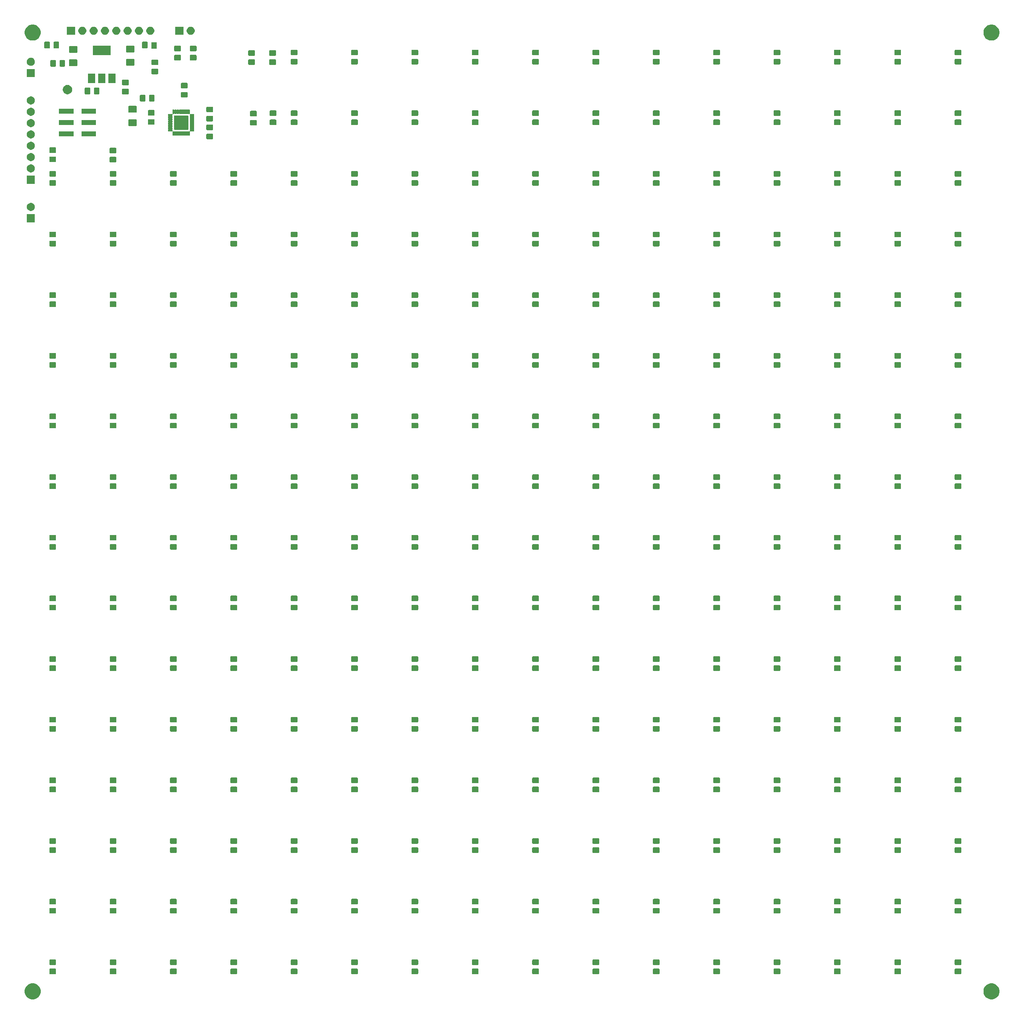
<source format=gbr>
%TF.GenerationSoftware,KiCad,Pcbnew,(5.1.5)-2*%
%TF.CreationDate,2019-12-29T12:45:17-05:00*%
%TF.ProjectId,main_led_pcb,6d61696e-5f6c-4656-945f-7063622e6b69,rev?*%
%TF.SameCoordinates,Original*%
%TF.FileFunction,Soldermask,Bot*%
%TF.FilePolarity,Negative*%
%FSLAX46Y46*%
G04 Gerber Fmt 4.6, Leading zero omitted, Abs format (unit mm)*
G04 Created by KiCad (PCBNEW (5.1.5)-2) date 2019-12-29 12:45:17*
%MOMM*%
%LPD*%
G04 APERTURE LIST*
%ADD10C,0.100000*%
G04 APERTURE END LIST*
D10*
G36*
X218025331Y-215768211D02*
G01*
X218353092Y-215903974D01*
X218648070Y-216101072D01*
X218898928Y-216351930D01*
X219096026Y-216646908D01*
X219231789Y-216974669D01*
X219301000Y-217322616D01*
X219301000Y-217677384D01*
X219231789Y-218025331D01*
X219096026Y-218353092D01*
X218898928Y-218648070D01*
X218648070Y-218898928D01*
X218353092Y-219096026D01*
X218025331Y-219231789D01*
X217677384Y-219301000D01*
X217322616Y-219301000D01*
X216974669Y-219231789D01*
X216646908Y-219096026D01*
X216351930Y-218898928D01*
X216101072Y-218648070D01*
X215903974Y-218353092D01*
X215768211Y-218025331D01*
X215699000Y-217677384D01*
X215699000Y-217322616D01*
X215768211Y-216974669D01*
X215903974Y-216646908D01*
X216101072Y-216351930D01*
X216351930Y-216101072D01*
X216646908Y-215903974D01*
X216974669Y-215768211D01*
X217322616Y-215699000D01*
X217677384Y-215699000D01*
X218025331Y-215768211D01*
G37*
G36*
X3025331Y-215768211D02*
G01*
X3353092Y-215903974D01*
X3648070Y-216101072D01*
X3898928Y-216351930D01*
X4096026Y-216646908D01*
X4231789Y-216974669D01*
X4301000Y-217322616D01*
X4301000Y-217677384D01*
X4231789Y-218025331D01*
X4096026Y-218353092D01*
X3898928Y-218648070D01*
X3648070Y-218898928D01*
X3353092Y-219096026D01*
X3025331Y-219231789D01*
X2677384Y-219301000D01*
X2322616Y-219301000D01*
X1974669Y-219231789D01*
X1646908Y-219096026D01*
X1351930Y-218898928D01*
X1101072Y-218648070D01*
X903974Y-218353092D01*
X768211Y-218025331D01*
X699000Y-217677384D01*
X699000Y-217322616D01*
X768211Y-216974669D01*
X903974Y-216646908D01*
X1101072Y-216351930D01*
X1351930Y-216101072D01*
X1646908Y-215903974D01*
X1974669Y-215768211D01*
X2322616Y-215699000D01*
X2677384Y-215699000D01*
X3025331Y-215768211D01*
G37*
G36*
X61721974Y-212403465D02*
G01*
X61759667Y-212414899D01*
X61794403Y-212433466D01*
X61824848Y-212458452D01*
X61849834Y-212488897D01*
X61868401Y-212523633D01*
X61879835Y-212561326D01*
X61884300Y-212606661D01*
X61884300Y-213443339D01*
X61879835Y-213488674D01*
X61868401Y-213526367D01*
X61849834Y-213561103D01*
X61824848Y-213591548D01*
X61794403Y-213616534D01*
X61759667Y-213635101D01*
X61721974Y-213646535D01*
X61676639Y-213651000D01*
X60589961Y-213651000D01*
X60544626Y-213646535D01*
X60506933Y-213635101D01*
X60472197Y-213616534D01*
X60441752Y-213591548D01*
X60416766Y-213561103D01*
X60398199Y-213526367D01*
X60386765Y-213488674D01*
X60382300Y-213443339D01*
X60382300Y-212606661D01*
X60386765Y-212561326D01*
X60398199Y-212523633D01*
X60416766Y-212488897D01*
X60441752Y-212458452D01*
X60472197Y-212433466D01*
X60506933Y-212414899D01*
X60544626Y-212403465D01*
X60589961Y-212399000D01*
X61676639Y-212399000D01*
X61721974Y-212403465D01*
G37*
G36*
X115855674Y-212403465D02*
G01*
X115893367Y-212414899D01*
X115928103Y-212433466D01*
X115958548Y-212458452D01*
X115983534Y-212488897D01*
X116002101Y-212523633D01*
X116013535Y-212561326D01*
X116018000Y-212606661D01*
X116018000Y-213443339D01*
X116013535Y-213488674D01*
X116002101Y-213526367D01*
X115983534Y-213561103D01*
X115958548Y-213591548D01*
X115928103Y-213616534D01*
X115893367Y-213635101D01*
X115855674Y-213646535D01*
X115810339Y-213651000D01*
X114723661Y-213651000D01*
X114678326Y-213646535D01*
X114640633Y-213635101D01*
X114605897Y-213616534D01*
X114575452Y-213591548D01*
X114550466Y-213561103D01*
X114531899Y-213526367D01*
X114520465Y-213488674D01*
X114516000Y-213443339D01*
X114516000Y-212606661D01*
X114520465Y-212561326D01*
X114531899Y-212523633D01*
X114550466Y-212488897D01*
X114575452Y-212458452D01*
X114605897Y-212433466D01*
X114640633Y-212414899D01*
X114678326Y-212403465D01*
X114723661Y-212399000D01*
X115810339Y-212399000D01*
X115855674Y-212403465D01*
G37*
G36*
X102321674Y-212403465D02*
G01*
X102359367Y-212414899D01*
X102394103Y-212433466D01*
X102424548Y-212458452D01*
X102449534Y-212488897D01*
X102468101Y-212523633D01*
X102479535Y-212561326D01*
X102484000Y-212606661D01*
X102484000Y-213443339D01*
X102479535Y-213488674D01*
X102468101Y-213526367D01*
X102449534Y-213561103D01*
X102424548Y-213591548D01*
X102394103Y-213616534D01*
X102359367Y-213635101D01*
X102321674Y-213646535D01*
X102276339Y-213651000D01*
X101189661Y-213651000D01*
X101144326Y-213646535D01*
X101106633Y-213635101D01*
X101071897Y-213616534D01*
X101041452Y-213591548D01*
X101016466Y-213561103D01*
X100997899Y-213526367D01*
X100986465Y-213488674D01*
X100982000Y-213443339D01*
X100982000Y-212606661D01*
X100986465Y-212561326D01*
X100997899Y-212523633D01*
X101016466Y-212488897D01*
X101041452Y-212458452D01*
X101071897Y-212433466D01*
X101106633Y-212414899D01*
X101144326Y-212403465D01*
X101189661Y-212399000D01*
X102276339Y-212399000D01*
X102321674Y-212403465D01*
G37*
G36*
X88788674Y-212403465D02*
G01*
X88826367Y-212414899D01*
X88861103Y-212433466D01*
X88891548Y-212458452D01*
X88916534Y-212488897D01*
X88935101Y-212523633D01*
X88946535Y-212561326D01*
X88951000Y-212606661D01*
X88951000Y-213443339D01*
X88946535Y-213488674D01*
X88935101Y-213526367D01*
X88916534Y-213561103D01*
X88891548Y-213591548D01*
X88861103Y-213616534D01*
X88826367Y-213635101D01*
X88788674Y-213646535D01*
X88743339Y-213651000D01*
X87656661Y-213651000D01*
X87611326Y-213646535D01*
X87573633Y-213635101D01*
X87538897Y-213616534D01*
X87508452Y-213591548D01*
X87483466Y-213561103D01*
X87464899Y-213526367D01*
X87453465Y-213488674D01*
X87449000Y-213443339D01*
X87449000Y-212606661D01*
X87453465Y-212561326D01*
X87464899Y-212523633D01*
X87483466Y-212488897D01*
X87508452Y-212458452D01*
X87538897Y-212433466D01*
X87573633Y-212414899D01*
X87611326Y-212403465D01*
X87656661Y-212399000D01*
X88743339Y-212399000D01*
X88788674Y-212403465D01*
G37*
G36*
X75255374Y-212403465D02*
G01*
X75293067Y-212414899D01*
X75327803Y-212433466D01*
X75358248Y-212458452D01*
X75383234Y-212488897D01*
X75401801Y-212523633D01*
X75413235Y-212561326D01*
X75417700Y-212606661D01*
X75417700Y-213443339D01*
X75413235Y-213488674D01*
X75401801Y-213526367D01*
X75383234Y-213561103D01*
X75358248Y-213591548D01*
X75327803Y-213616534D01*
X75293067Y-213635101D01*
X75255374Y-213646535D01*
X75210039Y-213651000D01*
X74123361Y-213651000D01*
X74078026Y-213646535D01*
X74040333Y-213635101D01*
X74005597Y-213616534D01*
X73975152Y-213591548D01*
X73950166Y-213561103D01*
X73931599Y-213526367D01*
X73920165Y-213488674D01*
X73915700Y-213443339D01*
X73915700Y-212606661D01*
X73920165Y-212561326D01*
X73931599Y-212523633D01*
X73950166Y-212488897D01*
X73975152Y-212458452D01*
X74005597Y-212433466D01*
X74040333Y-212414899D01*
X74078026Y-212403465D01*
X74123361Y-212399000D01*
X75210039Y-212399000D01*
X75255374Y-212403465D01*
G37*
G36*
X48188674Y-212403465D02*
G01*
X48226367Y-212414899D01*
X48261103Y-212433466D01*
X48291548Y-212458452D01*
X48316534Y-212488897D01*
X48335101Y-212523633D01*
X48346535Y-212561326D01*
X48351000Y-212606661D01*
X48351000Y-213443339D01*
X48346535Y-213488674D01*
X48335101Y-213526367D01*
X48316534Y-213561103D01*
X48291548Y-213591548D01*
X48261103Y-213616534D01*
X48226367Y-213635101D01*
X48188674Y-213646535D01*
X48143339Y-213651000D01*
X47056661Y-213651000D01*
X47011326Y-213646535D01*
X46973633Y-213635101D01*
X46938897Y-213616534D01*
X46908452Y-213591548D01*
X46883466Y-213561103D01*
X46864899Y-213526367D01*
X46853465Y-213488674D01*
X46849000Y-213443339D01*
X46849000Y-212606661D01*
X46853465Y-212561326D01*
X46864899Y-212523633D01*
X46883466Y-212488897D01*
X46908452Y-212458452D01*
X46938897Y-212433466D01*
X46973633Y-212414899D01*
X47011326Y-212403465D01*
X47056661Y-212399000D01*
X48143339Y-212399000D01*
X48188674Y-212403465D01*
G37*
G36*
X34655374Y-212403465D02*
G01*
X34693067Y-212414899D01*
X34727803Y-212433466D01*
X34758248Y-212458452D01*
X34783234Y-212488897D01*
X34801801Y-212523633D01*
X34813235Y-212561326D01*
X34817700Y-212606661D01*
X34817700Y-213443339D01*
X34813235Y-213488674D01*
X34801801Y-213526367D01*
X34783234Y-213561103D01*
X34758248Y-213591548D01*
X34727803Y-213616534D01*
X34693067Y-213635101D01*
X34655374Y-213646535D01*
X34610039Y-213651000D01*
X33523361Y-213651000D01*
X33478026Y-213646535D01*
X33440333Y-213635101D01*
X33405597Y-213616534D01*
X33375152Y-213591548D01*
X33350166Y-213561103D01*
X33331599Y-213526367D01*
X33320165Y-213488674D01*
X33315700Y-213443339D01*
X33315700Y-212606661D01*
X33320165Y-212561326D01*
X33331599Y-212523633D01*
X33350166Y-212488897D01*
X33375152Y-212458452D01*
X33405597Y-212433466D01*
X33440333Y-212414899D01*
X33478026Y-212403465D01*
X33523361Y-212399000D01*
X34610039Y-212399000D01*
X34655374Y-212403465D01*
G37*
G36*
X21121974Y-212403465D02*
G01*
X21159667Y-212414899D01*
X21194403Y-212433466D01*
X21224848Y-212458452D01*
X21249834Y-212488897D01*
X21268401Y-212523633D01*
X21279835Y-212561326D01*
X21284300Y-212606661D01*
X21284300Y-213443339D01*
X21279835Y-213488674D01*
X21268401Y-213526367D01*
X21249834Y-213561103D01*
X21224848Y-213591548D01*
X21194403Y-213616534D01*
X21159667Y-213635101D01*
X21121974Y-213646535D01*
X21076639Y-213651000D01*
X19989961Y-213651000D01*
X19944626Y-213646535D01*
X19906933Y-213635101D01*
X19872197Y-213616534D01*
X19841752Y-213591548D01*
X19816766Y-213561103D01*
X19798199Y-213526367D01*
X19786765Y-213488674D01*
X19782300Y-213443339D01*
X19782300Y-212606661D01*
X19786765Y-212561326D01*
X19798199Y-212523633D01*
X19816766Y-212488897D01*
X19841752Y-212458452D01*
X19872197Y-212433466D01*
X19906933Y-212414899D01*
X19944626Y-212403465D01*
X19989961Y-212399000D01*
X21076639Y-212399000D01*
X21121974Y-212403465D01*
G37*
G36*
X7588674Y-212403465D02*
G01*
X7626367Y-212414899D01*
X7661103Y-212433466D01*
X7691548Y-212458452D01*
X7716534Y-212488897D01*
X7735101Y-212523633D01*
X7746535Y-212561326D01*
X7751000Y-212606661D01*
X7751000Y-213443339D01*
X7746535Y-213488674D01*
X7735101Y-213526367D01*
X7716534Y-213561103D01*
X7691548Y-213591548D01*
X7661103Y-213616534D01*
X7626367Y-213635101D01*
X7588674Y-213646535D01*
X7543339Y-213651000D01*
X6456661Y-213651000D01*
X6411326Y-213646535D01*
X6373633Y-213635101D01*
X6338897Y-213616534D01*
X6308452Y-213591548D01*
X6283466Y-213561103D01*
X6264899Y-213526367D01*
X6253465Y-213488674D01*
X6249000Y-213443339D01*
X6249000Y-212606661D01*
X6253465Y-212561326D01*
X6264899Y-212523633D01*
X6283466Y-212488897D01*
X6308452Y-212458452D01*
X6338897Y-212433466D01*
X6373633Y-212414899D01*
X6411326Y-212403465D01*
X6456661Y-212399000D01*
X7543339Y-212399000D01*
X7588674Y-212403465D01*
G37*
G36*
X129388674Y-212403465D02*
G01*
X129426367Y-212414899D01*
X129461103Y-212433466D01*
X129491548Y-212458452D01*
X129516534Y-212488897D01*
X129535101Y-212523633D01*
X129546535Y-212561326D01*
X129551000Y-212606661D01*
X129551000Y-213443339D01*
X129546535Y-213488674D01*
X129535101Y-213526367D01*
X129516534Y-213561103D01*
X129491548Y-213591548D01*
X129461103Y-213616534D01*
X129426367Y-213635101D01*
X129388674Y-213646535D01*
X129343339Y-213651000D01*
X128256661Y-213651000D01*
X128211326Y-213646535D01*
X128173633Y-213635101D01*
X128138897Y-213616534D01*
X128108452Y-213591548D01*
X128083466Y-213561103D01*
X128064899Y-213526367D01*
X128053465Y-213488674D01*
X128049000Y-213443339D01*
X128049000Y-212606661D01*
X128053465Y-212561326D01*
X128064899Y-212523633D01*
X128083466Y-212488897D01*
X128108452Y-212458452D01*
X128138897Y-212433466D01*
X128173633Y-212414899D01*
X128211326Y-212403465D01*
X128256661Y-212399000D01*
X129343339Y-212399000D01*
X129388674Y-212403465D01*
G37*
G36*
X142921674Y-212403465D02*
G01*
X142959367Y-212414899D01*
X142994103Y-212433466D01*
X143024548Y-212458452D01*
X143049534Y-212488897D01*
X143068101Y-212523633D01*
X143079535Y-212561326D01*
X143084000Y-212606661D01*
X143084000Y-213443339D01*
X143079535Y-213488674D01*
X143068101Y-213526367D01*
X143049534Y-213561103D01*
X143024548Y-213591548D01*
X142994103Y-213616534D01*
X142959367Y-213635101D01*
X142921674Y-213646535D01*
X142876339Y-213651000D01*
X141789661Y-213651000D01*
X141744326Y-213646535D01*
X141706633Y-213635101D01*
X141671897Y-213616534D01*
X141641452Y-213591548D01*
X141616466Y-213561103D01*
X141597899Y-213526367D01*
X141586465Y-213488674D01*
X141582000Y-213443339D01*
X141582000Y-212606661D01*
X141586465Y-212561326D01*
X141597899Y-212523633D01*
X141616466Y-212488897D01*
X141641452Y-212458452D01*
X141671897Y-212433466D01*
X141706633Y-212414899D01*
X141744326Y-212403465D01*
X141789661Y-212399000D01*
X142876339Y-212399000D01*
X142921674Y-212403465D01*
G37*
G36*
X156455674Y-212403465D02*
G01*
X156493367Y-212414899D01*
X156528103Y-212433466D01*
X156558548Y-212458452D01*
X156583534Y-212488897D01*
X156602101Y-212523633D01*
X156613535Y-212561326D01*
X156618000Y-212606661D01*
X156618000Y-213443339D01*
X156613535Y-213488674D01*
X156602101Y-213526367D01*
X156583534Y-213561103D01*
X156558548Y-213591548D01*
X156528103Y-213616534D01*
X156493367Y-213635101D01*
X156455674Y-213646535D01*
X156410339Y-213651000D01*
X155323661Y-213651000D01*
X155278326Y-213646535D01*
X155240633Y-213635101D01*
X155205897Y-213616534D01*
X155175452Y-213591548D01*
X155150466Y-213561103D01*
X155131899Y-213526367D01*
X155120465Y-213488674D01*
X155116000Y-213443339D01*
X155116000Y-212606661D01*
X155120465Y-212561326D01*
X155131899Y-212523633D01*
X155150466Y-212488897D01*
X155175452Y-212458452D01*
X155205897Y-212433466D01*
X155240633Y-212414899D01*
X155278326Y-212403465D01*
X155323661Y-212399000D01*
X156410339Y-212399000D01*
X156455674Y-212403465D01*
G37*
G36*
X169988674Y-212403465D02*
G01*
X170026367Y-212414899D01*
X170061103Y-212433466D01*
X170091548Y-212458452D01*
X170116534Y-212488897D01*
X170135101Y-212523633D01*
X170146535Y-212561326D01*
X170151000Y-212606661D01*
X170151000Y-213443339D01*
X170146535Y-213488674D01*
X170135101Y-213526367D01*
X170116534Y-213561103D01*
X170091548Y-213591548D01*
X170061103Y-213616534D01*
X170026367Y-213635101D01*
X169988674Y-213646535D01*
X169943339Y-213651000D01*
X168856661Y-213651000D01*
X168811326Y-213646535D01*
X168773633Y-213635101D01*
X168738897Y-213616534D01*
X168708452Y-213591548D01*
X168683466Y-213561103D01*
X168664899Y-213526367D01*
X168653465Y-213488674D01*
X168649000Y-213443339D01*
X168649000Y-212606661D01*
X168653465Y-212561326D01*
X168664899Y-212523633D01*
X168683466Y-212488897D01*
X168708452Y-212458452D01*
X168738897Y-212433466D01*
X168773633Y-212414899D01*
X168811326Y-212403465D01*
X168856661Y-212399000D01*
X169943339Y-212399000D01*
X169988674Y-212403465D01*
G37*
G36*
X210588674Y-212403465D02*
G01*
X210626367Y-212414899D01*
X210661103Y-212433466D01*
X210691548Y-212458452D01*
X210716534Y-212488897D01*
X210735101Y-212523633D01*
X210746535Y-212561326D01*
X210751000Y-212606661D01*
X210751000Y-213443339D01*
X210746535Y-213488674D01*
X210735101Y-213526367D01*
X210716534Y-213561103D01*
X210691548Y-213591548D01*
X210661103Y-213616534D01*
X210626367Y-213635101D01*
X210588674Y-213646535D01*
X210543339Y-213651000D01*
X209456661Y-213651000D01*
X209411326Y-213646535D01*
X209373633Y-213635101D01*
X209338897Y-213616534D01*
X209308452Y-213591548D01*
X209283466Y-213561103D01*
X209264899Y-213526367D01*
X209253465Y-213488674D01*
X209249000Y-213443339D01*
X209249000Y-212606661D01*
X209253465Y-212561326D01*
X209264899Y-212523633D01*
X209283466Y-212488897D01*
X209308452Y-212458452D01*
X209338897Y-212433466D01*
X209373633Y-212414899D01*
X209411326Y-212403465D01*
X209456661Y-212399000D01*
X210543339Y-212399000D01*
X210588674Y-212403465D01*
G37*
G36*
X183521674Y-212403465D02*
G01*
X183559367Y-212414899D01*
X183594103Y-212433466D01*
X183624548Y-212458452D01*
X183649534Y-212488897D01*
X183668101Y-212523633D01*
X183679535Y-212561326D01*
X183684000Y-212606661D01*
X183684000Y-213443339D01*
X183679535Y-213488674D01*
X183668101Y-213526367D01*
X183649534Y-213561103D01*
X183624548Y-213591548D01*
X183594103Y-213616534D01*
X183559367Y-213635101D01*
X183521674Y-213646535D01*
X183476339Y-213651000D01*
X182389661Y-213651000D01*
X182344326Y-213646535D01*
X182306633Y-213635101D01*
X182271897Y-213616534D01*
X182241452Y-213591548D01*
X182216466Y-213561103D01*
X182197899Y-213526367D01*
X182186465Y-213488674D01*
X182182000Y-213443339D01*
X182182000Y-212606661D01*
X182186465Y-212561326D01*
X182197899Y-212523633D01*
X182216466Y-212488897D01*
X182241452Y-212458452D01*
X182271897Y-212433466D01*
X182306633Y-212414899D01*
X182344326Y-212403465D01*
X182389661Y-212399000D01*
X183476339Y-212399000D01*
X183521674Y-212403465D01*
G37*
G36*
X197055674Y-212403465D02*
G01*
X197093367Y-212414899D01*
X197128103Y-212433466D01*
X197158548Y-212458452D01*
X197183534Y-212488897D01*
X197202101Y-212523633D01*
X197213535Y-212561326D01*
X197218000Y-212606661D01*
X197218000Y-213443339D01*
X197213535Y-213488674D01*
X197202101Y-213526367D01*
X197183534Y-213561103D01*
X197158548Y-213591548D01*
X197128103Y-213616534D01*
X197093367Y-213635101D01*
X197055674Y-213646535D01*
X197010339Y-213651000D01*
X195923661Y-213651000D01*
X195878326Y-213646535D01*
X195840633Y-213635101D01*
X195805897Y-213616534D01*
X195775452Y-213591548D01*
X195750466Y-213561103D01*
X195731899Y-213526367D01*
X195720465Y-213488674D01*
X195716000Y-213443339D01*
X195716000Y-212606661D01*
X195720465Y-212561326D01*
X195731899Y-212523633D01*
X195750466Y-212488897D01*
X195775452Y-212458452D01*
X195805897Y-212433466D01*
X195840633Y-212414899D01*
X195878326Y-212403465D01*
X195923661Y-212399000D01*
X197010339Y-212399000D01*
X197055674Y-212403465D01*
G37*
G36*
X210588674Y-210353465D02*
G01*
X210626367Y-210364899D01*
X210661103Y-210383466D01*
X210691548Y-210408452D01*
X210716534Y-210438897D01*
X210735101Y-210473633D01*
X210746535Y-210511326D01*
X210751000Y-210556661D01*
X210751000Y-211393339D01*
X210746535Y-211438674D01*
X210735101Y-211476367D01*
X210716534Y-211511103D01*
X210691548Y-211541548D01*
X210661103Y-211566534D01*
X210626367Y-211585101D01*
X210588674Y-211596535D01*
X210543339Y-211601000D01*
X209456661Y-211601000D01*
X209411326Y-211596535D01*
X209373633Y-211585101D01*
X209338897Y-211566534D01*
X209308452Y-211541548D01*
X209283466Y-211511103D01*
X209264899Y-211476367D01*
X209253465Y-211438674D01*
X209249000Y-211393339D01*
X209249000Y-210556661D01*
X209253465Y-210511326D01*
X209264899Y-210473633D01*
X209283466Y-210438897D01*
X209308452Y-210408452D01*
X209338897Y-210383466D01*
X209373633Y-210364899D01*
X209411326Y-210353465D01*
X209456661Y-210349000D01*
X210543339Y-210349000D01*
X210588674Y-210353465D01*
G37*
G36*
X115855674Y-210353465D02*
G01*
X115893367Y-210364899D01*
X115928103Y-210383466D01*
X115958548Y-210408452D01*
X115983534Y-210438897D01*
X116002101Y-210473633D01*
X116013535Y-210511326D01*
X116018000Y-210556661D01*
X116018000Y-211393339D01*
X116013535Y-211438674D01*
X116002101Y-211476367D01*
X115983534Y-211511103D01*
X115958548Y-211541548D01*
X115928103Y-211566534D01*
X115893367Y-211585101D01*
X115855674Y-211596535D01*
X115810339Y-211601000D01*
X114723661Y-211601000D01*
X114678326Y-211596535D01*
X114640633Y-211585101D01*
X114605897Y-211566534D01*
X114575452Y-211541548D01*
X114550466Y-211511103D01*
X114531899Y-211476367D01*
X114520465Y-211438674D01*
X114516000Y-211393339D01*
X114516000Y-210556661D01*
X114520465Y-210511326D01*
X114531899Y-210473633D01*
X114550466Y-210438897D01*
X114575452Y-210408452D01*
X114605897Y-210383466D01*
X114640633Y-210364899D01*
X114678326Y-210353465D01*
X114723661Y-210349000D01*
X115810339Y-210349000D01*
X115855674Y-210353465D01*
G37*
G36*
X102321674Y-210353465D02*
G01*
X102359367Y-210364899D01*
X102394103Y-210383466D01*
X102424548Y-210408452D01*
X102449534Y-210438897D01*
X102468101Y-210473633D01*
X102479535Y-210511326D01*
X102484000Y-210556661D01*
X102484000Y-211393339D01*
X102479535Y-211438674D01*
X102468101Y-211476367D01*
X102449534Y-211511103D01*
X102424548Y-211541548D01*
X102394103Y-211566534D01*
X102359367Y-211585101D01*
X102321674Y-211596535D01*
X102276339Y-211601000D01*
X101189661Y-211601000D01*
X101144326Y-211596535D01*
X101106633Y-211585101D01*
X101071897Y-211566534D01*
X101041452Y-211541548D01*
X101016466Y-211511103D01*
X100997899Y-211476367D01*
X100986465Y-211438674D01*
X100982000Y-211393339D01*
X100982000Y-210556661D01*
X100986465Y-210511326D01*
X100997899Y-210473633D01*
X101016466Y-210438897D01*
X101041452Y-210408452D01*
X101071897Y-210383466D01*
X101106633Y-210364899D01*
X101144326Y-210353465D01*
X101189661Y-210349000D01*
X102276339Y-210349000D01*
X102321674Y-210353465D01*
G37*
G36*
X88788674Y-210353465D02*
G01*
X88826367Y-210364899D01*
X88861103Y-210383466D01*
X88891548Y-210408452D01*
X88916534Y-210438897D01*
X88935101Y-210473633D01*
X88946535Y-210511326D01*
X88951000Y-210556661D01*
X88951000Y-211393339D01*
X88946535Y-211438674D01*
X88935101Y-211476367D01*
X88916534Y-211511103D01*
X88891548Y-211541548D01*
X88861103Y-211566534D01*
X88826367Y-211585101D01*
X88788674Y-211596535D01*
X88743339Y-211601000D01*
X87656661Y-211601000D01*
X87611326Y-211596535D01*
X87573633Y-211585101D01*
X87538897Y-211566534D01*
X87508452Y-211541548D01*
X87483466Y-211511103D01*
X87464899Y-211476367D01*
X87453465Y-211438674D01*
X87449000Y-211393339D01*
X87449000Y-210556661D01*
X87453465Y-210511326D01*
X87464899Y-210473633D01*
X87483466Y-210438897D01*
X87508452Y-210408452D01*
X87538897Y-210383466D01*
X87573633Y-210364899D01*
X87611326Y-210353465D01*
X87656661Y-210349000D01*
X88743339Y-210349000D01*
X88788674Y-210353465D01*
G37*
G36*
X75255374Y-210353465D02*
G01*
X75293067Y-210364899D01*
X75327803Y-210383466D01*
X75358248Y-210408452D01*
X75383234Y-210438897D01*
X75401801Y-210473633D01*
X75413235Y-210511326D01*
X75417700Y-210556661D01*
X75417700Y-211393339D01*
X75413235Y-211438674D01*
X75401801Y-211476367D01*
X75383234Y-211511103D01*
X75358248Y-211541548D01*
X75327803Y-211566534D01*
X75293067Y-211585101D01*
X75255374Y-211596535D01*
X75210039Y-211601000D01*
X74123361Y-211601000D01*
X74078026Y-211596535D01*
X74040333Y-211585101D01*
X74005597Y-211566534D01*
X73975152Y-211541548D01*
X73950166Y-211511103D01*
X73931599Y-211476367D01*
X73920165Y-211438674D01*
X73915700Y-211393339D01*
X73915700Y-210556661D01*
X73920165Y-210511326D01*
X73931599Y-210473633D01*
X73950166Y-210438897D01*
X73975152Y-210408452D01*
X74005597Y-210383466D01*
X74040333Y-210364899D01*
X74078026Y-210353465D01*
X74123361Y-210349000D01*
X75210039Y-210349000D01*
X75255374Y-210353465D01*
G37*
G36*
X61721974Y-210353465D02*
G01*
X61759667Y-210364899D01*
X61794403Y-210383466D01*
X61824848Y-210408452D01*
X61849834Y-210438897D01*
X61868401Y-210473633D01*
X61879835Y-210511326D01*
X61884300Y-210556661D01*
X61884300Y-211393339D01*
X61879835Y-211438674D01*
X61868401Y-211476367D01*
X61849834Y-211511103D01*
X61824848Y-211541548D01*
X61794403Y-211566534D01*
X61759667Y-211585101D01*
X61721974Y-211596535D01*
X61676639Y-211601000D01*
X60589961Y-211601000D01*
X60544626Y-211596535D01*
X60506933Y-211585101D01*
X60472197Y-211566534D01*
X60441752Y-211541548D01*
X60416766Y-211511103D01*
X60398199Y-211476367D01*
X60386765Y-211438674D01*
X60382300Y-211393339D01*
X60382300Y-210556661D01*
X60386765Y-210511326D01*
X60398199Y-210473633D01*
X60416766Y-210438897D01*
X60441752Y-210408452D01*
X60472197Y-210383466D01*
X60506933Y-210364899D01*
X60544626Y-210353465D01*
X60589961Y-210349000D01*
X61676639Y-210349000D01*
X61721974Y-210353465D01*
G37*
G36*
X48188674Y-210353465D02*
G01*
X48226367Y-210364899D01*
X48261103Y-210383466D01*
X48291548Y-210408452D01*
X48316534Y-210438897D01*
X48335101Y-210473633D01*
X48346535Y-210511326D01*
X48351000Y-210556661D01*
X48351000Y-211393339D01*
X48346535Y-211438674D01*
X48335101Y-211476367D01*
X48316534Y-211511103D01*
X48291548Y-211541548D01*
X48261103Y-211566534D01*
X48226367Y-211585101D01*
X48188674Y-211596535D01*
X48143339Y-211601000D01*
X47056661Y-211601000D01*
X47011326Y-211596535D01*
X46973633Y-211585101D01*
X46938897Y-211566534D01*
X46908452Y-211541548D01*
X46883466Y-211511103D01*
X46864899Y-211476367D01*
X46853465Y-211438674D01*
X46849000Y-211393339D01*
X46849000Y-210556661D01*
X46853465Y-210511326D01*
X46864899Y-210473633D01*
X46883466Y-210438897D01*
X46908452Y-210408452D01*
X46938897Y-210383466D01*
X46973633Y-210364899D01*
X47011326Y-210353465D01*
X47056661Y-210349000D01*
X48143339Y-210349000D01*
X48188674Y-210353465D01*
G37*
G36*
X34655374Y-210353465D02*
G01*
X34693067Y-210364899D01*
X34727803Y-210383466D01*
X34758248Y-210408452D01*
X34783234Y-210438897D01*
X34801801Y-210473633D01*
X34813235Y-210511326D01*
X34817700Y-210556661D01*
X34817700Y-211393339D01*
X34813235Y-211438674D01*
X34801801Y-211476367D01*
X34783234Y-211511103D01*
X34758248Y-211541548D01*
X34727803Y-211566534D01*
X34693067Y-211585101D01*
X34655374Y-211596535D01*
X34610039Y-211601000D01*
X33523361Y-211601000D01*
X33478026Y-211596535D01*
X33440333Y-211585101D01*
X33405597Y-211566534D01*
X33375152Y-211541548D01*
X33350166Y-211511103D01*
X33331599Y-211476367D01*
X33320165Y-211438674D01*
X33315700Y-211393339D01*
X33315700Y-210556661D01*
X33320165Y-210511326D01*
X33331599Y-210473633D01*
X33350166Y-210438897D01*
X33375152Y-210408452D01*
X33405597Y-210383466D01*
X33440333Y-210364899D01*
X33478026Y-210353465D01*
X33523361Y-210349000D01*
X34610039Y-210349000D01*
X34655374Y-210353465D01*
G37*
G36*
X21121974Y-210353465D02*
G01*
X21159667Y-210364899D01*
X21194403Y-210383466D01*
X21224848Y-210408452D01*
X21249834Y-210438897D01*
X21268401Y-210473633D01*
X21279835Y-210511326D01*
X21284300Y-210556661D01*
X21284300Y-211393339D01*
X21279835Y-211438674D01*
X21268401Y-211476367D01*
X21249834Y-211511103D01*
X21224848Y-211541548D01*
X21194403Y-211566534D01*
X21159667Y-211585101D01*
X21121974Y-211596535D01*
X21076639Y-211601000D01*
X19989961Y-211601000D01*
X19944626Y-211596535D01*
X19906933Y-211585101D01*
X19872197Y-211566534D01*
X19841752Y-211541548D01*
X19816766Y-211511103D01*
X19798199Y-211476367D01*
X19786765Y-211438674D01*
X19782300Y-211393339D01*
X19782300Y-210556661D01*
X19786765Y-210511326D01*
X19798199Y-210473633D01*
X19816766Y-210438897D01*
X19841752Y-210408452D01*
X19872197Y-210383466D01*
X19906933Y-210364899D01*
X19944626Y-210353465D01*
X19989961Y-210349000D01*
X21076639Y-210349000D01*
X21121974Y-210353465D01*
G37*
G36*
X7588674Y-210353465D02*
G01*
X7626367Y-210364899D01*
X7661103Y-210383466D01*
X7691548Y-210408452D01*
X7716534Y-210438897D01*
X7735101Y-210473633D01*
X7746535Y-210511326D01*
X7751000Y-210556661D01*
X7751000Y-211393339D01*
X7746535Y-211438674D01*
X7735101Y-211476367D01*
X7716534Y-211511103D01*
X7691548Y-211541548D01*
X7661103Y-211566534D01*
X7626367Y-211585101D01*
X7588674Y-211596535D01*
X7543339Y-211601000D01*
X6456661Y-211601000D01*
X6411326Y-211596535D01*
X6373633Y-211585101D01*
X6338897Y-211566534D01*
X6308452Y-211541548D01*
X6283466Y-211511103D01*
X6264899Y-211476367D01*
X6253465Y-211438674D01*
X6249000Y-211393339D01*
X6249000Y-210556661D01*
X6253465Y-210511326D01*
X6264899Y-210473633D01*
X6283466Y-210438897D01*
X6308452Y-210408452D01*
X6338897Y-210383466D01*
X6373633Y-210364899D01*
X6411326Y-210353465D01*
X6456661Y-210349000D01*
X7543339Y-210349000D01*
X7588674Y-210353465D01*
G37*
G36*
X129388674Y-210353465D02*
G01*
X129426367Y-210364899D01*
X129461103Y-210383466D01*
X129491548Y-210408452D01*
X129516534Y-210438897D01*
X129535101Y-210473633D01*
X129546535Y-210511326D01*
X129551000Y-210556661D01*
X129551000Y-211393339D01*
X129546535Y-211438674D01*
X129535101Y-211476367D01*
X129516534Y-211511103D01*
X129491548Y-211541548D01*
X129461103Y-211566534D01*
X129426367Y-211585101D01*
X129388674Y-211596535D01*
X129343339Y-211601000D01*
X128256661Y-211601000D01*
X128211326Y-211596535D01*
X128173633Y-211585101D01*
X128138897Y-211566534D01*
X128108452Y-211541548D01*
X128083466Y-211511103D01*
X128064899Y-211476367D01*
X128053465Y-211438674D01*
X128049000Y-211393339D01*
X128049000Y-210556661D01*
X128053465Y-210511326D01*
X128064899Y-210473633D01*
X128083466Y-210438897D01*
X128108452Y-210408452D01*
X128138897Y-210383466D01*
X128173633Y-210364899D01*
X128211326Y-210353465D01*
X128256661Y-210349000D01*
X129343339Y-210349000D01*
X129388674Y-210353465D01*
G37*
G36*
X156455674Y-210353465D02*
G01*
X156493367Y-210364899D01*
X156528103Y-210383466D01*
X156558548Y-210408452D01*
X156583534Y-210438897D01*
X156602101Y-210473633D01*
X156613535Y-210511326D01*
X156618000Y-210556661D01*
X156618000Y-211393339D01*
X156613535Y-211438674D01*
X156602101Y-211476367D01*
X156583534Y-211511103D01*
X156558548Y-211541548D01*
X156528103Y-211566534D01*
X156493367Y-211585101D01*
X156455674Y-211596535D01*
X156410339Y-211601000D01*
X155323661Y-211601000D01*
X155278326Y-211596535D01*
X155240633Y-211585101D01*
X155205897Y-211566534D01*
X155175452Y-211541548D01*
X155150466Y-211511103D01*
X155131899Y-211476367D01*
X155120465Y-211438674D01*
X155116000Y-211393339D01*
X155116000Y-210556661D01*
X155120465Y-210511326D01*
X155131899Y-210473633D01*
X155150466Y-210438897D01*
X155175452Y-210408452D01*
X155205897Y-210383466D01*
X155240633Y-210364899D01*
X155278326Y-210353465D01*
X155323661Y-210349000D01*
X156410339Y-210349000D01*
X156455674Y-210353465D01*
G37*
G36*
X169988674Y-210353465D02*
G01*
X170026367Y-210364899D01*
X170061103Y-210383466D01*
X170091548Y-210408452D01*
X170116534Y-210438897D01*
X170135101Y-210473633D01*
X170146535Y-210511326D01*
X170151000Y-210556661D01*
X170151000Y-211393339D01*
X170146535Y-211438674D01*
X170135101Y-211476367D01*
X170116534Y-211511103D01*
X170091548Y-211541548D01*
X170061103Y-211566534D01*
X170026367Y-211585101D01*
X169988674Y-211596535D01*
X169943339Y-211601000D01*
X168856661Y-211601000D01*
X168811326Y-211596535D01*
X168773633Y-211585101D01*
X168738897Y-211566534D01*
X168708452Y-211541548D01*
X168683466Y-211511103D01*
X168664899Y-211476367D01*
X168653465Y-211438674D01*
X168649000Y-211393339D01*
X168649000Y-210556661D01*
X168653465Y-210511326D01*
X168664899Y-210473633D01*
X168683466Y-210438897D01*
X168708452Y-210408452D01*
X168738897Y-210383466D01*
X168773633Y-210364899D01*
X168811326Y-210353465D01*
X168856661Y-210349000D01*
X169943339Y-210349000D01*
X169988674Y-210353465D01*
G37*
G36*
X142921674Y-210353465D02*
G01*
X142959367Y-210364899D01*
X142994103Y-210383466D01*
X143024548Y-210408452D01*
X143049534Y-210438897D01*
X143068101Y-210473633D01*
X143079535Y-210511326D01*
X143084000Y-210556661D01*
X143084000Y-211393339D01*
X143079535Y-211438674D01*
X143068101Y-211476367D01*
X143049534Y-211511103D01*
X143024548Y-211541548D01*
X142994103Y-211566534D01*
X142959367Y-211585101D01*
X142921674Y-211596535D01*
X142876339Y-211601000D01*
X141789661Y-211601000D01*
X141744326Y-211596535D01*
X141706633Y-211585101D01*
X141671897Y-211566534D01*
X141641452Y-211541548D01*
X141616466Y-211511103D01*
X141597899Y-211476367D01*
X141586465Y-211438674D01*
X141582000Y-211393339D01*
X141582000Y-210556661D01*
X141586465Y-210511326D01*
X141597899Y-210473633D01*
X141616466Y-210438897D01*
X141641452Y-210408452D01*
X141671897Y-210383466D01*
X141706633Y-210364899D01*
X141744326Y-210353465D01*
X141789661Y-210349000D01*
X142876339Y-210349000D01*
X142921674Y-210353465D01*
G37*
G36*
X197055674Y-210353465D02*
G01*
X197093367Y-210364899D01*
X197128103Y-210383466D01*
X197158548Y-210408452D01*
X197183534Y-210438897D01*
X197202101Y-210473633D01*
X197213535Y-210511326D01*
X197218000Y-210556661D01*
X197218000Y-211393339D01*
X197213535Y-211438674D01*
X197202101Y-211476367D01*
X197183534Y-211511103D01*
X197158548Y-211541548D01*
X197128103Y-211566534D01*
X197093367Y-211585101D01*
X197055674Y-211596535D01*
X197010339Y-211601000D01*
X195923661Y-211601000D01*
X195878326Y-211596535D01*
X195840633Y-211585101D01*
X195805897Y-211566534D01*
X195775452Y-211541548D01*
X195750466Y-211511103D01*
X195731899Y-211476367D01*
X195720465Y-211438674D01*
X195716000Y-211393339D01*
X195716000Y-210556661D01*
X195720465Y-210511326D01*
X195731899Y-210473633D01*
X195750466Y-210438897D01*
X195775452Y-210408452D01*
X195805897Y-210383466D01*
X195840633Y-210364899D01*
X195878326Y-210353465D01*
X195923661Y-210349000D01*
X197010339Y-210349000D01*
X197055674Y-210353465D01*
G37*
G36*
X183521674Y-210353465D02*
G01*
X183559367Y-210364899D01*
X183594103Y-210383466D01*
X183624548Y-210408452D01*
X183649534Y-210438897D01*
X183668101Y-210473633D01*
X183679535Y-210511326D01*
X183684000Y-210556661D01*
X183684000Y-211393339D01*
X183679535Y-211438674D01*
X183668101Y-211476367D01*
X183649534Y-211511103D01*
X183624548Y-211541548D01*
X183594103Y-211566534D01*
X183559367Y-211585101D01*
X183521674Y-211596535D01*
X183476339Y-211601000D01*
X182389661Y-211601000D01*
X182344326Y-211596535D01*
X182306633Y-211585101D01*
X182271897Y-211566534D01*
X182241452Y-211541548D01*
X182216466Y-211511103D01*
X182197899Y-211476367D01*
X182186465Y-211438674D01*
X182182000Y-211393339D01*
X182182000Y-210556661D01*
X182186465Y-210511326D01*
X182197899Y-210473633D01*
X182216466Y-210438897D01*
X182241452Y-210408452D01*
X182271897Y-210383466D01*
X182306633Y-210364899D01*
X182344326Y-210353465D01*
X182389661Y-210349000D01*
X183476339Y-210349000D01*
X183521674Y-210353465D01*
G37*
G36*
X102321674Y-198803465D02*
G01*
X102359367Y-198814899D01*
X102394103Y-198833466D01*
X102424548Y-198858452D01*
X102449534Y-198888897D01*
X102468101Y-198923633D01*
X102479535Y-198961326D01*
X102484000Y-199006661D01*
X102484000Y-199843339D01*
X102479535Y-199888674D01*
X102468101Y-199926367D01*
X102449534Y-199961103D01*
X102424548Y-199991548D01*
X102394103Y-200016534D01*
X102359367Y-200035101D01*
X102321674Y-200046535D01*
X102276339Y-200051000D01*
X101189661Y-200051000D01*
X101144326Y-200046535D01*
X101106633Y-200035101D01*
X101071897Y-200016534D01*
X101041452Y-199991548D01*
X101016466Y-199961103D01*
X100997899Y-199926367D01*
X100986465Y-199888674D01*
X100982000Y-199843339D01*
X100982000Y-199006661D01*
X100986465Y-198961326D01*
X100997899Y-198923633D01*
X101016466Y-198888897D01*
X101041452Y-198858452D01*
X101071897Y-198833466D01*
X101106633Y-198814899D01*
X101144326Y-198803465D01*
X101189661Y-198799000D01*
X102276339Y-198799000D01*
X102321674Y-198803465D01*
G37*
G36*
X197055674Y-198803465D02*
G01*
X197093367Y-198814899D01*
X197128103Y-198833466D01*
X197158548Y-198858452D01*
X197183534Y-198888897D01*
X197202101Y-198923633D01*
X197213535Y-198961326D01*
X197218000Y-199006661D01*
X197218000Y-199843339D01*
X197213535Y-199888674D01*
X197202101Y-199926367D01*
X197183534Y-199961103D01*
X197158548Y-199991548D01*
X197128103Y-200016534D01*
X197093367Y-200035101D01*
X197055674Y-200046535D01*
X197010339Y-200051000D01*
X195923661Y-200051000D01*
X195878326Y-200046535D01*
X195840633Y-200035101D01*
X195805897Y-200016534D01*
X195775452Y-199991548D01*
X195750466Y-199961103D01*
X195731899Y-199926367D01*
X195720465Y-199888674D01*
X195716000Y-199843339D01*
X195716000Y-199006661D01*
X195720465Y-198961326D01*
X195731899Y-198923633D01*
X195750466Y-198888897D01*
X195775452Y-198858452D01*
X195805897Y-198833466D01*
X195840633Y-198814899D01*
X195878326Y-198803465D01*
X195923661Y-198799000D01*
X197010339Y-198799000D01*
X197055674Y-198803465D01*
G37*
G36*
X183521674Y-198803465D02*
G01*
X183559367Y-198814899D01*
X183594103Y-198833466D01*
X183624548Y-198858452D01*
X183649534Y-198888897D01*
X183668101Y-198923633D01*
X183679535Y-198961326D01*
X183684000Y-199006661D01*
X183684000Y-199843339D01*
X183679535Y-199888674D01*
X183668101Y-199926367D01*
X183649534Y-199961103D01*
X183624548Y-199991548D01*
X183594103Y-200016534D01*
X183559367Y-200035101D01*
X183521674Y-200046535D01*
X183476339Y-200051000D01*
X182389661Y-200051000D01*
X182344326Y-200046535D01*
X182306633Y-200035101D01*
X182271897Y-200016534D01*
X182241452Y-199991548D01*
X182216466Y-199961103D01*
X182197899Y-199926367D01*
X182186465Y-199888674D01*
X182182000Y-199843339D01*
X182182000Y-199006661D01*
X182186465Y-198961326D01*
X182197899Y-198923633D01*
X182216466Y-198888897D01*
X182241452Y-198858452D01*
X182271897Y-198833466D01*
X182306633Y-198814899D01*
X182344326Y-198803465D01*
X182389661Y-198799000D01*
X183476339Y-198799000D01*
X183521674Y-198803465D01*
G37*
G36*
X169988674Y-198803465D02*
G01*
X170026367Y-198814899D01*
X170061103Y-198833466D01*
X170091548Y-198858452D01*
X170116534Y-198888897D01*
X170135101Y-198923633D01*
X170146535Y-198961326D01*
X170151000Y-199006661D01*
X170151000Y-199843339D01*
X170146535Y-199888674D01*
X170135101Y-199926367D01*
X170116534Y-199961103D01*
X170091548Y-199991548D01*
X170061103Y-200016534D01*
X170026367Y-200035101D01*
X169988674Y-200046535D01*
X169943339Y-200051000D01*
X168856661Y-200051000D01*
X168811326Y-200046535D01*
X168773633Y-200035101D01*
X168738897Y-200016534D01*
X168708452Y-199991548D01*
X168683466Y-199961103D01*
X168664899Y-199926367D01*
X168653465Y-199888674D01*
X168649000Y-199843339D01*
X168649000Y-199006661D01*
X168653465Y-198961326D01*
X168664899Y-198923633D01*
X168683466Y-198888897D01*
X168708452Y-198858452D01*
X168738897Y-198833466D01*
X168773633Y-198814899D01*
X168811326Y-198803465D01*
X168856661Y-198799000D01*
X169943339Y-198799000D01*
X169988674Y-198803465D01*
G37*
G36*
X210588674Y-198803465D02*
G01*
X210626367Y-198814899D01*
X210661103Y-198833466D01*
X210691548Y-198858452D01*
X210716534Y-198888897D01*
X210735101Y-198923633D01*
X210746535Y-198961326D01*
X210751000Y-199006661D01*
X210751000Y-199843339D01*
X210746535Y-199888674D01*
X210735101Y-199926367D01*
X210716534Y-199961103D01*
X210691548Y-199991548D01*
X210661103Y-200016534D01*
X210626367Y-200035101D01*
X210588674Y-200046535D01*
X210543339Y-200051000D01*
X209456661Y-200051000D01*
X209411326Y-200046535D01*
X209373633Y-200035101D01*
X209338897Y-200016534D01*
X209308452Y-199991548D01*
X209283466Y-199961103D01*
X209264899Y-199926367D01*
X209253465Y-199888674D01*
X209249000Y-199843339D01*
X209249000Y-199006661D01*
X209253465Y-198961326D01*
X209264899Y-198923633D01*
X209283466Y-198888897D01*
X209308452Y-198858452D01*
X209338897Y-198833466D01*
X209373633Y-198814899D01*
X209411326Y-198803465D01*
X209456661Y-198799000D01*
X210543339Y-198799000D01*
X210588674Y-198803465D01*
G37*
G36*
X156455674Y-198803465D02*
G01*
X156493367Y-198814899D01*
X156528103Y-198833466D01*
X156558548Y-198858452D01*
X156583534Y-198888897D01*
X156602101Y-198923633D01*
X156613535Y-198961326D01*
X156618000Y-199006661D01*
X156618000Y-199843339D01*
X156613535Y-199888674D01*
X156602101Y-199926367D01*
X156583534Y-199961103D01*
X156558548Y-199991548D01*
X156528103Y-200016534D01*
X156493367Y-200035101D01*
X156455674Y-200046535D01*
X156410339Y-200051000D01*
X155323661Y-200051000D01*
X155278326Y-200046535D01*
X155240633Y-200035101D01*
X155205897Y-200016534D01*
X155175452Y-199991548D01*
X155150466Y-199961103D01*
X155131899Y-199926367D01*
X155120465Y-199888674D01*
X155116000Y-199843339D01*
X155116000Y-199006661D01*
X155120465Y-198961326D01*
X155131899Y-198923633D01*
X155150466Y-198888897D01*
X155175452Y-198858452D01*
X155205897Y-198833466D01*
X155240633Y-198814899D01*
X155278326Y-198803465D01*
X155323661Y-198799000D01*
X156410339Y-198799000D01*
X156455674Y-198803465D01*
G37*
G36*
X7588674Y-198803465D02*
G01*
X7626367Y-198814899D01*
X7661103Y-198833466D01*
X7691548Y-198858452D01*
X7716534Y-198888897D01*
X7735101Y-198923633D01*
X7746535Y-198961326D01*
X7751000Y-199006661D01*
X7751000Y-199843339D01*
X7746535Y-199888674D01*
X7735101Y-199926367D01*
X7716534Y-199961103D01*
X7691548Y-199991548D01*
X7661103Y-200016534D01*
X7626367Y-200035101D01*
X7588674Y-200046535D01*
X7543339Y-200051000D01*
X6456661Y-200051000D01*
X6411326Y-200046535D01*
X6373633Y-200035101D01*
X6338897Y-200016534D01*
X6308452Y-199991548D01*
X6283466Y-199961103D01*
X6264899Y-199926367D01*
X6253465Y-199888674D01*
X6249000Y-199843339D01*
X6249000Y-199006661D01*
X6253465Y-198961326D01*
X6264899Y-198923633D01*
X6283466Y-198888897D01*
X6308452Y-198858452D01*
X6338897Y-198833466D01*
X6373633Y-198814899D01*
X6411326Y-198803465D01*
X6456661Y-198799000D01*
X7543339Y-198799000D01*
X7588674Y-198803465D01*
G37*
G36*
X21121974Y-198803465D02*
G01*
X21159667Y-198814899D01*
X21194403Y-198833466D01*
X21224848Y-198858452D01*
X21249834Y-198888897D01*
X21268401Y-198923633D01*
X21279835Y-198961326D01*
X21284300Y-199006661D01*
X21284300Y-199843339D01*
X21279835Y-199888674D01*
X21268401Y-199926367D01*
X21249834Y-199961103D01*
X21224848Y-199991548D01*
X21194403Y-200016534D01*
X21159667Y-200035101D01*
X21121974Y-200046535D01*
X21076639Y-200051000D01*
X19989961Y-200051000D01*
X19944626Y-200046535D01*
X19906933Y-200035101D01*
X19872197Y-200016534D01*
X19841752Y-199991548D01*
X19816766Y-199961103D01*
X19798199Y-199926367D01*
X19786765Y-199888674D01*
X19782300Y-199843339D01*
X19782300Y-199006661D01*
X19786765Y-198961326D01*
X19798199Y-198923633D01*
X19816766Y-198888897D01*
X19841752Y-198858452D01*
X19872197Y-198833466D01*
X19906933Y-198814899D01*
X19944626Y-198803465D01*
X19989961Y-198799000D01*
X21076639Y-198799000D01*
X21121974Y-198803465D01*
G37*
G36*
X48188674Y-198803465D02*
G01*
X48226367Y-198814899D01*
X48261103Y-198833466D01*
X48291548Y-198858452D01*
X48316534Y-198888897D01*
X48335101Y-198923633D01*
X48346535Y-198961326D01*
X48351000Y-199006661D01*
X48351000Y-199843339D01*
X48346535Y-199888674D01*
X48335101Y-199926367D01*
X48316534Y-199961103D01*
X48291548Y-199991548D01*
X48261103Y-200016534D01*
X48226367Y-200035101D01*
X48188674Y-200046535D01*
X48143339Y-200051000D01*
X47056661Y-200051000D01*
X47011326Y-200046535D01*
X46973633Y-200035101D01*
X46938897Y-200016534D01*
X46908452Y-199991548D01*
X46883466Y-199961103D01*
X46864899Y-199926367D01*
X46853465Y-199888674D01*
X46849000Y-199843339D01*
X46849000Y-199006661D01*
X46853465Y-198961326D01*
X46864899Y-198923633D01*
X46883466Y-198888897D01*
X46908452Y-198858452D01*
X46938897Y-198833466D01*
X46973633Y-198814899D01*
X47011326Y-198803465D01*
X47056661Y-198799000D01*
X48143339Y-198799000D01*
X48188674Y-198803465D01*
G37*
G36*
X61721974Y-198803465D02*
G01*
X61759667Y-198814899D01*
X61794403Y-198833466D01*
X61824848Y-198858452D01*
X61849834Y-198888897D01*
X61868401Y-198923633D01*
X61879835Y-198961326D01*
X61884300Y-199006661D01*
X61884300Y-199843339D01*
X61879835Y-199888674D01*
X61868401Y-199926367D01*
X61849834Y-199961103D01*
X61824848Y-199991548D01*
X61794403Y-200016534D01*
X61759667Y-200035101D01*
X61721974Y-200046535D01*
X61676639Y-200051000D01*
X60589961Y-200051000D01*
X60544626Y-200046535D01*
X60506933Y-200035101D01*
X60472197Y-200016534D01*
X60441752Y-199991548D01*
X60416766Y-199961103D01*
X60398199Y-199926367D01*
X60386765Y-199888674D01*
X60382300Y-199843339D01*
X60382300Y-199006661D01*
X60386765Y-198961326D01*
X60398199Y-198923633D01*
X60416766Y-198888897D01*
X60441752Y-198858452D01*
X60472197Y-198833466D01*
X60506933Y-198814899D01*
X60544626Y-198803465D01*
X60589961Y-198799000D01*
X61676639Y-198799000D01*
X61721974Y-198803465D01*
G37*
G36*
X75255374Y-198803465D02*
G01*
X75293067Y-198814899D01*
X75327803Y-198833466D01*
X75358248Y-198858452D01*
X75383234Y-198888897D01*
X75401801Y-198923633D01*
X75413235Y-198961326D01*
X75417700Y-199006661D01*
X75417700Y-199843339D01*
X75413235Y-199888674D01*
X75401801Y-199926367D01*
X75383234Y-199961103D01*
X75358248Y-199991548D01*
X75327803Y-200016534D01*
X75293067Y-200035101D01*
X75255374Y-200046535D01*
X75210039Y-200051000D01*
X74123361Y-200051000D01*
X74078026Y-200046535D01*
X74040333Y-200035101D01*
X74005597Y-200016534D01*
X73975152Y-199991548D01*
X73950166Y-199961103D01*
X73931599Y-199926367D01*
X73920165Y-199888674D01*
X73915700Y-199843339D01*
X73915700Y-199006661D01*
X73920165Y-198961326D01*
X73931599Y-198923633D01*
X73950166Y-198888897D01*
X73975152Y-198858452D01*
X74005597Y-198833466D01*
X74040333Y-198814899D01*
X74078026Y-198803465D01*
X74123361Y-198799000D01*
X75210039Y-198799000D01*
X75255374Y-198803465D01*
G37*
G36*
X88788674Y-198803465D02*
G01*
X88826367Y-198814899D01*
X88861103Y-198833466D01*
X88891548Y-198858452D01*
X88916534Y-198888897D01*
X88935101Y-198923633D01*
X88946535Y-198961326D01*
X88951000Y-199006661D01*
X88951000Y-199843339D01*
X88946535Y-199888674D01*
X88935101Y-199926367D01*
X88916534Y-199961103D01*
X88891548Y-199991548D01*
X88861103Y-200016534D01*
X88826367Y-200035101D01*
X88788674Y-200046535D01*
X88743339Y-200051000D01*
X87656661Y-200051000D01*
X87611326Y-200046535D01*
X87573633Y-200035101D01*
X87538897Y-200016534D01*
X87508452Y-199991548D01*
X87483466Y-199961103D01*
X87464899Y-199926367D01*
X87453465Y-199888674D01*
X87449000Y-199843339D01*
X87449000Y-199006661D01*
X87453465Y-198961326D01*
X87464899Y-198923633D01*
X87483466Y-198888897D01*
X87508452Y-198858452D01*
X87538897Y-198833466D01*
X87573633Y-198814899D01*
X87611326Y-198803465D01*
X87656661Y-198799000D01*
X88743339Y-198799000D01*
X88788674Y-198803465D01*
G37*
G36*
X142921674Y-198803465D02*
G01*
X142959367Y-198814899D01*
X142994103Y-198833466D01*
X143024548Y-198858452D01*
X143049534Y-198888897D01*
X143068101Y-198923633D01*
X143079535Y-198961326D01*
X143084000Y-199006661D01*
X143084000Y-199843339D01*
X143079535Y-199888674D01*
X143068101Y-199926367D01*
X143049534Y-199961103D01*
X143024548Y-199991548D01*
X142994103Y-200016534D01*
X142959367Y-200035101D01*
X142921674Y-200046535D01*
X142876339Y-200051000D01*
X141789661Y-200051000D01*
X141744326Y-200046535D01*
X141706633Y-200035101D01*
X141671897Y-200016534D01*
X141641452Y-199991548D01*
X141616466Y-199961103D01*
X141597899Y-199926367D01*
X141586465Y-199888674D01*
X141582000Y-199843339D01*
X141582000Y-199006661D01*
X141586465Y-198961326D01*
X141597899Y-198923633D01*
X141616466Y-198888897D01*
X141641452Y-198858452D01*
X141671897Y-198833466D01*
X141706633Y-198814899D01*
X141744326Y-198803465D01*
X141789661Y-198799000D01*
X142876339Y-198799000D01*
X142921674Y-198803465D01*
G37*
G36*
X129388674Y-198803465D02*
G01*
X129426367Y-198814899D01*
X129461103Y-198833466D01*
X129491548Y-198858452D01*
X129516534Y-198888897D01*
X129535101Y-198923633D01*
X129546535Y-198961326D01*
X129551000Y-199006661D01*
X129551000Y-199843339D01*
X129546535Y-199888674D01*
X129535101Y-199926367D01*
X129516534Y-199961103D01*
X129491548Y-199991548D01*
X129461103Y-200016534D01*
X129426367Y-200035101D01*
X129388674Y-200046535D01*
X129343339Y-200051000D01*
X128256661Y-200051000D01*
X128211326Y-200046535D01*
X128173633Y-200035101D01*
X128138897Y-200016534D01*
X128108452Y-199991548D01*
X128083466Y-199961103D01*
X128064899Y-199926367D01*
X128053465Y-199888674D01*
X128049000Y-199843339D01*
X128049000Y-199006661D01*
X128053465Y-198961326D01*
X128064899Y-198923633D01*
X128083466Y-198888897D01*
X128108452Y-198858452D01*
X128138897Y-198833466D01*
X128173633Y-198814899D01*
X128211326Y-198803465D01*
X128256661Y-198799000D01*
X129343339Y-198799000D01*
X129388674Y-198803465D01*
G37*
G36*
X115855674Y-198803465D02*
G01*
X115893367Y-198814899D01*
X115928103Y-198833466D01*
X115958548Y-198858452D01*
X115983534Y-198888897D01*
X116002101Y-198923633D01*
X116013535Y-198961326D01*
X116018000Y-199006661D01*
X116018000Y-199843339D01*
X116013535Y-199888674D01*
X116002101Y-199926367D01*
X115983534Y-199961103D01*
X115958548Y-199991548D01*
X115928103Y-200016534D01*
X115893367Y-200035101D01*
X115855674Y-200046535D01*
X115810339Y-200051000D01*
X114723661Y-200051000D01*
X114678326Y-200046535D01*
X114640633Y-200035101D01*
X114605897Y-200016534D01*
X114575452Y-199991548D01*
X114550466Y-199961103D01*
X114531899Y-199926367D01*
X114520465Y-199888674D01*
X114516000Y-199843339D01*
X114516000Y-199006661D01*
X114520465Y-198961326D01*
X114531899Y-198923633D01*
X114550466Y-198888897D01*
X114575452Y-198858452D01*
X114605897Y-198833466D01*
X114640633Y-198814899D01*
X114678326Y-198803465D01*
X114723661Y-198799000D01*
X115810339Y-198799000D01*
X115855674Y-198803465D01*
G37*
G36*
X34655374Y-198803465D02*
G01*
X34693067Y-198814899D01*
X34727803Y-198833466D01*
X34758248Y-198858452D01*
X34783234Y-198888897D01*
X34801801Y-198923633D01*
X34813235Y-198961326D01*
X34817700Y-199006661D01*
X34817700Y-199843339D01*
X34813235Y-199888674D01*
X34801801Y-199926367D01*
X34783234Y-199961103D01*
X34758248Y-199991548D01*
X34727803Y-200016534D01*
X34693067Y-200035101D01*
X34655374Y-200046535D01*
X34610039Y-200051000D01*
X33523361Y-200051000D01*
X33478026Y-200046535D01*
X33440333Y-200035101D01*
X33405597Y-200016534D01*
X33375152Y-199991548D01*
X33350166Y-199961103D01*
X33331599Y-199926367D01*
X33320165Y-199888674D01*
X33315700Y-199843339D01*
X33315700Y-199006661D01*
X33320165Y-198961326D01*
X33331599Y-198923633D01*
X33350166Y-198888897D01*
X33375152Y-198858452D01*
X33405597Y-198833466D01*
X33440333Y-198814899D01*
X33478026Y-198803465D01*
X33523361Y-198799000D01*
X34610039Y-198799000D01*
X34655374Y-198803465D01*
G37*
G36*
X102321674Y-196753465D02*
G01*
X102359367Y-196764899D01*
X102394103Y-196783466D01*
X102424548Y-196808452D01*
X102449534Y-196838897D01*
X102468101Y-196873633D01*
X102479535Y-196911326D01*
X102484000Y-196956661D01*
X102484000Y-197793339D01*
X102479535Y-197838674D01*
X102468101Y-197876367D01*
X102449534Y-197911103D01*
X102424548Y-197941548D01*
X102394103Y-197966534D01*
X102359367Y-197985101D01*
X102321674Y-197996535D01*
X102276339Y-198001000D01*
X101189661Y-198001000D01*
X101144326Y-197996535D01*
X101106633Y-197985101D01*
X101071897Y-197966534D01*
X101041452Y-197941548D01*
X101016466Y-197911103D01*
X100997899Y-197876367D01*
X100986465Y-197838674D01*
X100982000Y-197793339D01*
X100982000Y-196956661D01*
X100986465Y-196911326D01*
X100997899Y-196873633D01*
X101016466Y-196838897D01*
X101041452Y-196808452D01*
X101071897Y-196783466D01*
X101106633Y-196764899D01*
X101144326Y-196753465D01*
X101189661Y-196749000D01*
X102276339Y-196749000D01*
X102321674Y-196753465D01*
G37*
G36*
X21121974Y-196753465D02*
G01*
X21159667Y-196764899D01*
X21194403Y-196783466D01*
X21224848Y-196808452D01*
X21249834Y-196838897D01*
X21268401Y-196873633D01*
X21279835Y-196911326D01*
X21284300Y-196956661D01*
X21284300Y-197793339D01*
X21279835Y-197838674D01*
X21268401Y-197876367D01*
X21249834Y-197911103D01*
X21224848Y-197941548D01*
X21194403Y-197966534D01*
X21159667Y-197985101D01*
X21121974Y-197996535D01*
X21076639Y-198001000D01*
X19989961Y-198001000D01*
X19944626Y-197996535D01*
X19906933Y-197985101D01*
X19872197Y-197966534D01*
X19841752Y-197941548D01*
X19816766Y-197911103D01*
X19798199Y-197876367D01*
X19786765Y-197838674D01*
X19782300Y-197793339D01*
X19782300Y-196956661D01*
X19786765Y-196911326D01*
X19798199Y-196873633D01*
X19816766Y-196838897D01*
X19841752Y-196808452D01*
X19872197Y-196783466D01*
X19906933Y-196764899D01*
X19944626Y-196753465D01*
X19989961Y-196749000D01*
X21076639Y-196749000D01*
X21121974Y-196753465D01*
G37*
G36*
X34655374Y-196753465D02*
G01*
X34693067Y-196764899D01*
X34727803Y-196783466D01*
X34758248Y-196808452D01*
X34783234Y-196838897D01*
X34801801Y-196873633D01*
X34813235Y-196911326D01*
X34817700Y-196956661D01*
X34817700Y-197793339D01*
X34813235Y-197838674D01*
X34801801Y-197876367D01*
X34783234Y-197911103D01*
X34758248Y-197941548D01*
X34727803Y-197966534D01*
X34693067Y-197985101D01*
X34655374Y-197996535D01*
X34610039Y-198001000D01*
X33523361Y-198001000D01*
X33478026Y-197996535D01*
X33440333Y-197985101D01*
X33405597Y-197966534D01*
X33375152Y-197941548D01*
X33350166Y-197911103D01*
X33331599Y-197876367D01*
X33320165Y-197838674D01*
X33315700Y-197793339D01*
X33315700Y-196956661D01*
X33320165Y-196911326D01*
X33331599Y-196873633D01*
X33350166Y-196838897D01*
X33375152Y-196808452D01*
X33405597Y-196783466D01*
X33440333Y-196764899D01*
X33478026Y-196753465D01*
X33523361Y-196749000D01*
X34610039Y-196749000D01*
X34655374Y-196753465D01*
G37*
G36*
X48188674Y-196753465D02*
G01*
X48226367Y-196764899D01*
X48261103Y-196783466D01*
X48291548Y-196808452D01*
X48316534Y-196838897D01*
X48335101Y-196873633D01*
X48346535Y-196911326D01*
X48351000Y-196956661D01*
X48351000Y-197793339D01*
X48346535Y-197838674D01*
X48335101Y-197876367D01*
X48316534Y-197911103D01*
X48291548Y-197941548D01*
X48261103Y-197966534D01*
X48226367Y-197985101D01*
X48188674Y-197996535D01*
X48143339Y-198001000D01*
X47056661Y-198001000D01*
X47011326Y-197996535D01*
X46973633Y-197985101D01*
X46938897Y-197966534D01*
X46908452Y-197941548D01*
X46883466Y-197911103D01*
X46864899Y-197876367D01*
X46853465Y-197838674D01*
X46849000Y-197793339D01*
X46849000Y-196956661D01*
X46853465Y-196911326D01*
X46864899Y-196873633D01*
X46883466Y-196838897D01*
X46908452Y-196808452D01*
X46938897Y-196783466D01*
X46973633Y-196764899D01*
X47011326Y-196753465D01*
X47056661Y-196749000D01*
X48143339Y-196749000D01*
X48188674Y-196753465D01*
G37*
G36*
X61721974Y-196753465D02*
G01*
X61759667Y-196764899D01*
X61794403Y-196783466D01*
X61824848Y-196808452D01*
X61849834Y-196838897D01*
X61868401Y-196873633D01*
X61879835Y-196911326D01*
X61884300Y-196956661D01*
X61884300Y-197793339D01*
X61879835Y-197838674D01*
X61868401Y-197876367D01*
X61849834Y-197911103D01*
X61824848Y-197941548D01*
X61794403Y-197966534D01*
X61759667Y-197985101D01*
X61721974Y-197996535D01*
X61676639Y-198001000D01*
X60589961Y-198001000D01*
X60544626Y-197996535D01*
X60506933Y-197985101D01*
X60472197Y-197966534D01*
X60441752Y-197941548D01*
X60416766Y-197911103D01*
X60398199Y-197876367D01*
X60386765Y-197838674D01*
X60382300Y-197793339D01*
X60382300Y-196956661D01*
X60386765Y-196911326D01*
X60398199Y-196873633D01*
X60416766Y-196838897D01*
X60441752Y-196808452D01*
X60472197Y-196783466D01*
X60506933Y-196764899D01*
X60544626Y-196753465D01*
X60589961Y-196749000D01*
X61676639Y-196749000D01*
X61721974Y-196753465D01*
G37*
G36*
X7588674Y-196753465D02*
G01*
X7626367Y-196764899D01*
X7661103Y-196783466D01*
X7691548Y-196808452D01*
X7716534Y-196838897D01*
X7735101Y-196873633D01*
X7746535Y-196911326D01*
X7751000Y-196956661D01*
X7751000Y-197793339D01*
X7746535Y-197838674D01*
X7735101Y-197876367D01*
X7716534Y-197911103D01*
X7691548Y-197941548D01*
X7661103Y-197966534D01*
X7626367Y-197985101D01*
X7588674Y-197996535D01*
X7543339Y-198001000D01*
X6456661Y-198001000D01*
X6411326Y-197996535D01*
X6373633Y-197985101D01*
X6338897Y-197966534D01*
X6308452Y-197941548D01*
X6283466Y-197911103D01*
X6264899Y-197876367D01*
X6253465Y-197838674D01*
X6249000Y-197793339D01*
X6249000Y-196956661D01*
X6253465Y-196911326D01*
X6264899Y-196873633D01*
X6283466Y-196838897D01*
X6308452Y-196808452D01*
X6338897Y-196783466D01*
X6373633Y-196764899D01*
X6411326Y-196753465D01*
X6456661Y-196749000D01*
X7543339Y-196749000D01*
X7588674Y-196753465D01*
G37*
G36*
X75255374Y-196753465D02*
G01*
X75293067Y-196764899D01*
X75327803Y-196783466D01*
X75358248Y-196808452D01*
X75383234Y-196838897D01*
X75401801Y-196873633D01*
X75413235Y-196911326D01*
X75417700Y-196956661D01*
X75417700Y-197793339D01*
X75413235Y-197838674D01*
X75401801Y-197876367D01*
X75383234Y-197911103D01*
X75358248Y-197941548D01*
X75327803Y-197966534D01*
X75293067Y-197985101D01*
X75255374Y-197996535D01*
X75210039Y-198001000D01*
X74123361Y-198001000D01*
X74078026Y-197996535D01*
X74040333Y-197985101D01*
X74005597Y-197966534D01*
X73975152Y-197941548D01*
X73950166Y-197911103D01*
X73931599Y-197876367D01*
X73920165Y-197838674D01*
X73915700Y-197793339D01*
X73915700Y-196956661D01*
X73920165Y-196911326D01*
X73931599Y-196873633D01*
X73950166Y-196838897D01*
X73975152Y-196808452D01*
X74005597Y-196783466D01*
X74040333Y-196764899D01*
X74078026Y-196753465D01*
X74123361Y-196749000D01*
X75210039Y-196749000D01*
X75255374Y-196753465D01*
G37*
G36*
X88788674Y-196753465D02*
G01*
X88826367Y-196764899D01*
X88861103Y-196783466D01*
X88891548Y-196808452D01*
X88916534Y-196838897D01*
X88935101Y-196873633D01*
X88946535Y-196911326D01*
X88951000Y-196956661D01*
X88951000Y-197793339D01*
X88946535Y-197838674D01*
X88935101Y-197876367D01*
X88916534Y-197911103D01*
X88891548Y-197941548D01*
X88861103Y-197966534D01*
X88826367Y-197985101D01*
X88788674Y-197996535D01*
X88743339Y-198001000D01*
X87656661Y-198001000D01*
X87611326Y-197996535D01*
X87573633Y-197985101D01*
X87538897Y-197966534D01*
X87508452Y-197941548D01*
X87483466Y-197911103D01*
X87464899Y-197876367D01*
X87453465Y-197838674D01*
X87449000Y-197793339D01*
X87449000Y-196956661D01*
X87453465Y-196911326D01*
X87464899Y-196873633D01*
X87483466Y-196838897D01*
X87508452Y-196808452D01*
X87538897Y-196783466D01*
X87573633Y-196764899D01*
X87611326Y-196753465D01*
X87656661Y-196749000D01*
X88743339Y-196749000D01*
X88788674Y-196753465D01*
G37*
G36*
X115855674Y-196753465D02*
G01*
X115893367Y-196764899D01*
X115928103Y-196783466D01*
X115958548Y-196808452D01*
X115983534Y-196838897D01*
X116002101Y-196873633D01*
X116013535Y-196911326D01*
X116018000Y-196956661D01*
X116018000Y-197793339D01*
X116013535Y-197838674D01*
X116002101Y-197876367D01*
X115983534Y-197911103D01*
X115958548Y-197941548D01*
X115928103Y-197966534D01*
X115893367Y-197985101D01*
X115855674Y-197996535D01*
X115810339Y-198001000D01*
X114723661Y-198001000D01*
X114678326Y-197996535D01*
X114640633Y-197985101D01*
X114605897Y-197966534D01*
X114575452Y-197941548D01*
X114550466Y-197911103D01*
X114531899Y-197876367D01*
X114520465Y-197838674D01*
X114516000Y-197793339D01*
X114516000Y-196956661D01*
X114520465Y-196911326D01*
X114531899Y-196873633D01*
X114550466Y-196838897D01*
X114575452Y-196808452D01*
X114605897Y-196783466D01*
X114640633Y-196764899D01*
X114678326Y-196753465D01*
X114723661Y-196749000D01*
X115810339Y-196749000D01*
X115855674Y-196753465D01*
G37*
G36*
X129388674Y-196753465D02*
G01*
X129426367Y-196764899D01*
X129461103Y-196783466D01*
X129491548Y-196808452D01*
X129516534Y-196838897D01*
X129535101Y-196873633D01*
X129546535Y-196911326D01*
X129551000Y-196956661D01*
X129551000Y-197793339D01*
X129546535Y-197838674D01*
X129535101Y-197876367D01*
X129516534Y-197911103D01*
X129491548Y-197941548D01*
X129461103Y-197966534D01*
X129426367Y-197985101D01*
X129388674Y-197996535D01*
X129343339Y-198001000D01*
X128256661Y-198001000D01*
X128211326Y-197996535D01*
X128173633Y-197985101D01*
X128138897Y-197966534D01*
X128108452Y-197941548D01*
X128083466Y-197911103D01*
X128064899Y-197876367D01*
X128053465Y-197838674D01*
X128049000Y-197793339D01*
X128049000Y-196956661D01*
X128053465Y-196911326D01*
X128064899Y-196873633D01*
X128083466Y-196838897D01*
X128108452Y-196808452D01*
X128138897Y-196783466D01*
X128173633Y-196764899D01*
X128211326Y-196753465D01*
X128256661Y-196749000D01*
X129343339Y-196749000D01*
X129388674Y-196753465D01*
G37*
G36*
X142921674Y-196753465D02*
G01*
X142959367Y-196764899D01*
X142994103Y-196783466D01*
X143024548Y-196808452D01*
X143049534Y-196838897D01*
X143068101Y-196873633D01*
X143079535Y-196911326D01*
X143084000Y-196956661D01*
X143084000Y-197793339D01*
X143079535Y-197838674D01*
X143068101Y-197876367D01*
X143049534Y-197911103D01*
X143024548Y-197941548D01*
X142994103Y-197966534D01*
X142959367Y-197985101D01*
X142921674Y-197996535D01*
X142876339Y-198001000D01*
X141789661Y-198001000D01*
X141744326Y-197996535D01*
X141706633Y-197985101D01*
X141671897Y-197966534D01*
X141641452Y-197941548D01*
X141616466Y-197911103D01*
X141597899Y-197876367D01*
X141586465Y-197838674D01*
X141582000Y-197793339D01*
X141582000Y-196956661D01*
X141586465Y-196911326D01*
X141597899Y-196873633D01*
X141616466Y-196838897D01*
X141641452Y-196808452D01*
X141671897Y-196783466D01*
X141706633Y-196764899D01*
X141744326Y-196753465D01*
X141789661Y-196749000D01*
X142876339Y-196749000D01*
X142921674Y-196753465D01*
G37*
G36*
X156455674Y-196753465D02*
G01*
X156493367Y-196764899D01*
X156528103Y-196783466D01*
X156558548Y-196808452D01*
X156583534Y-196838897D01*
X156602101Y-196873633D01*
X156613535Y-196911326D01*
X156618000Y-196956661D01*
X156618000Y-197793339D01*
X156613535Y-197838674D01*
X156602101Y-197876367D01*
X156583534Y-197911103D01*
X156558548Y-197941548D01*
X156528103Y-197966534D01*
X156493367Y-197985101D01*
X156455674Y-197996535D01*
X156410339Y-198001000D01*
X155323661Y-198001000D01*
X155278326Y-197996535D01*
X155240633Y-197985101D01*
X155205897Y-197966534D01*
X155175452Y-197941548D01*
X155150466Y-197911103D01*
X155131899Y-197876367D01*
X155120465Y-197838674D01*
X155116000Y-197793339D01*
X155116000Y-196956661D01*
X155120465Y-196911326D01*
X155131899Y-196873633D01*
X155150466Y-196838897D01*
X155175452Y-196808452D01*
X155205897Y-196783466D01*
X155240633Y-196764899D01*
X155278326Y-196753465D01*
X155323661Y-196749000D01*
X156410339Y-196749000D01*
X156455674Y-196753465D01*
G37*
G36*
X169988674Y-196753465D02*
G01*
X170026367Y-196764899D01*
X170061103Y-196783466D01*
X170091548Y-196808452D01*
X170116534Y-196838897D01*
X170135101Y-196873633D01*
X170146535Y-196911326D01*
X170151000Y-196956661D01*
X170151000Y-197793339D01*
X170146535Y-197838674D01*
X170135101Y-197876367D01*
X170116534Y-197911103D01*
X170091548Y-197941548D01*
X170061103Y-197966534D01*
X170026367Y-197985101D01*
X169988674Y-197996535D01*
X169943339Y-198001000D01*
X168856661Y-198001000D01*
X168811326Y-197996535D01*
X168773633Y-197985101D01*
X168738897Y-197966534D01*
X168708452Y-197941548D01*
X168683466Y-197911103D01*
X168664899Y-197876367D01*
X168653465Y-197838674D01*
X168649000Y-197793339D01*
X168649000Y-196956661D01*
X168653465Y-196911326D01*
X168664899Y-196873633D01*
X168683466Y-196838897D01*
X168708452Y-196808452D01*
X168738897Y-196783466D01*
X168773633Y-196764899D01*
X168811326Y-196753465D01*
X168856661Y-196749000D01*
X169943339Y-196749000D01*
X169988674Y-196753465D01*
G37*
G36*
X183521674Y-196753465D02*
G01*
X183559367Y-196764899D01*
X183594103Y-196783466D01*
X183624548Y-196808452D01*
X183649534Y-196838897D01*
X183668101Y-196873633D01*
X183679535Y-196911326D01*
X183684000Y-196956661D01*
X183684000Y-197793339D01*
X183679535Y-197838674D01*
X183668101Y-197876367D01*
X183649534Y-197911103D01*
X183624548Y-197941548D01*
X183594103Y-197966534D01*
X183559367Y-197985101D01*
X183521674Y-197996535D01*
X183476339Y-198001000D01*
X182389661Y-198001000D01*
X182344326Y-197996535D01*
X182306633Y-197985101D01*
X182271897Y-197966534D01*
X182241452Y-197941548D01*
X182216466Y-197911103D01*
X182197899Y-197876367D01*
X182186465Y-197838674D01*
X182182000Y-197793339D01*
X182182000Y-196956661D01*
X182186465Y-196911326D01*
X182197899Y-196873633D01*
X182216466Y-196838897D01*
X182241452Y-196808452D01*
X182271897Y-196783466D01*
X182306633Y-196764899D01*
X182344326Y-196753465D01*
X182389661Y-196749000D01*
X183476339Y-196749000D01*
X183521674Y-196753465D01*
G37*
G36*
X197055674Y-196753465D02*
G01*
X197093367Y-196764899D01*
X197128103Y-196783466D01*
X197158548Y-196808452D01*
X197183534Y-196838897D01*
X197202101Y-196873633D01*
X197213535Y-196911326D01*
X197218000Y-196956661D01*
X197218000Y-197793339D01*
X197213535Y-197838674D01*
X197202101Y-197876367D01*
X197183534Y-197911103D01*
X197158548Y-197941548D01*
X197128103Y-197966534D01*
X197093367Y-197985101D01*
X197055674Y-197996535D01*
X197010339Y-198001000D01*
X195923661Y-198001000D01*
X195878326Y-197996535D01*
X195840633Y-197985101D01*
X195805897Y-197966534D01*
X195775452Y-197941548D01*
X195750466Y-197911103D01*
X195731899Y-197876367D01*
X195720465Y-197838674D01*
X195716000Y-197793339D01*
X195716000Y-196956661D01*
X195720465Y-196911326D01*
X195731899Y-196873633D01*
X195750466Y-196838897D01*
X195775452Y-196808452D01*
X195805897Y-196783466D01*
X195840633Y-196764899D01*
X195878326Y-196753465D01*
X195923661Y-196749000D01*
X197010339Y-196749000D01*
X197055674Y-196753465D01*
G37*
G36*
X210588674Y-196753465D02*
G01*
X210626367Y-196764899D01*
X210661103Y-196783466D01*
X210691548Y-196808452D01*
X210716534Y-196838897D01*
X210735101Y-196873633D01*
X210746535Y-196911326D01*
X210751000Y-196956661D01*
X210751000Y-197793339D01*
X210746535Y-197838674D01*
X210735101Y-197876367D01*
X210716534Y-197911103D01*
X210691548Y-197941548D01*
X210661103Y-197966534D01*
X210626367Y-197985101D01*
X210588674Y-197996535D01*
X210543339Y-198001000D01*
X209456661Y-198001000D01*
X209411326Y-197996535D01*
X209373633Y-197985101D01*
X209338897Y-197966534D01*
X209308452Y-197941548D01*
X209283466Y-197911103D01*
X209264899Y-197876367D01*
X209253465Y-197838674D01*
X209249000Y-197793339D01*
X209249000Y-196956661D01*
X209253465Y-196911326D01*
X209264899Y-196873633D01*
X209283466Y-196838897D01*
X209308452Y-196808452D01*
X209338897Y-196783466D01*
X209373633Y-196764899D01*
X209411326Y-196753465D01*
X209456661Y-196749000D01*
X210543339Y-196749000D01*
X210588674Y-196753465D01*
G37*
G36*
X61721974Y-185203465D02*
G01*
X61759667Y-185214899D01*
X61794403Y-185233466D01*
X61824848Y-185258452D01*
X61849834Y-185288897D01*
X61868401Y-185323633D01*
X61879835Y-185361326D01*
X61884300Y-185406661D01*
X61884300Y-186243339D01*
X61879835Y-186288674D01*
X61868401Y-186326367D01*
X61849834Y-186361103D01*
X61824848Y-186391548D01*
X61794403Y-186416534D01*
X61759667Y-186435101D01*
X61721974Y-186446535D01*
X61676639Y-186451000D01*
X60589961Y-186451000D01*
X60544626Y-186446535D01*
X60506933Y-186435101D01*
X60472197Y-186416534D01*
X60441752Y-186391548D01*
X60416766Y-186361103D01*
X60398199Y-186326367D01*
X60386765Y-186288674D01*
X60382300Y-186243339D01*
X60382300Y-185406661D01*
X60386765Y-185361326D01*
X60398199Y-185323633D01*
X60416766Y-185288897D01*
X60441752Y-185258452D01*
X60472197Y-185233466D01*
X60506933Y-185214899D01*
X60544626Y-185203465D01*
X60589961Y-185199000D01*
X61676639Y-185199000D01*
X61721974Y-185203465D01*
G37*
G36*
X7588674Y-185203465D02*
G01*
X7626367Y-185214899D01*
X7661103Y-185233466D01*
X7691548Y-185258452D01*
X7716534Y-185288897D01*
X7735101Y-185323633D01*
X7746535Y-185361326D01*
X7751000Y-185406661D01*
X7751000Y-186243339D01*
X7746535Y-186288674D01*
X7735101Y-186326367D01*
X7716534Y-186361103D01*
X7691548Y-186391548D01*
X7661103Y-186416534D01*
X7626367Y-186435101D01*
X7588674Y-186446535D01*
X7543339Y-186451000D01*
X6456661Y-186451000D01*
X6411326Y-186446535D01*
X6373633Y-186435101D01*
X6338897Y-186416534D01*
X6308452Y-186391548D01*
X6283466Y-186361103D01*
X6264899Y-186326367D01*
X6253465Y-186288674D01*
X6249000Y-186243339D01*
X6249000Y-185406661D01*
X6253465Y-185361326D01*
X6264899Y-185323633D01*
X6283466Y-185288897D01*
X6308452Y-185258452D01*
X6338897Y-185233466D01*
X6373633Y-185214899D01*
X6411326Y-185203465D01*
X6456661Y-185199000D01*
X7543339Y-185199000D01*
X7588674Y-185203465D01*
G37*
G36*
X21121974Y-185203465D02*
G01*
X21159667Y-185214899D01*
X21194403Y-185233466D01*
X21224848Y-185258452D01*
X21249834Y-185288897D01*
X21268401Y-185323633D01*
X21279835Y-185361326D01*
X21284300Y-185406661D01*
X21284300Y-186243339D01*
X21279835Y-186288674D01*
X21268401Y-186326367D01*
X21249834Y-186361103D01*
X21224848Y-186391548D01*
X21194403Y-186416534D01*
X21159667Y-186435101D01*
X21121974Y-186446535D01*
X21076639Y-186451000D01*
X19989961Y-186451000D01*
X19944626Y-186446535D01*
X19906933Y-186435101D01*
X19872197Y-186416534D01*
X19841752Y-186391548D01*
X19816766Y-186361103D01*
X19798199Y-186326367D01*
X19786765Y-186288674D01*
X19782300Y-186243339D01*
X19782300Y-185406661D01*
X19786765Y-185361326D01*
X19798199Y-185323633D01*
X19816766Y-185288897D01*
X19841752Y-185258452D01*
X19872197Y-185233466D01*
X19906933Y-185214899D01*
X19944626Y-185203465D01*
X19989961Y-185199000D01*
X21076639Y-185199000D01*
X21121974Y-185203465D01*
G37*
G36*
X34655374Y-185203465D02*
G01*
X34693067Y-185214899D01*
X34727803Y-185233466D01*
X34758248Y-185258452D01*
X34783234Y-185288897D01*
X34801801Y-185323633D01*
X34813235Y-185361326D01*
X34817700Y-185406661D01*
X34817700Y-186243339D01*
X34813235Y-186288674D01*
X34801801Y-186326367D01*
X34783234Y-186361103D01*
X34758248Y-186391548D01*
X34727803Y-186416534D01*
X34693067Y-186435101D01*
X34655374Y-186446535D01*
X34610039Y-186451000D01*
X33523361Y-186451000D01*
X33478026Y-186446535D01*
X33440333Y-186435101D01*
X33405597Y-186416534D01*
X33375152Y-186391548D01*
X33350166Y-186361103D01*
X33331599Y-186326367D01*
X33320165Y-186288674D01*
X33315700Y-186243339D01*
X33315700Y-185406661D01*
X33320165Y-185361326D01*
X33331599Y-185323633D01*
X33350166Y-185288897D01*
X33375152Y-185258452D01*
X33405597Y-185233466D01*
X33440333Y-185214899D01*
X33478026Y-185203465D01*
X33523361Y-185199000D01*
X34610039Y-185199000D01*
X34655374Y-185203465D01*
G37*
G36*
X48188674Y-185203465D02*
G01*
X48226367Y-185214899D01*
X48261103Y-185233466D01*
X48291548Y-185258452D01*
X48316534Y-185288897D01*
X48335101Y-185323633D01*
X48346535Y-185361326D01*
X48351000Y-185406661D01*
X48351000Y-186243339D01*
X48346535Y-186288674D01*
X48335101Y-186326367D01*
X48316534Y-186361103D01*
X48291548Y-186391548D01*
X48261103Y-186416534D01*
X48226367Y-186435101D01*
X48188674Y-186446535D01*
X48143339Y-186451000D01*
X47056661Y-186451000D01*
X47011326Y-186446535D01*
X46973633Y-186435101D01*
X46938897Y-186416534D01*
X46908452Y-186391548D01*
X46883466Y-186361103D01*
X46864899Y-186326367D01*
X46853465Y-186288674D01*
X46849000Y-186243339D01*
X46849000Y-185406661D01*
X46853465Y-185361326D01*
X46864899Y-185323633D01*
X46883466Y-185288897D01*
X46908452Y-185258452D01*
X46938897Y-185233466D01*
X46973633Y-185214899D01*
X47011326Y-185203465D01*
X47056661Y-185199000D01*
X48143339Y-185199000D01*
X48188674Y-185203465D01*
G37*
G36*
X75255374Y-185203465D02*
G01*
X75293067Y-185214899D01*
X75327803Y-185233466D01*
X75358248Y-185258452D01*
X75383234Y-185288897D01*
X75401801Y-185323633D01*
X75413235Y-185361326D01*
X75417700Y-185406661D01*
X75417700Y-186243339D01*
X75413235Y-186288674D01*
X75401801Y-186326367D01*
X75383234Y-186361103D01*
X75358248Y-186391548D01*
X75327803Y-186416534D01*
X75293067Y-186435101D01*
X75255374Y-186446535D01*
X75210039Y-186451000D01*
X74123361Y-186451000D01*
X74078026Y-186446535D01*
X74040333Y-186435101D01*
X74005597Y-186416534D01*
X73975152Y-186391548D01*
X73950166Y-186361103D01*
X73931599Y-186326367D01*
X73920165Y-186288674D01*
X73915700Y-186243339D01*
X73915700Y-185406661D01*
X73920165Y-185361326D01*
X73931599Y-185323633D01*
X73950166Y-185288897D01*
X73975152Y-185258452D01*
X74005597Y-185233466D01*
X74040333Y-185214899D01*
X74078026Y-185203465D01*
X74123361Y-185199000D01*
X75210039Y-185199000D01*
X75255374Y-185203465D01*
G37*
G36*
X88788674Y-185203465D02*
G01*
X88826367Y-185214899D01*
X88861103Y-185233466D01*
X88891548Y-185258452D01*
X88916534Y-185288897D01*
X88935101Y-185323633D01*
X88946535Y-185361326D01*
X88951000Y-185406661D01*
X88951000Y-186243339D01*
X88946535Y-186288674D01*
X88935101Y-186326367D01*
X88916534Y-186361103D01*
X88891548Y-186391548D01*
X88861103Y-186416534D01*
X88826367Y-186435101D01*
X88788674Y-186446535D01*
X88743339Y-186451000D01*
X87656661Y-186451000D01*
X87611326Y-186446535D01*
X87573633Y-186435101D01*
X87538897Y-186416534D01*
X87508452Y-186391548D01*
X87483466Y-186361103D01*
X87464899Y-186326367D01*
X87453465Y-186288674D01*
X87449000Y-186243339D01*
X87449000Y-185406661D01*
X87453465Y-185361326D01*
X87464899Y-185323633D01*
X87483466Y-185288897D01*
X87508452Y-185258452D01*
X87538897Y-185233466D01*
X87573633Y-185214899D01*
X87611326Y-185203465D01*
X87656661Y-185199000D01*
X88743339Y-185199000D01*
X88788674Y-185203465D01*
G37*
G36*
X102321674Y-185203465D02*
G01*
X102359367Y-185214899D01*
X102394103Y-185233466D01*
X102424548Y-185258452D01*
X102449534Y-185288897D01*
X102468101Y-185323633D01*
X102479535Y-185361326D01*
X102484000Y-185406661D01*
X102484000Y-186243339D01*
X102479535Y-186288674D01*
X102468101Y-186326367D01*
X102449534Y-186361103D01*
X102424548Y-186391548D01*
X102394103Y-186416534D01*
X102359367Y-186435101D01*
X102321674Y-186446535D01*
X102276339Y-186451000D01*
X101189661Y-186451000D01*
X101144326Y-186446535D01*
X101106633Y-186435101D01*
X101071897Y-186416534D01*
X101041452Y-186391548D01*
X101016466Y-186361103D01*
X100997899Y-186326367D01*
X100986465Y-186288674D01*
X100982000Y-186243339D01*
X100982000Y-185406661D01*
X100986465Y-185361326D01*
X100997899Y-185323633D01*
X101016466Y-185288897D01*
X101041452Y-185258452D01*
X101071897Y-185233466D01*
X101106633Y-185214899D01*
X101144326Y-185203465D01*
X101189661Y-185199000D01*
X102276339Y-185199000D01*
X102321674Y-185203465D01*
G37*
G36*
X142921674Y-185203465D02*
G01*
X142959367Y-185214899D01*
X142994103Y-185233466D01*
X143024548Y-185258452D01*
X143049534Y-185288897D01*
X143068101Y-185323633D01*
X143079535Y-185361326D01*
X143084000Y-185406661D01*
X143084000Y-186243339D01*
X143079535Y-186288674D01*
X143068101Y-186326367D01*
X143049534Y-186361103D01*
X143024548Y-186391548D01*
X142994103Y-186416534D01*
X142959367Y-186435101D01*
X142921674Y-186446535D01*
X142876339Y-186451000D01*
X141789661Y-186451000D01*
X141744326Y-186446535D01*
X141706633Y-186435101D01*
X141671897Y-186416534D01*
X141641452Y-186391548D01*
X141616466Y-186361103D01*
X141597899Y-186326367D01*
X141586465Y-186288674D01*
X141582000Y-186243339D01*
X141582000Y-185406661D01*
X141586465Y-185361326D01*
X141597899Y-185323633D01*
X141616466Y-185288897D01*
X141641452Y-185258452D01*
X141671897Y-185233466D01*
X141706633Y-185214899D01*
X141744326Y-185203465D01*
X141789661Y-185199000D01*
X142876339Y-185199000D01*
X142921674Y-185203465D01*
G37*
G36*
X156455674Y-185203465D02*
G01*
X156493367Y-185214899D01*
X156528103Y-185233466D01*
X156558548Y-185258452D01*
X156583534Y-185288897D01*
X156602101Y-185323633D01*
X156613535Y-185361326D01*
X156618000Y-185406661D01*
X156618000Y-186243339D01*
X156613535Y-186288674D01*
X156602101Y-186326367D01*
X156583534Y-186361103D01*
X156558548Y-186391548D01*
X156528103Y-186416534D01*
X156493367Y-186435101D01*
X156455674Y-186446535D01*
X156410339Y-186451000D01*
X155323661Y-186451000D01*
X155278326Y-186446535D01*
X155240633Y-186435101D01*
X155205897Y-186416534D01*
X155175452Y-186391548D01*
X155150466Y-186361103D01*
X155131899Y-186326367D01*
X155120465Y-186288674D01*
X155116000Y-186243339D01*
X155116000Y-185406661D01*
X155120465Y-185361326D01*
X155131899Y-185323633D01*
X155150466Y-185288897D01*
X155175452Y-185258452D01*
X155205897Y-185233466D01*
X155240633Y-185214899D01*
X155278326Y-185203465D01*
X155323661Y-185199000D01*
X156410339Y-185199000D01*
X156455674Y-185203465D01*
G37*
G36*
X210588674Y-185203465D02*
G01*
X210626367Y-185214899D01*
X210661103Y-185233466D01*
X210691548Y-185258452D01*
X210716534Y-185288897D01*
X210735101Y-185323633D01*
X210746535Y-185361326D01*
X210751000Y-185406661D01*
X210751000Y-186243339D01*
X210746535Y-186288674D01*
X210735101Y-186326367D01*
X210716534Y-186361103D01*
X210691548Y-186391548D01*
X210661103Y-186416534D01*
X210626367Y-186435101D01*
X210588674Y-186446535D01*
X210543339Y-186451000D01*
X209456661Y-186451000D01*
X209411326Y-186446535D01*
X209373633Y-186435101D01*
X209338897Y-186416534D01*
X209308452Y-186391548D01*
X209283466Y-186361103D01*
X209264899Y-186326367D01*
X209253465Y-186288674D01*
X209249000Y-186243339D01*
X209249000Y-185406661D01*
X209253465Y-185361326D01*
X209264899Y-185323633D01*
X209283466Y-185288897D01*
X209308452Y-185258452D01*
X209338897Y-185233466D01*
X209373633Y-185214899D01*
X209411326Y-185203465D01*
X209456661Y-185199000D01*
X210543339Y-185199000D01*
X210588674Y-185203465D01*
G37*
G36*
X169988674Y-185203465D02*
G01*
X170026367Y-185214899D01*
X170061103Y-185233466D01*
X170091548Y-185258452D01*
X170116534Y-185288897D01*
X170135101Y-185323633D01*
X170146535Y-185361326D01*
X170151000Y-185406661D01*
X170151000Y-186243339D01*
X170146535Y-186288674D01*
X170135101Y-186326367D01*
X170116534Y-186361103D01*
X170091548Y-186391548D01*
X170061103Y-186416534D01*
X170026367Y-186435101D01*
X169988674Y-186446535D01*
X169943339Y-186451000D01*
X168856661Y-186451000D01*
X168811326Y-186446535D01*
X168773633Y-186435101D01*
X168738897Y-186416534D01*
X168708452Y-186391548D01*
X168683466Y-186361103D01*
X168664899Y-186326367D01*
X168653465Y-186288674D01*
X168649000Y-186243339D01*
X168649000Y-185406661D01*
X168653465Y-185361326D01*
X168664899Y-185323633D01*
X168683466Y-185288897D01*
X168708452Y-185258452D01*
X168738897Y-185233466D01*
X168773633Y-185214899D01*
X168811326Y-185203465D01*
X168856661Y-185199000D01*
X169943339Y-185199000D01*
X169988674Y-185203465D01*
G37*
G36*
X183521674Y-185203465D02*
G01*
X183559367Y-185214899D01*
X183594103Y-185233466D01*
X183624548Y-185258452D01*
X183649534Y-185288897D01*
X183668101Y-185323633D01*
X183679535Y-185361326D01*
X183684000Y-185406661D01*
X183684000Y-186243339D01*
X183679535Y-186288674D01*
X183668101Y-186326367D01*
X183649534Y-186361103D01*
X183624548Y-186391548D01*
X183594103Y-186416534D01*
X183559367Y-186435101D01*
X183521674Y-186446535D01*
X183476339Y-186451000D01*
X182389661Y-186451000D01*
X182344326Y-186446535D01*
X182306633Y-186435101D01*
X182271897Y-186416534D01*
X182241452Y-186391548D01*
X182216466Y-186361103D01*
X182197899Y-186326367D01*
X182186465Y-186288674D01*
X182182000Y-186243339D01*
X182182000Y-185406661D01*
X182186465Y-185361326D01*
X182197899Y-185323633D01*
X182216466Y-185288897D01*
X182241452Y-185258452D01*
X182271897Y-185233466D01*
X182306633Y-185214899D01*
X182344326Y-185203465D01*
X182389661Y-185199000D01*
X183476339Y-185199000D01*
X183521674Y-185203465D01*
G37*
G36*
X197055674Y-185203465D02*
G01*
X197093367Y-185214899D01*
X197128103Y-185233466D01*
X197158548Y-185258452D01*
X197183534Y-185288897D01*
X197202101Y-185323633D01*
X197213535Y-185361326D01*
X197218000Y-185406661D01*
X197218000Y-186243339D01*
X197213535Y-186288674D01*
X197202101Y-186326367D01*
X197183534Y-186361103D01*
X197158548Y-186391548D01*
X197128103Y-186416534D01*
X197093367Y-186435101D01*
X197055674Y-186446535D01*
X197010339Y-186451000D01*
X195923661Y-186451000D01*
X195878326Y-186446535D01*
X195840633Y-186435101D01*
X195805897Y-186416534D01*
X195775452Y-186391548D01*
X195750466Y-186361103D01*
X195731899Y-186326367D01*
X195720465Y-186288674D01*
X195716000Y-186243339D01*
X195716000Y-185406661D01*
X195720465Y-185361326D01*
X195731899Y-185323633D01*
X195750466Y-185288897D01*
X195775452Y-185258452D01*
X195805897Y-185233466D01*
X195840633Y-185214899D01*
X195878326Y-185203465D01*
X195923661Y-185199000D01*
X197010339Y-185199000D01*
X197055674Y-185203465D01*
G37*
G36*
X115855674Y-185203465D02*
G01*
X115893367Y-185214899D01*
X115928103Y-185233466D01*
X115958548Y-185258452D01*
X115983534Y-185288897D01*
X116002101Y-185323633D01*
X116013535Y-185361326D01*
X116018000Y-185406661D01*
X116018000Y-186243339D01*
X116013535Y-186288674D01*
X116002101Y-186326367D01*
X115983534Y-186361103D01*
X115958548Y-186391548D01*
X115928103Y-186416534D01*
X115893367Y-186435101D01*
X115855674Y-186446535D01*
X115810339Y-186451000D01*
X114723661Y-186451000D01*
X114678326Y-186446535D01*
X114640633Y-186435101D01*
X114605897Y-186416534D01*
X114575452Y-186391548D01*
X114550466Y-186361103D01*
X114531899Y-186326367D01*
X114520465Y-186288674D01*
X114516000Y-186243339D01*
X114516000Y-185406661D01*
X114520465Y-185361326D01*
X114531899Y-185323633D01*
X114550466Y-185288897D01*
X114575452Y-185258452D01*
X114605897Y-185233466D01*
X114640633Y-185214899D01*
X114678326Y-185203465D01*
X114723661Y-185199000D01*
X115810339Y-185199000D01*
X115855674Y-185203465D01*
G37*
G36*
X129388674Y-185203465D02*
G01*
X129426367Y-185214899D01*
X129461103Y-185233466D01*
X129491548Y-185258452D01*
X129516534Y-185288897D01*
X129535101Y-185323633D01*
X129546535Y-185361326D01*
X129551000Y-185406661D01*
X129551000Y-186243339D01*
X129546535Y-186288674D01*
X129535101Y-186326367D01*
X129516534Y-186361103D01*
X129491548Y-186391548D01*
X129461103Y-186416534D01*
X129426367Y-186435101D01*
X129388674Y-186446535D01*
X129343339Y-186451000D01*
X128256661Y-186451000D01*
X128211326Y-186446535D01*
X128173633Y-186435101D01*
X128138897Y-186416534D01*
X128108452Y-186391548D01*
X128083466Y-186361103D01*
X128064899Y-186326367D01*
X128053465Y-186288674D01*
X128049000Y-186243339D01*
X128049000Y-185406661D01*
X128053465Y-185361326D01*
X128064899Y-185323633D01*
X128083466Y-185288897D01*
X128108452Y-185258452D01*
X128138897Y-185233466D01*
X128173633Y-185214899D01*
X128211326Y-185203465D01*
X128256661Y-185199000D01*
X129343339Y-185199000D01*
X129388674Y-185203465D01*
G37*
G36*
X34655374Y-183153465D02*
G01*
X34693067Y-183164899D01*
X34727803Y-183183466D01*
X34758248Y-183208452D01*
X34783234Y-183238897D01*
X34801801Y-183273633D01*
X34813235Y-183311326D01*
X34817700Y-183356661D01*
X34817700Y-184193339D01*
X34813235Y-184238674D01*
X34801801Y-184276367D01*
X34783234Y-184311103D01*
X34758248Y-184341548D01*
X34727803Y-184366534D01*
X34693067Y-184385101D01*
X34655374Y-184396535D01*
X34610039Y-184401000D01*
X33523361Y-184401000D01*
X33478026Y-184396535D01*
X33440333Y-184385101D01*
X33405597Y-184366534D01*
X33375152Y-184341548D01*
X33350166Y-184311103D01*
X33331599Y-184276367D01*
X33320165Y-184238674D01*
X33315700Y-184193339D01*
X33315700Y-183356661D01*
X33320165Y-183311326D01*
X33331599Y-183273633D01*
X33350166Y-183238897D01*
X33375152Y-183208452D01*
X33405597Y-183183466D01*
X33440333Y-183164899D01*
X33478026Y-183153465D01*
X33523361Y-183149000D01*
X34610039Y-183149000D01*
X34655374Y-183153465D01*
G37*
G36*
X75255374Y-183153465D02*
G01*
X75293067Y-183164899D01*
X75327803Y-183183466D01*
X75358248Y-183208452D01*
X75383234Y-183238897D01*
X75401801Y-183273633D01*
X75413235Y-183311326D01*
X75417700Y-183356661D01*
X75417700Y-184193339D01*
X75413235Y-184238674D01*
X75401801Y-184276367D01*
X75383234Y-184311103D01*
X75358248Y-184341548D01*
X75327803Y-184366534D01*
X75293067Y-184385101D01*
X75255374Y-184396535D01*
X75210039Y-184401000D01*
X74123361Y-184401000D01*
X74078026Y-184396535D01*
X74040333Y-184385101D01*
X74005597Y-184366534D01*
X73975152Y-184341548D01*
X73950166Y-184311103D01*
X73931599Y-184276367D01*
X73920165Y-184238674D01*
X73915700Y-184193339D01*
X73915700Y-183356661D01*
X73920165Y-183311326D01*
X73931599Y-183273633D01*
X73950166Y-183238897D01*
X73975152Y-183208452D01*
X74005597Y-183183466D01*
X74040333Y-183164899D01*
X74078026Y-183153465D01*
X74123361Y-183149000D01*
X75210039Y-183149000D01*
X75255374Y-183153465D01*
G37*
G36*
X61721974Y-183153465D02*
G01*
X61759667Y-183164899D01*
X61794403Y-183183466D01*
X61824848Y-183208452D01*
X61849834Y-183238897D01*
X61868401Y-183273633D01*
X61879835Y-183311326D01*
X61884300Y-183356661D01*
X61884300Y-184193339D01*
X61879835Y-184238674D01*
X61868401Y-184276367D01*
X61849834Y-184311103D01*
X61824848Y-184341548D01*
X61794403Y-184366534D01*
X61759667Y-184385101D01*
X61721974Y-184396535D01*
X61676639Y-184401000D01*
X60589961Y-184401000D01*
X60544626Y-184396535D01*
X60506933Y-184385101D01*
X60472197Y-184366534D01*
X60441752Y-184341548D01*
X60416766Y-184311103D01*
X60398199Y-184276367D01*
X60386765Y-184238674D01*
X60382300Y-184193339D01*
X60382300Y-183356661D01*
X60386765Y-183311326D01*
X60398199Y-183273633D01*
X60416766Y-183238897D01*
X60441752Y-183208452D01*
X60472197Y-183183466D01*
X60506933Y-183164899D01*
X60544626Y-183153465D01*
X60589961Y-183149000D01*
X61676639Y-183149000D01*
X61721974Y-183153465D01*
G37*
G36*
X88788674Y-183153465D02*
G01*
X88826367Y-183164899D01*
X88861103Y-183183466D01*
X88891548Y-183208452D01*
X88916534Y-183238897D01*
X88935101Y-183273633D01*
X88946535Y-183311326D01*
X88951000Y-183356661D01*
X88951000Y-184193339D01*
X88946535Y-184238674D01*
X88935101Y-184276367D01*
X88916534Y-184311103D01*
X88891548Y-184341548D01*
X88861103Y-184366534D01*
X88826367Y-184385101D01*
X88788674Y-184396535D01*
X88743339Y-184401000D01*
X87656661Y-184401000D01*
X87611326Y-184396535D01*
X87573633Y-184385101D01*
X87538897Y-184366534D01*
X87508452Y-184341548D01*
X87483466Y-184311103D01*
X87464899Y-184276367D01*
X87453465Y-184238674D01*
X87449000Y-184193339D01*
X87449000Y-183356661D01*
X87453465Y-183311326D01*
X87464899Y-183273633D01*
X87483466Y-183238897D01*
X87508452Y-183208452D01*
X87538897Y-183183466D01*
X87573633Y-183164899D01*
X87611326Y-183153465D01*
X87656661Y-183149000D01*
X88743339Y-183149000D01*
X88788674Y-183153465D01*
G37*
G36*
X102321674Y-183153465D02*
G01*
X102359367Y-183164899D01*
X102394103Y-183183466D01*
X102424548Y-183208452D01*
X102449534Y-183238897D01*
X102468101Y-183273633D01*
X102479535Y-183311326D01*
X102484000Y-183356661D01*
X102484000Y-184193339D01*
X102479535Y-184238674D01*
X102468101Y-184276367D01*
X102449534Y-184311103D01*
X102424548Y-184341548D01*
X102394103Y-184366534D01*
X102359367Y-184385101D01*
X102321674Y-184396535D01*
X102276339Y-184401000D01*
X101189661Y-184401000D01*
X101144326Y-184396535D01*
X101106633Y-184385101D01*
X101071897Y-184366534D01*
X101041452Y-184341548D01*
X101016466Y-184311103D01*
X100997899Y-184276367D01*
X100986465Y-184238674D01*
X100982000Y-184193339D01*
X100982000Y-183356661D01*
X100986465Y-183311326D01*
X100997899Y-183273633D01*
X101016466Y-183238897D01*
X101041452Y-183208452D01*
X101071897Y-183183466D01*
X101106633Y-183164899D01*
X101144326Y-183153465D01*
X101189661Y-183149000D01*
X102276339Y-183149000D01*
X102321674Y-183153465D01*
G37*
G36*
X48188674Y-183153465D02*
G01*
X48226367Y-183164899D01*
X48261103Y-183183466D01*
X48291548Y-183208452D01*
X48316534Y-183238897D01*
X48335101Y-183273633D01*
X48346535Y-183311326D01*
X48351000Y-183356661D01*
X48351000Y-184193339D01*
X48346535Y-184238674D01*
X48335101Y-184276367D01*
X48316534Y-184311103D01*
X48291548Y-184341548D01*
X48261103Y-184366534D01*
X48226367Y-184385101D01*
X48188674Y-184396535D01*
X48143339Y-184401000D01*
X47056661Y-184401000D01*
X47011326Y-184396535D01*
X46973633Y-184385101D01*
X46938897Y-184366534D01*
X46908452Y-184341548D01*
X46883466Y-184311103D01*
X46864899Y-184276367D01*
X46853465Y-184238674D01*
X46849000Y-184193339D01*
X46849000Y-183356661D01*
X46853465Y-183311326D01*
X46864899Y-183273633D01*
X46883466Y-183238897D01*
X46908452Y-183208452D01*
X46938897Y-183183466D01*
X46973633Y-183164899D01*
X47011326Y-183153465D01*
X47056661Y-183149000D01*
X48143339Y-183149000D01*
X48188674Y-183153465D01*
G37*
G36*
X115855674Y-183153465D02*
G01*
X115893367Y-183164899D01*
X115928103Y-183183466D01*
X115958548Y-183208452D01*
X115983534Y-183238897D01*
X116002101Y-183273633D01*
X116013535Y-183311326D01*
X116018000Y-183356661D01*
X116018000Y-184193339D01*
X116013535Y-184238674D01*
X116002101Y-184276367D01*
X115983534Y-184311103D01*
X115958548Y-184341548D01*
X115928103Y-184366534D01*
X115893367Y-184385101D01*
X115855674Y-184396535D01*
X115810339Y-184401000D01*
X114723661Y-184401000D01*
X114678326Y-184396535D01*
X114640633Y-184385101D01*
X114605897Y-184366534D01*
X114575452Y-184341548D01*
X114550466Y-184311103D01*
X114531899Y-184276367D01*
X114520465Y-184238674D01*
X114516000Y-184193339D01*
X114516000Y-183356661D01*
X114520465Y-183311326D01*
X114531899Y-183273633D01*
X114550466Y-183238897D01*
X114575452Y-183208452D01*
X114605897Y-183183466D01*
X114640633Y-183164899D01*
X114678326Y-183153465D01*
X114723661Y-183149000D01*
X115810339Y-183149000D01*
X115855674Y-183153465D01*
G37*
G36*
X129388674Y-183153465D02*
G01*
X129426367Y-183164899D01*
X129461103Y-183183466D01*
X129491548Y-183208452D01*
X129516534Y-183238897D01*
X129535101Y-183273633D01*
X129546535Y-183311326D01*
X129551000Y-183356661D01*
X129551000Y-184193339D01*
X129546535Y-184238674D01*
X129535101Y-184276367D01*
X129516534Y-184311103D01*
X129491548Y-184341548D01*
X129461103Y-184366534D01*
X129426367Y-184385101D01*
X129388674Y-184396535D01*
X129343339Y-184401000D01*
X128256661Y-184401000D01*
X128211326Y-184396535D01*
X128173633Y-184385101D01*
X128138897Y-184366534D01*
X128108452Y-184341548D01*
X128083466Y-184311103D01*
X128064899Y-184276367D01*
X128053465Y-184238674D01*
X128049000Y-184193339D01*
X128049000Y-183356661D01*
X128053465Y-183311326D01*
X128064899Y-183273633D01*
X128083466Y-183238897D01*
X128108452Y-183208452D01*
X128138897Y-183183466D01*
X128173633Y-183164899D01*
X128211326Y-183153465D01*
X128256661Y-183149000D01*
X129343339Y-183149000D01*
X129388674Y-183153465D01*
G37*
G36*
X156455674Y-183153465D02*
G01*
X156493367Y-183164899D01*
X156528103Y-183183466D01*
X156558548Y-183208452D01*
X156583534Y-183238897D01*
X156602101Y-183273633D01*
X156613535Y-183311326D01*
X156618000Y-183356661D01*
X156618000Y-184193339D01*
X156613535Y-184238674D01*
X156602101Y-184276367D01*
X156583534Y-184311103D01*
X156558548Y-184341548D01*
X156528103Y-184366534D01*
X156493367Y-184385101D01*
X156455674Y-184396535D01*
X156410339Y-184401000D01*
X155323661Y-184401000D01*
X155278326Y-184396535D01*
X155240633Y-184385101D01*
X155205897Y-184366534D01*
X155175452Y-184341548D01*
X155150466Y-184311103D01*
X155131899Y-184276367D01*
X155120465Y-184238674D01*
X155116000Y-184193339D01*
X155116000Y-183356661D01*
X155120465Y-183311326D01*
X155131899Y-183273633D01*
X155150466Y-183238897D01*
X155175452Y-183208452D01*
X155205897Y-183183466D01*
X155240633Y-183164899D01*
X155278326Y-183153465D01*
X155323661Y-183149000D01*
X156410339Y-183149000D01*
X156455674Y-183153465D01*
G37*
G36*
X169988674Y-183153465D02*
G01*
X170026367Y-183164899D01*
X170061103Y-183183466D01*
X170091548Y-183208452D01*
X170116534Y-183238897D01*
X170135101Y-183273633D01*
X170146535Y-183311326D01*
X170151000Y-183356661D01*
X170151000Y-184193339D01*
X170146535Y-184238674D01*
X170135101Y-184276367D01*
X170116534Y-184311103D01*
X170091548Y-184341548D01*
X170061103Y-184366534D01*
X170026367Y-184385101D01*
X169988674Y-184396535D01*
X169943339Y-184401000D01*
X168856661Y-184401000D01*
X168811326Y-184396535D01*
X168773633Y-184385101D01*
X168738897Y-184366534D01*
X168708452Y-184341548D01*
X168683466Y-184311103D01*
X168664899Y-184276367D01*
X168653465Y-184238674D01*
X168649000Y-184193339D01*
X168649000Y-183356661D01*
X168653465Y-183311326D01*
X168664899Y-183273633D01*
X168683466Y-183238897D01*
X168708452Y-183208452D01*
X168738897Y-183183466D01*
X168773633Y-183164899D01*
X168811326Y-183153465D01*
X168856661Y-183149000D01*
X169943339Y-183149000D01*
X169988674Y-183153465D01*
G37*
G36*
X21121974Y-183153465D02*
G01*
X21159667Y-183164899D01*
X21194403Y-183183466D01*
X21224848Y-183208452D01*
X21249834Y-183238897D01*
X21268401Y-183273633D01*
X21279835Y-183311326D01*
X21284300Y-183356661D01*
X21284300Y-184193339D01*
X21279835Y-184238674D01*
X21268401Y-184276367D01*
X21249834Y-184311103D01*
X21224848Y-184341548D01*
X21194403Y-184366534D01*
X21159667Y-184385101D01*
X21121974Y-184396535D01*
X21076639Y-184401000D01*
X19989961Y-184401000D01*
X19944626Y-184396535D01*
X19906933Y-184385101D01*
X19872197Y-184366534D01*
X19841752Y-184341548D01*
X19816766Y-184311103D01*
X19798199Y-184276367D01*
X19786765Y-184238674D01*
X19782300Y-184193339D01*
X19782300Y-183356661D01*
X19786765Y-183311326D01*
X19798199Y-183273633D01*
X19816766Y-183238897D01*
X19841752Y-183208452D01*
X19872197Y-183183466D01*
X19906933Y-183164899D01*
X19944626Y-183153465D01*
X19989961Y-183149000D01*
X21076639Y-183149000D01*
X21121974Y-183153465D01*
G37*
G36*
X183521674Y-183153465D02*
G01*
X183559367Y-183164899D01*
X183594103Y-183183466D01*
X183624548Y-183208452D01*
X183649534Y-183238897D01*
X183668101Y-183273633D01*
X183679535Y-183311326D01*
X183684000Y-183356661D01*
X183684000Y-184193339D01*
X183679535Y-184238674D01*
X183668101Y-184276367D01*
X183649534Y-184311103D01*
X183624548Y-184341548D01*
X183594103Y-184366534D01*
X183559367Y-184385101D01*
X183521674Y-184396535D01*
X183476339Y-184401000D01*
X182389661Y-184401000D01*
X182344326Y-184396535D01*
X182306633Y-184385101D01*
X182271897Y-184366534D01*
X182241452Y-184341548D01*
X182216466Y-184311103D01*
X182197899Y-184276367D01*
X182186465Y-184238674D01*
X182182000Y-184193339D01*
X182182000Y-183356661D01*
X182186465Y-183311326D01*
X182197899Y-183273633D01*
X182216466Y-183238897D01*
X182241452Y-183208452D01*
X182271897Y-183183466D01*
X182306633Y-183164899D01*
X182344326Y-183153465D01*
X182389661Y-183149000D01*
X183476339Y-183149000D01*
X183521674Y-183153465D01*
G37*
G36*
X7588674Y-183153465D02*
G01*
X7626367Y-183164899D01*
X7661103Y-183183466D01*
X7691548Y-183208452D01*
X7716534Y-183238897D01*
X7735101Y-183273633D01*
X7746535Y-183311326D01*
X7751000Y-183356661D01*
X7751000Y-184193339D01*
X7746535Y-184238674D01*
X7735101Y-184276367D01*
X7716534Y-184311103D01*
X7691548Y-184341548D01*
X7661103Y-184366534D01*
X7626367Y-184385101D01*
X7588674Y-184396535D01*
X7543339Y-184401000D01*
X6456661Y-184401000D01*
X6411326Y-184396535D01*
X6373633Y-184385101D01*
X6338897Y-184366534D01*
X6308452Y-184341548D01*
X6283466Y-184311103D01*
X6264899Y-184276367D01*
X6253465Y-184238674D01*
X6249000Y-184193339D01*
X6249000Y-183356661D01*
X6253465Y-183311326D01*
X6264899Y-183273633D01*
X6283466Y-183238897D01*
X6308452Y-183208452D01*
X6338897Y-183183466D01*
X6373633Y-183164899D01*
X6411326Y-183153465D01*
X6456661Y-183149000D01*
X7543339Y-183149000D01*
X7588674Y-183153465D01*
G37*
G36*
X197055674Y-183153465D02*
G01*
X197093367Y-183164899D01*
X197128103Y-183183466D01*
X197158548Y-183208452D01*
X197183534Y-183238897D01*
X197202101Y-183273633D01*
X197213535Y-183311326D01*
X197218000Y-183356661D01*
X197218000Y-184193339D01*
X197213535Y-184238674D01*
X197202101Y-184276367D01*
X197183534Y-184311103D01*
X197158548Y-184341548D01*
X197128103Y-184366534D01*
X197093367Y-184385101D01*
X197055674Y-184396535D01*
X197010339Y-184401000D01*
X195923661Y-184401000D01*
X195878326Y-184396535D01*
X195840633Y-184385101D01*
X195805897Y-184366534D01*
X195775452Y-184341548D01*
X195750466Y-184311103D01*
X195731899Y-184276367D01*
X195720465Y-184238674D01*
X195716000Y-184193339D01*
X195716000Y-183356661D01*
X195720465Y-183311326D01*
X195731899Y-183273633D01*
X195750466Y-183238897D01*
X195775452Y-183208452D01*
X195805897Y-183183466D01*
X195840633Y-183164899D01*
X195878326Y-183153465D01*
X195923661Y-183149000D01*
X197010339Y-183149000D01*
X197055674Y-183153465D01*
G37*
G36*
X210588674Y-183153465D02*
G01*
X210626367Y-183164899D01*
X210661103Y-183183466D01*
X210691548Y-183208452D01*
X210716534Y-183238897D01*
X210735101Y-183273633D01*
X210746535Y-183311326D01*
X210751000Y-183356661D01*
X210751000Y-184193339D01*
X210746535Y-184238674D01*
X210735101Y-184276367D01*
X210716534Y-184311103D01*
X210691548Y-184341548D01*
X210661103Y-184366534D01*
X210626367Y-184385101D01*
X210588674Y-184396535D01*
X210543339Y-184401000D01*
X209456661Y-184401000D01*
X209411326Y-184396535D01*
X209373633Y-184385101D01*
X209338897Y-184366534D01*
X209308452Y-184341548D01*
X209283466Y-184311103D01*
X209264899Y-184276367D01*
X209253465Y-184238674D01*
X209249000Y-184193339D01*
X209249000Y-183356661D01*
X209253465Y-183311326D01*
X209264899Y-183273633D01*
X209283466Y-183238897D01*
X209308452Y-183208452D01*
X209338897Y-183183466D01*
X209373633Y-183164899D01*
X209411326Y-183153465D01*
X209456661Y-183149000D01*
X210543339Y-183149000D01*
X210588674Y-183153465D01*
G37*
G36*
X142921674Y-183153465D02*
G01*
X142959367Y-183164899D01*
X142994103Y-183183466D01*
X143024548Y-183208452D01*
X143049534Y-183238897D01*
X143068101Y-183273633D01*
X143079535Y-183311326D01*
X143084000Y-183356661D01*
X143084000Y-184193339D01*
X143079535Y-184238674D01*
X143068101Y-184276367D01*
X143049534Y-184311103D01*
X143024548Y-184341548D01*
X142994103Y-184366534D01*
X142959367Y-184385101D01*
X142921674Y-184396535D01*
X142876339Y-184401000D01*
X141789661Y-184401000D01*
X141744326Y-184396535D01*
X141706633Y-184385101D01*
X141671897Y-184366534D01*
X141641452Y-184341548D01*
X141616466Y-184311103D01*
X141597899Y-184276367D01*
X141586465Y-184238674D01*
X141582000Y-184193339D01*
X141582000Y-183356661D01*
X141586465Y-183311326D01*
X141597899Y-183273633D01*
X141616466Y-183238897D01*
X141641452Y-183208452D01*
X141671897Y-183183466D01*
X141706633Y-183164899D01*
X141744326Y-183153465D01*
X141789661Y-183149000D01*
X142876339Y-183149000D01*
X142921674Y-183153465D01*
G37*
G36*
X169988674Y-171603465D02*
G01*
X170026367Y-171614899D01*
X170061103Y-171633466D01*
X170091548Y-171658452D01*
X170116534Y-171688897D01*
X170135101Y-171723633D01*
X170146535Y-171761326D01*
X170151000Y-171806661D01*
X170151000Y-172643339D01*
X170146535Y-172688674D01*
X170135101Y-172726367D01*
X170116534Y-172761103D01*
X170091548Y-172791548D01*
X170061103Y-172816534D01*
X170026367Y-172835101D01*
X169988674Y-172846535D01*
X169943339Y-172851000D01*
X168856661Y-172851000D01*
X168811326Y-172846535D01*
X168773633Y-172835101D01*
X168738897Y-172816534D01*
X168708452Y-172791548D01*
X168683466Y-172761103D01*
X168664899Y-172726367D01*
X168653465Y-172688674D01*
X168649000Y-172643339D01*
X168649000Y-171806661D01*
X168653465Y-171761326D01*
X168664899Y-171723633D01*
X168683466Y-171688897D01*
X168708452Y-171658452D01*
X168738897Y-171633466D01*
X168773633Y-171614899D01*
X168811326Y-171603465D01*
X168856661Y-171599000D01*
X169943339Y-171599000D01*
X169988674Y-171603465D01*
G37*
G36*
X210588674Y-171603465D02*
G01*
X210626367Y-171614899D01*
X210661103Y-171633466D01*
X210691548Y-171658452D01*
X210716534Y-171688897D01*
X210735101Y-171723633D01*
X210746535Y-171761326D01*
X210751000Y-171806661D01*
X210751000Y-172643339D01*
X210746535Y-172688674D01*
X210735101Y-172726367D01*
X210716534Y-172761103D01*
X210691548Y-172791548D01*
X210661103Y-172816534D01*
X210626367Y-172835101D01*
X210588674Y-172846535D01*
X210543339Y-172851000D01*
X209456661Y-172851000D01*
X209411326Y-172846535D01*
X209373633Y-172835101D01*
X209338897Y-172816534D01*
X209308452Y-172791548D01*
X209283466Y-172761103D01*
X209264899Y-172726367D01*
X209253465Y-172688674D01*
X209249000Y-172643339D01*
X209249000Y-171806661D01*
X209253465Y-171761326D01*
X209264899Y-171723633D01*
X209283466Y-171688897D01*
X209308452Y-171658452D01*
X209338897Y-171633466D01*
X209373633Y-171614899D01*
X209411326Y-171603465D01*
X209456661Y-171599000D01*
X210543339Y-171599000D01*
X210588674Y-171603465D01*
G37*
G36*
X197055674Y-171603465D02*
G01*
X197093367Y-171614899D01*
X197128103Y-171633466D01*
X197158548Y-171658452D01*
X197183534Y-171688897D01*
X197202101Y-171723633D01*
X197213535Y-171761326D01*
X197218000Y-171806661D01*
X197218000Y-172643339D01*
X197213535Y-172688674D01*
X197202101Y-172726367D01*
X197183534Y-172761103D01*
X197158548Y-172791548D01*
X197128103Y-172816534D01*
X197093367Y-172835101D01*
X197055674Y-172846535D01*
X197010339Y-172851000D01*
X195923661Y-172851000D01*
X195878326Y-172846535D01*
X195840633Y-172835101D01*
X195805897Y-172816534D01*
X195775452Y-172791548D01*
X195750466Y-172761103D01*
X195731899Y-172726367D01*
X195720465Y-172688674D01*
X195716000Y-172643339D01*
X195716000Y-171806661D01*
X195720465Y-171761326D01*
X195731899Y-171723633D01*
X195750466Y-171688897D01*
X195775452Y-171658452D01*
X195805897Y-171633466D01*
X195840633Y-171614899D01*
X195878326Y-171603465D01*
X195923661Y-171599000D01*
X197010339Y-171599000D01*
X197055674Y-171603465D01*
G37*
G36*
X183521674Y-171603465D02*
G01*
X183559367Y-171614899D01*
X183594103Y-171633466D01*
X183624548Y-171658452D01*
X183649534Y-171688897D01*
X183668101Y-171723633D01*
X183679535Y-171761326D01*
X183684000Y-171806661D01*
X183684000Y-172643339D01*
X183679535Y-172688674D01*
X183668101Y-172726367D01*
X183649534Y-172761103D01*
X183624548Y-172791548D01*
X183594103Y-172816534D01*
X183559367Y-172835101D01*
X183521674Y-172846535D01*
X183476339Y-172851000D01*
X182389661Y-172851000D01*
X182344326Y-172846535D01*
X182306633Y-172835101D01*
X182271897Y-172816534D01*
X182241452Y-172791548D01*
X182216466Y-172761103D01*
X182197899Y-172726367D01*
X182186465Y-172688674D01*
X182182000Y-172643339D01*
X182182000Y-171806661D01*
X182186465Y-171761326D01*
X182197899Y-171723633D01*
X182216466Y-171688897D01*
X182241452Y-171658452D01*
X182271897Y-171633466D01*
X182306633Y-171614899D01*
X182344326Y-171603465D01*
X182389661Y-171599000D01*
X183476339Y-171599000D01*
X183521674Y-171603465D01*
G37*
G36*
X34655374Y-171603465D02*
G01*
X34693067Y-171614899D01*
X34727803Y-171633466D01*
X34758248Y-171658452D01*
X34783234Y-171688897D01*
X34801801Y-171723633D01*
X34813235Y-171761326D01*
X34817700Y-171806661D01*
X34817700Y-172643339D01*
X34813235Y-172688674D01*
X34801801Y-172726367D01*
X34783234Y-172761103D01*
X34758248Y-172791548D01*
X34727803Y-172816534D01*
X34693067Y-172835101D01*
X34655374Y-172846535D01*
X34610039Y-172851000D01*
X33523361Y-172851000D01*
X33478026Y-172846535D01*
X33440333Y-172835101D01*
X33405597Y-172816534D01*
X33375152Y-172791548D01*
X33350166Y-172761103D01*
X33331599Y-172726367D01*
X33320165Y-172688674D01*
X33315700Y-172643339D01*
X33315700Y-171806661D01*
X33320165Y-171761326D01*
X33331599Y-171723633D01*
X33350166Y-171688897D01*
X33375152Y-171658452D01*
X33405597Y-171633466D01*
X33440333Y-171614899D01*
X33478026Y-171603465D01*
X33523361Y-171599000D01*
X34610039Y-171599000D01*
X34655374Y-171603465D01*
G37*
G36*
X21121974Y-171603465D02*
G01*
X21159667Y-171614899D01*
X21194403Y-171633466D01*
X21224848Y-171658452D01*
X21249834Y-171688897D01*
X21268401Y-171723633D01*
X21279835Y-171761326D01*
X21284300Y-171806661D01*
X21284300Y-172643339D01*
X21279835Y-172688674D01*
X21268401Y-172726367D01*
X21249834Y-172761103D01*
X21224848Y-172791548D01*
X21194403Y-172816534D01*
X21159667Y-172835101D01*
X21121974Y-172846535D01*
X21076639Y-172851000D01*
X19989961Y-172851000D01*
X19944626Y-172846535D01*
X19906933Y-172835101D01*
X19872197Y-172816534D01*
X19841752Y-172791548D01*
X19816766Y-172761103D01*
X19798199Y-172726367D01*
X19786765Y-172688674D01*
X19782300Y-172643339D01*
X19782300Y-171806661D01*
X19786765Y-171761326D01*
X19798199Y-171723633D01*
X19816766Y-171688897D01*
X19841752Y-171658452D01*
X19872197Y-171633466D01*
X19906933Y-171614899D01*
X19944626Y-171603465D01*
X19989961Y-171599000D01*
X21076639Y-171599000D01*
X21121974Y-171603465D01*
G37*
G36*
X48188674Y-171603465D02*
G01*
X48226367Y-171614899D01*
X48261103Y-171633466D01*
X48291548Y-171658452D01*
X48316534Y-171688897D01*
X48335101Y-171723633D01*
X48346535Y-171761326D01*
X48351000Y-171806661D01*
X48351000Y-172643339D01*
X48346535Y-172688674D01*
X48335101Y-172726367D01*
X48316534Y-172761103D01*
X48291548Y-172791548D01*
X48261103Y-172816534D01*
X48226367Y-172835101D01*
X48188674Y-172846535D01*
X48143339Y-172851000D01*
X47056661Y-172851000D01*
X47011326Y-172846535D01*
X46973633Y-172835101D01*
X46938897Y-172816534D01*
X46908452Y-172791548D01*
X46883466Y-172761103D01*
X46864899Y-172726367D01*
X46853465Y-172688674D01*
X46849000Y-172643339D01*
X46849000Y-171806661D01*
X46853465Y-171761326D01*
X46864899Y-171723633D01*
X46883466Y-171688897D01*
X46908452Y-171658452D01*
X46938897Y-171633466D01*
X46973633Y-171614899D01*
X47011326Y-171603465D01*
X47056661Y-171599000D01*
X48143339Y-171599000D01*
X48188674Y-171603465D01*
G37*
G36*
X7588674Y-171603465D02*
G01*
X7626367Y-171614899D01*
X7661103Y-171633466D01*
X7691548Y-171658452D01*
X7716534Y-171688897D01*
X7735101Y-171723633D01*
X7746535Y-171761326D01*
X7751000Y-171806661D01*
X7751000Y-172643339D01*
X7746535Y-172688674D01*
X7735101Y-172726367D01*
X7716534Y-172761103D01*
X7691548Y-172791548D01*
X7661103Y-172816534D01*
X7626367Y-172835101D01*
X7588674Y-172846535D01*
X7543339Y-172851000D01*
X6456661Y-172851000D01*
X6411326Y-172846535D01*
X6373633Y-172835101D01*
X6338897Y-172816534D01*
X6308452Y-172791548D01*
X6283466Y-172761103D01*
X6264899Y-172726367D01*
X6253465Y-172688674D01*
X6249000Y-172643339D01*
X6249000Y-171806661D01*
X6253465Y-171761326D01*
X6264899Y-171723633D01*
X6283466Y-171688897D01*
X6308452Y-171658452D01*
X6338897Y-171633466D01*
X6373633Y-171614899D01*
X6411326Y-171603465D01*
X6456661Y-171599000D01*
X7543339Y-171599000D01*
X7588674Y-171603465D01*
G37*
G36*
X75255374Y-171603465D02*
G01*
X75293067Y-171614899D01*
X75327803Y-171633466D01*
X75358248Y-171658452D01*
X75383234Y-171688897D01*
X75401801Y-171723633D01*
X75413235Y-171761326D01*
X75417700Y-171806661D01*
X75417700Y-172643339D01*
X75413235Y-172688674D01*
X75401801Y-172726367D01*
X75383234Y-172761103D01*
X75358248Y-172791548D01*
X75327803Y-172816534D01*
X75293067Y-172835101D01*
X75255374Y-172846535D01*
X75210039Y-172851000D01*
X74123361Y-172851000D01*
X74078026Y-172846535D01*
X74040333Y-172835101D01*
X74005597Y-172816534D01*
X73975152Y-172791548D01*
X73950166Y-172761103D01*
X73931599Y-172726367D01*
X73920165Y-172688674D01*
X73915700Y-172643339D01*
X73915700Y-171806661D01*
X73920165Y-171761326D01*
X73931599Y-171723633D01*
X73950166Y-171688897D01*
X73975152Y-171658452D01*
X74005597Y-171633466D01*
X74040333Y-171614899D01*
X74078026Y-171603465D01*
X74123361Y-171599000D01*
X75210039Y-171599000D01*
X75255374Y-171603465D01*
G37*
G36*
X88788674Y-171603465D02*
G01*
X88826367Y-171614899D01*
X88861103Y-171633466D01*
X88891548Y-171658452D01*
X88916534Y-171688897D01*
X88935101Y-171723633D01*
X88946535Y-171761326D01*
X88951000Y-171806661D01*
X88951000Y-172643339D01*
X88946535Y-172688674D01*
X88935101Y-172726367D01*
X88916534Y-172761103D01*
X88891548Y-172791548D01*
X88861103Y-172816534D01*
X88826367Y-172835101D01*
X88788674Y-172846535D01*
X88743339Y-172851000D01*
X87656661Y-172851000D01*
X87611326Y-172846535D01*
X87573633Y-172835101D01*
X87538897Y-172816534D01*
X87508452Y-172791548D01*
X87483466Y-172761103D01*
X87464899Y-172726367D01*
X87453465Y-172688674D01*
X87449000Y-172643339D01*
X87449000Y-171806661D01*
X87453465Y-171761326D01*
X87464899Y-171723633D01*
X87483466Y-171688897D01*
X87508452Y-171658452D01*
X87538897Y-171633466D01*
X87573633Y-171614899D01*
X87611326Y-171603465D01*
X87656661Y-171599000D01*
X88743339Y-171599000D01*
X88788674Y-171603465D01*
G37*
G36*
X102321674Y-171603465D02*
G01*
X102359367Y-171614899D01*
X102394103Y-171633466D01*
X102424548Y-171658452D01*
X102449534Y-171688897D01*
X102468101Y-171723633D01*
X102479535Y-171761326D01*
X102484000Y-171806661D01*
X102484000Y-172643339D01*
X102479535Y-172688674D01*
X102468101Y-172726367D01*
X102449534Y-172761103D01*
X102424548Y-172791548D01*
X102394103Y-172816534D01*
X102359367Y-172835101D01*
X102321674Y-172846535D01*
X102276339Y-172851000D01*
X101189661Y-172851000D01*
X101144326Y-172846535D01*
X101106633Y-172835101D01*
X101071897Y-172816534D01*
X101041452Y-172791548D01*
X101016466Y-172761103D01*
X100997899Y-172726367D01*
X100986465Y-172688674D01*
X100982000Y-172643339D01*
X100982000Y-171806661D01*
X100986465Y-171761326D01*
X100997899Y-171723633D01*
X101016466Y-171688897D01*
X101041452Y-171658452D01*
X101071897Y-171633466D01*
X101106633Y-171614899D01*
X101144326Y-171603465D01*
X101189661Y-171599000D01*
X102276339Y-171599000D01*
X102321674Y-171603465D01*
G37*
G36*
X61721974Y-171603465D02*
G01*
X61759667Y-171614899D01*
X61794403Y-171633466D01*
X61824848Y-171658452D01*
X61849834Y-171688897D01*
X61868401Y-171723633D01*
X61879835Y-171761326D01*
X61884300Y-171806661D01*
X61884300Y-172643339D01*
X61879835Y-172688674D01*
X61868401Y-172726367D01*
X61849834Y-172761103D01*
X61824848Y-172791548D01*
X61794403Y-172816534D01*
X61759667Y-172835101D01*
X61721974Y-172846535D01*
X61676639Y-172851000D01*
X60589961Y-172851000D01*
X60544626Y-172846535D01*
X60506933Y-172835101D01*
X60472197Y-172816534D01*
X60441752Y-172791548D01*
X60416766Y-172761103D01*
X60398199Y-172726367D01*
X60386765Y-172688674D01*
X60382300Y-172643339D01*
X60382300Y-171806661D01*
X60386765Y-171761326D01*
X60398199Y-171723633D01*
X60416766Y-171688897D01*
X60441752Y-171658452D01*
X60472197Y-171633466D01*
X60506933Y-171614899D01*
X60544626Y-171603465D01*
X60589961Y-171599000D01*
X61676639Y-171599000D01*
X61721974Y-171603465D01*
G37*
G36*
X156455674Y-171603465D02*
G01*
X156493367Y-171614899D01*
X156528103Y-171633466D01*
X156558548Y-171658452D01*
X156583534Y-171688897D01*
X156602101Y-171723633D01*
X156613535Y-171761326D01*
X156618000Y-171806661D01*
X156618000Y-172643339D01*
X156613535Y-172688674D01*
X156602101Y-172726367D01*
X156583534Y-172761103D01*
X156558548Y-172791548D01*
X156528103Y-172816534D01*
X156493367Y-172835101D01*
X156455674Y-172846535D01*
X156410339Y-172851000D01*
X155323661Y-172851000D01*
X155278326Y-172846535D01*
X155240633Y-172835101D01*
X155205897Y-172816534D01*
X155175452Y-172791548D01*
X155150466Y-172761103D01*
X155131899Y-172726367D01*
X155120465Y-172688674D01*
X155116000Y-172643339D01*
X155116000Y-171806661D01*
X155120465Y-171761326D01*
X155131899Y-171723633D01*
X155150466Y-171688897D01*
X155175452Y-171658452D01*
X155205897Y-171633466D01*
X155240633Y-171614899D01*
X155278326Y-171603465D01*
X155323661Y-171599000D01*
X156410339Y-171599000D01*
X156455674Y-171603465D01*
G37*
G36*
X142921674Y-171603465D02*
G01*
X142959367Y-171614899D01*
X142994103Y-171633466D01*
X143024548Y-171658452D01*
X143049534Y-171688897D01*
X143068101Y-171723633D01*
X143079535Y-171761326D01*
X143084000Y-171806661D01*
X143084000Y-172643339D01*
X143079535Y-172688674D01*
X143068101Y-172726367D01*
X143049534Y-172761103D01*
X143024548Y-172791548D01*
X142994103Y-172816534D01*
X142959367Y-172835101D01*
X142921674Y-172846535D01*
X142876339Y-172851000D01*
X141789661Y-172851000D01*
X141744326Y-172846535D01*
X141706633Y-172835101D01*
X141671897Y-172816534D01*
X141641452Y-172791548D01*
X141616466Y-172761103D01*
X141597899Y-172726367D01*
X141586465Y-172688674D01*
X141582000Y-172643339D01*
X141582000Y-171806661D01*
X141586465Y-171761326D01*
X141597899Y-171723633D01*
X141616466Y-171688897D01*
X141641452Y-171658452D01*
X141671897Y-171633466D01*
X141706633Y-171614899D01*
X141744326Y-171603465D01*
X141789661Y-171599000D01*
X142876339Y-171599000D01*
X142921674Y-171603465D01*
G37*
G36*
X129388674Y-171603465D02*
G01*
X129426367Y-171614899D01*
X129461103Y-171633466D01*
X129491548Y-171658452D01*
X129516534Y-171688897D01*
X129535101Y-171723633D01*
X129546535Y-171761326D01*
X129551000Y-171806661D01*
X129551000Y-172643339D01*
X129546535Y-172688674D01*
X129535101Y-172726367D01*
X129516534Y-172761103D01*
X129491548Y-172791548D01*
X129461103Y-172816534D01*
X129426367Y-172835101D01*
X129388674Y-172846535D01*
X129343339Y-172851000D01*
X128256661Y-172851000D01*
X128211326Y-172846535D01*
X128173633Y-172835101D01*
X128138897Y-172816534D01*
X128108452Y-172791548D01*
X128083466Y-172761103D01*
X128064899Y-172726367D01*
X128053465Y-172688674D01*
X128049000Y-172643339D01*
X128049000Y-171806661D01*
X128053465Y-171761326D01*
X128064899Y-171723633D01*
X128083466Y-171688897D01*
X128108452Y-171658452D01*
X128138897Y-171633466D01*
X128173633Y-171614899D01*
X128211326Y-171603465D01*
X128256661Y-171599000D01*
X129343339Y-171599000D01*
X129388674Y-171603465D01*
G37*
G36*
X115855674Y-171603465D02*
G01*
X115893367Y-171614899D01*
X115928103Y-171633466D01*
X115958548Y-171658452D01*
X115983534Y-171688897D01*
X116002101Y-171723633D01*
X116013535Y-171761326D01*
X116018000Y-171806661D01*
X116018000Y-172643339D01*
X116013535Y-172688674D01*
X116002101Y-172726367D01*
X115983534Y-172761103D01*
X115958548Y-172791548D01*
X115928103Y-172816534D01*
X115893367Y-172835101D01*
X115855674Y-172846535D01*
X115810339Y-172851000D01*
X114723661Y-172851000D01*
X114678326Y-172846535D01*
X114640633Y-172835101D01*
X114605897Y-172816534D01*
X114575452Y-172791548D01*
X114550466Y-172761103D01*
X114531899Y-172726367D01*
X114520465Y-172688674D01*
X114516000Y-172643339D01*
X114516000Y-171806661D01*
X114520465Y-171761326D01*
X114531899Y-171723633D01*
X114550466Y-171688897D01*
X114575452Y-171658452D01*
X114605897Y-171633466D01*
X114640633Y-171614899D01*
X114678326Y-171603465D01*
X114723661Y-171599000D01*
X115810339Y-171599000D01*
X115855674Y-171603465D01*
G37*
G36*
X183521674Y-169553465D02*
G01*
X183559367Y-169564899D01*
X183594103Y-169583466D01*
X183624548Y-169608452D01*
X183649534Y-169638897D01*
X183668101Y-169673633D01*
X183679535Y-169711326D01*
X183684000Y-169756661D01*
X183684000Y-170593339D01*
X183679535Y-170638674D01*
X183668101Y-170676367D01*
X183649534Y-170711103D01*
X183624548Y-170741548D01*
X183594103Y-170766534D01*
X183559367Y-170785101D01*
X183521674Y-170796535D01*
X183476339Y-170801000D01*
X182389661Y-170801000D01*
X182344326Y-170796535D01*
X182306633Y-170785101D01*
X182271897Y-170766534D01*
X182241452Y-170741548D01*
X182216466Y-170711103D01*
X182197899Y-170676367D01*
X182186465Y-170638674D01*
X182182000Y-170593339D01*
X182182000Y-169756661D01*
X182186465Y-169711326D01*
X182197899Y-169673633D01*
X182216466Y-169638897D01*
X182241452Y-169608452D01*
X182271897Y-169583466D01*
X182306633Y-169564899D01*
X182344326Y-169553465D01*
X182389661Y-169549000D01*
X183476339Y-169549000D01*
X183521674Y-169553465D01*
G37*
G36*
X21121974Y-169553465D02*
G01*
X21159667Y-169564899D01*
X21194403Y-169583466D01*
X21224848Y-169608452D01*
X21249834Y-169638897D01*
X21268401Y-169673633D01*
X21279835Y-169711326D01*
X21284300Y-169756661D01*
X21284300Y-170593339D01*
X21279835Y-170638674D01*
X21268401Y-170676367D01*
X21249834Y-170711103D01*
X21224848Y-170741548D01*
X21194403Y-170766534D01*
X21159667Y-170785101D01*
X21121974Y-170796535D01*
X21076639Y-170801000D01*
X19989961Y-170801000D01*
X19944626Y-170796535D01*
X19906933Y-170785101D01*
X19872197Y-170766534D01*
X19841752Y-170741548D01*
X19816766Y-170711103D01*
X19798199Y-170676367D01*
X19786765Y-170638674D01*
X19782300Y-170593339D01*
X19782300Y-169756661D01*
X19786765Y-169711326D01*
X19798199Y-169673633D01*
X19816766Y-169638897D01*
X19841752Y-169608452D01*
X19872197Y-169583466D01*
X19906933Y-169564899D01*
X19944626Y-169553465D01*
X19989961Y-169549000D01*
X21076639Y-169549000D01*
X21121974Y-169553465D01*
G37*
G36*
X48188674Y-169553465D02*
G01*
X48226367Y-169564899D01*
X48261103Y-169583466D01*
X48291548Y-169608452D01*
X48316534Y-169638897D01*
X48335101Y-169673633D01*
X48346535Y-169711326D01*
X48351000Y-169756661D01*
X48351000Y-170593339D01*
X48346535Y-170638674D01*
X48335101Y-170676367D01*
X48316534Y-170711103D01*
X48291548Y-170741548D01*
X48261103Y-170766534D01*
X48226367Y-170785101D01*
X48188674Y-170796535D01*
X48143339Y-170801000D01*
X47056661Y-170801000D01*
X47011326Y-170796535D01*
X46973633Y-170785101D01*
X46938897Y-170766534D01*
X46908452Y-170741548D01*
X46883466Y-170711103D01*
X46864899Y-170676367D01*
X46853465Y-170638674D01*
X46849000Y-170593339D01*
X46849000Y-169756661D01*
X46853465Y-169711326D01*
X46864899Y-169673633D01*
X46883466Y-169638897D01*
X46908452Y-169608452D01*
X46938897Y-169583466D01*
X46973633Y-169564899D01*
X47011326Y-169553465D01*
X47056661Y-169549000D01*
X48143339Y-169549000D01*
X48188674Y-169553465D01*
G37*
G36*
X7588674Y-169553465D02*
G01*
X7626367Y-169564899D01*
X7661103Y-169583466D01*
X7691548Y-169608452D01*
X7716534Y-169638897D01*
X7735101Y-169673633D01*
X7746535Y-169711326D01*
X7751000Y-169756661D01*
X7751000Y-170593339D01*
X7746535Y-170638674D01*
X7735101Y-170676367D01*
X7716534Y-170711103D01*
X7691548Y-170741548D01*
X7661103Y-170766534D01*
X7626367Y-170785101D01*
X7588674Y-170796535D01*
X7543339Y-170801000D01*
X6456661Y-170801000D01*
X6411326Y-170796535D01*
X6373633Y-170785101D01*
X6338897Y-170766534D01*
X6308452Y-170741548D01*
X6283466Y-170711103D01*
X6264899Y-170676367D01*
X6253465Y-170638674D01*
X6249000Y-170593339D01*
X6249000Y-169756661D01*
X6253465Y-169711326D01*
X6264899Y-169673633D01*
X6283466Y-169638897D01*
X6308452Y-169608452D01*
X6338897Y-169583466D01*
X6373633Y-169564899D01*
X6411326Y-169553465D01*
X6456661Y-169549000D01*
X7543339Y-169549000D01*
X7588674Y-169553465D01*
G37*
G36*
X34655374Y-169553465D02*
G01*
X34693067Y-169564899D01*
X34727803Y-169583466D01*
X34758248Y-169608452D01*
X34783234Y-169638897D01*
X34801801Y-169673633D01*
X34813235Y-169711326D01*
X34817700Y-169756661D01*
X34817700Y-170593339D01*
X34813235Y-170638674D01*
X34801801Y-170676367D01*
X34783234Y-170711103D01*
X34758248Y-170741548D01*
X34727803Y-170766534D01*
X34693067Y-170785101D01*
X34655374Y-170796535D01*
X34610039Y-170801000D01*
X33523361Y-170801000D01*
X33478026Y-170796535D01*
X33440333Y-170785101D01*
X33405597Y-170766534D01*
X33375152Y-170741548D01*
X33350166Y-170711103D01*
X33331599Y-170676367D01*
X33320165Y-170638674D01*
X33315700Y-170593339D01*
X33315700Y-169756661D01*
X33320165Y-169711326D01*
X33331599Y-169673633D01*
X33350166Y-169638897D01*
X33375152Y-169608452D01*
X33405597Y-169583466D01*
X33440333Y-169564899D01*
X33478026Y-169553465D01*
X33523361Y-169549000D01*
X34610039Y-169549000D01*
X34655374Y-169553465D01*
G37*
G36*
X61721974Y-169553465D02*
G01*
X61759667Y-169564899D01*
X61794403Y-169583466D01*
X61824848Y-169608452D01*
X61849834Y-169638897D01*
X61868401Y-169673633D01*
X61879835Y-169711326D01*
X61884300Y-169756661D01*
X61884300Y-170593339D01*
X61879835Y-170638674D01*
X61868401Y-170676367D01*
X61849834Y-170711103D01*
X61824848Y-170741548D01*
X61794403Y-170766534D01*
X61759667Y-170785101D01*
X61721974Y-170796535D01*
X61676639Y-170801000D01*
X60589961Y-170801000D01*
X60544626Y-170796535D01*
X60506933Y-170785101D01*
X60472197Y-170766534D01*
X60441752Y-170741548D01*
X60416766Y-170711103D01*
X60398199Y-170676367D01*
X60386765Y-170638674D01*
X60382300Y-170593339D01*
X60382300Y-169756661D01*
X60386765Y-169711326D01*
X60398199Y-169673633D01*
X60416766Y-169638897D01*
X60441752Y-169608452D01*
X60472197Y-169583466D01*
X60506933Y-169564899D01*
X60544626Y-169553465D01*
X60589961Y-169549000D01*
X61676639Y-169549000D01*
X61721974Y-169553465D01*
G37*
G36*
X102321674Y-169553465D02*
G01*
X102359367Y-169564899D01*
X102394103Y-169583466D01*
X102424548Y-169608452D01*
X102449534Y-169638897D01*
X102468101Y-169673633D01*
X102479535Y-169711326D01*
X102484000Y-169756661D01*
X102484000Y-170593339D01*
X102479535Y-170638674D01*
X102468101Y-170676367D01*
X102449534Y-170711103D01*
X102424548Y-170741548D01*
X102394103Y-170766534D01*
X102359367Y-170785101D01*
X102321674Y-170796535D01*
X102276339Y-170801000D01*
X101189661Y-170801000D01*
X101144326Y-170796535D01*
X101106633Y-170785101D01*
X101071897Y-170766534D01*
X101041452Y-170741548D01*
X101016466Y-170711103D01*
X100997899Y-170676367D01*
X100986465Y-170638674D01*
X100982000Y-170593339D01*
X100982000Y-169756661D01*
X100986465Y-169711326D01*
X100997899Y-169673633D01*
X101016466Y-169638897D01*
X101041452Y-169608452D01*
X101071897Y-169583466D01*
X101106633Y-169564899D01*
X101144326Y-169553465D01*
X101189661Y-169549000D01*
X102276339Y-169549000D01*
X102321674Y-169553465D01*
G37*
G36*
X115855674Y-169553465D02*
G01*
X115893367Y-169564899D01*
X115928103Y-169583466D01*
X115958548Y-169608452D01*
X115983534Y-169638897D01*
X116002101Y-169673633D01*
X116013535Y-169711326D01*
X116018000Y-169756661D01*
X116018000Y-170593339D01*
X116013535Y-170638674D01*
X116002101Y-170676367D01*
X115983534Y-170711103D01*
X115958548Y-170741548D01*
X115928103Y-170766534D01*
X115893367Y-170785101D01*
X115855674Y-170796535D01*
X115810339Y-170801000D01*
X114723661Y-170801000D01*
X114678326Y-170796535D01*
X114640633Y-170785101D01*
X114605897Y-170766534D01*
X114575452Y-170741548D01*
X114550466Y-170711103D01*
X114531899Y-170676367D01*
X114520465Y-170638674D01*
X114516000Y-170593339D01*
X114516000Y-169756661D01*
X114520465Y-169711326D01*
X114531899Y-169673633D01*
X114550466Y-169638897D01*
X114575452Y-169608452D01*
X114605897Y-169583466D01*
X114640633Y-169564899D01*
X114678326Y-169553465D01*
X114723661Y-169549000D01*
X115810339Y-169549000D01*
X115855674Y-169553465D01*
G37*
G36*
X129388674Y-169553465D02*
G01*
X129426367Y-169564899D01*
X129461103Y-169583466D01*
X129491548Y-169608452D01*
X129516534Y-169638897D01*
X129535101Y-169673633D01*
X129546535Y-169711326D01*
X129551000Y-169756661D01*
X129551000Y-170593339D01*
X129546535Y-170638674D01*
X129535101Y-170676367D01*
X129516534Y-170711103D01*
X129491548Y-170741548D01*
X129461103Y-170766534D01*
X129426367Y-170785101D01*
X129388674Y-170796535D01*
X129343339Y-170801000D01*
X128256661Y-170801000D01*
X128211326Y-170796535D01*
X128173633Y-170785101D01*
X128138897Y-170766534D01*
X128108452Y-170741548D01*
X128083466Y-170711103D01*
X128064899Y-170676367D01*
X128053465Y-170638674D01*
X128049000Y-170593339D01*
X128049000Y-169756661D01*
X128053465Y-169711326D01*
X128064899Y-169673633D01*
X128083466Y-169638897D01*
X128108452Y-169608452D01*
X128138897Y-169583466D01*
X128173633Y-169564899D01*
X128211326Y-169553465D01*
X128256661Y-169549000D01*
X129343339Y-169549000D01*
X129388674Y-169553465D01*
G37*
G36*
X142921674Y-169553465D02*
G01*
X142959367Y-169564899D01*
X142994103Y-169583466D01*
X143024548Y-169608452D01*
X143049534Y-169638897D01*
X143068101Y-169673633D01*
X143079535Y-169711326D01*
X143084000Y-169756661D01*
X143084000Y-170593339D01*
X143079535Y-170638674D01*
X143068101Y-170676367D01*
X143049534Y-170711103D01*
X143024548Y-170741548D01*
X142994103Y-170766534D01*
X142959367Y-170785101D01*
X142921674Y-170796535D01*
X142876339Y-170801000D01*
X141789661Y-170801000D01*
X141744326Y-170796535D01*
X141706633Y-170785101D01*
X141671897Y-170766534D01*
X141641452Y-170741548D01*
X141616466Y-170711103D01*
X141597899Y-170676367D01*
X141586465Y-170638674D01*
X141582000Y-170593339D01*
X141582000Y-169756661D01*
X141586465Y-169711326D01*
X141597899Y-169673633D01*
X141616466Y-169638897D01*
X141641452Y-169608452D01*
X141671897Y-169583466D01*
X141706633Y-169564899D01*
X141744326Y-169553465D01*
X141789661Y-169549000D01*
X142876339Y-169549000D01*
X142921674Y-169553465D01*
G37*
G36*
X75255374Y-169553465D02*
G01*
X75293067Y-169564899D01*
X75327803Y-169583466D01*
X75358248Y-169608452D01*
X75383234Y-169638897D01*
X75401801Y-169673633D01*
X75413235Y-169711326D01*
X75417700Y-169756661D01*
X75417700Y-170593339D01*
X75413235Y-170638674D01*
X75401801Y-170676367D01*
X75383234Y-170711103D01*
X75358248Y-170741548D01*
X75327803Y-170766534D01*
X75293067Y-170785101D01*
X75255374Y-170796535D01*
X75210039Y-170801000D01*
X74123361Y-170801000D01*
X74078026Y-170796535D01*
X74040333Y-170785101D01*
X74005597Y-170766534D01*
X73975152Y-170741548D01*
X73950166Y-170711103D01*
X73931599Y-170676367D01*
X73920165Y-170638674D01*
X73915700Y-170593339D01*
X73915700Y-169756661D01*
X73920165Y-169711326D01*
X73931599Y-169673633D01*
X73950166Y-169638897D01*
X73975152Y-169608452D01*
X74005597Y-169583466D01*
X74040333Y-169564899D01*
X74078026Y-169553465D01*
X74123361Y-169549000D01*
X75210039Y-169549000D01*
X75255374Y-169553465D01*
G37*
G36*
X156455674Y-169553465D02*
G01*
X156493367Y-169564899D01*
X156528103Y-169583466D01*
X156558548Y-169608452D01*
X156583534Y-169638897D01*
X156602101Y-169673633D01*
X156613535Y-169711326D01*
X156618000Y-169756661D01*
X156618000Y-170593339D01*
X156613535Y-170638674D01*
X156602101Y-170676367D01*
X156583534Y-170711103D01*
X156558548Y-170741548D01*
X156528103Y-170766534D01*
X156493367Y-170785101D01*
X156455674Y-170796535D01*
X156410339Y-170801000D01*
X155323661Y-170801000D01*
X155278326Y-170796535D01*
X155240633Y-170785101D01*
X155205897Y-170766534D01*
X155175452Y-170741548D01*
X155150466Y-170711103D01*
X155131899Y-170676367D01*
X155120465Y-170638674D01*
X155116000Y-170593339D01*
X155116000Y-169756661D01*
X155120465Y-169711326D01*
X155131899Y-169673633D01*
X155150466Y-169638897D01*
X155175452Y-169608452D01*
X155205897Y-169583466D01*
X155240633Y-169564899D01*
X155278326Y-169553465D01*
X155323661Y-169549000D01*
X156410339Y-169549000D01*
X156455674Y-169553465D01*
G37*
G36*
X210588674Y-169553465D02*
G01*
X210626367Y-169564899D01*
X210661103Y-169583466D01*
X210691548Y-169608452D01*
X210716534Y-169638897D01*
X210735101Y-169673633D01*
X210746535Y-169711326D01*
X210751000Y-169756661D01*
X210751000Y-170593339D01*
X210746535Y-170638674D01*
X210735101Y-170676367D01*
X210716534Y-170711103D01*
X210691548Y-170741548D01*
X210661103Y-170766534D01*
X210626367Y-170785101D01*
X210588674Y-170796535D01*
X210543339Y-170801000D01*
X209456661Y-170801000D01*
X209411326Y-170796535D01*
X209373633Y-170785101D01*
X209338897Y-170766534D01*
X209308452Y-170741548D01*
X209283466Y-170711103D01*
X209264899Y-170676367D01*
X209253465Y-170638674D01*
X209249000Y-170593339D01*
X209249000Y-169756661D01*
X209253465Y-169711326D01*
X209264899Y-169673633D01*
X209283466Y-169638897D01*
X209308452Y-169608452D01*
X209338897Y-169583466D01*
X209373633Y-169564899D01*
X209411326Y-169553465D01*
X209456661Y-169549000D01*
X210543339Y-169549000D01*
X210588674Y-169553465D01*
G37*
G36*
X197055674Y-169553465D02*
G01*
X197093367Y-169564899D01*
X197128103Y-169583466D01*
X197158548Y-169608452D01*
X197183534Y-169638897D01*
X197202101Y-169673633D01*
X197213535Y-169711326D01*
X197218000Y-169756661D01*
X197218000Y-170593339D01*
X197213535Y-170638674D01*
X197202101Y-170676367D01*
X197183534Y-170711103D01*
X197158548Y-170741548D01*
X197128103Y-170766534D01*
X197093367Y-170785101D01*
X197055674Y-170796535D01*
X197010339Y-170801000D01*
X195923661Y-170801000D01*
X195878326Y-170796535D01*
X195840633Y-170785101D01*
X195805897Y-170766534D01*
X195775452Y-170741548D01*
X195750466Y-170711103D01*
X195731899Y-170676367D01*
X195720465Y-170638674D01*
X195716000Y-170593339D01*
X195716000Y-169756661D01*
X195720465Y-169711326D01*
X195731899Y-169673633D01*
X195750466Y-169638897D01*
X195775452Y-169608452D01*
X195805897Y-169583466D01*
X195840633Y-169564899D01*
X195878326Y-169553465D01*
X195923661Y-169549000D01*
X197010339Y-169549000D01*
X197055674Y-169553465D01*
G37*
G36*
X169988674Y-169553465D02*
G01*
X170026367Y-169564899D01*
X170061103Y-169583466D01*
X170091548Y-169608452D01*
X170116534Y-169638897D01*
X170135101Y-169673633D01*
X170146535Y-169711326D01*
X170151000Y-169756661D01*
X170151000Y-170593339D01*
X170146535Y-170638674D01*
X170135101Y-170676367D01*
X170116534Y-170711103D01*
X170091548Y-170741548D01*
X170061103Y-170766534D01*
X170026367Y-170785101D01*
X169988674Y-170796535D01*
X169943339Y-170801000D01*
X168856661Y-170801000D01*
X168811326Y-170796535D01*
X168773633Y-170785101D01*
X168738897Y-170766534D01*
X168708452Y-170741548D01*
X168683466Y-170711103D01*
X168664899Y-170676367D01*
X168653465Y-170638674D01*
X168649000Y-170593339D01*
X168649000Y-169756661D01*
X168653465Y-169711326D01*
X168664899Y-169673633D01*
X168683466Y-169638897D01*
X168708452Y-169608452D01*
X168738897Y-169583466D01*
X168773633Y-169564899D01*
X168811326Y-169553465D01*
X168856661Y-169549000D01*
X169943339Y-169549000D01*
X169988674Y-169553465D01*
G37*
G36*
X88788674Y-169553465D02*
G01*
X88826367Y-169564899D01*
X88861103Y-169583466D01*
X88891548Y-169608452D01*
X88916534Y-169638897D01*
X88935101Y-169673633D01*
X88946535Y-169711326D01*
X88951000Y-169756661D01*
X88951000Y-170593339D01*
X88946535Y-170638674D01*
X88935101Y-170676367D01*
X88916534Y-170711103D01*
X88891548Y-170741548D01*
X88861103Y-170766534D01*
X88826367Y-170785101D01*
X88788674Y-170796535D01*
X88743339Y-170801000D01*
X87656661Y-170801000D01*
X87611326Y-170796535D01*
X87573633Y-170785101D01*
X87538897Y-170766534D01*
X87508452Y-170741548D01*
X87483466Y-170711103D01*
X87464899Y-170676367D01*
X87453465Y-170638674D01*
X87449000Y-170593339D01*
X87449000Y-169756661D01*
X87453465Y-169711326D01*
X87464899Y-169673633D01*
X87483466Y-169638897D01*
X87508452Y-169608452D01*
X87538897Y-169583466D01*
X87573633Y-169564899D01*
X87611326Y-169553465D01*
X87656661Y-169549000D01*
X88743339Y-169549000D01*
X88788674Y-169553465D01*
G37*
G36*
X102321674Y-158003465D02*
G01*
X102359367Y-158014899D01*
X102394103Y-158033466D01*
X102424548Y-158058452D01*
X102449534Y-158088897D01*
X102468101Y-158123633D01*
X102479535Y-158161326D01*
X102484000Y-158206661D01*
X102484000Y-159043339D01*
X102479535Y-159088674D01*
X102468101Y-159126367D01*
X102449534Y-159161103D01*
X102424548Y-159191548D01*
X102394103Y-159216534D01*
X102359367Y-159235101D01*
X102321674Y-159246535D01*
X102276339Y-159251000D01*
X101189661Y-159251000D01*
X101144326Y-159246535D01*
X101106633Y-159235101D01*
X101071897Y-159216534D01*
X101041452Y-159191548D01*
X101016466Y-159161103D01*
X100997899Y-159126367D01*
X100986465Y-159088674D01*
X100982000Y-159043339D01*
X100982000Y-158206661D01*
X100986465Y-158161326D01*
X100997899Y-158123633D01*
X101016466Y-158088897D01*
X101041452Y-158058452D01*
X101071897Y-158033466D01*
X101106633Y-158014899D01*
X101144326Y-158003465D01*
X101189661Y-157999000D01*
X102276339Y-157999000D01*
X102321674Y-158003465D01*
G37*
G36*
X183521674Y-158003465D02*
G01*
X183559367Y-158014899D01*
X183594103Y-158033466D01*
X183624548Y-158058452D01*
X183649534Y-158088897D01*
X183668101Y-158123633D01*
X183679535Y-158161326D01*
X183684000Y-158206661D01*
X183684000Y-159043339D01*
X183679535Y-159088674D01*
X183668101Y-159126367D01*
X183649534Y-159161103D01*
X183624548Y-159191548D01*
X183594103Y-159216534D01*
X183559367Y-159235101D01*
X183521674Y-159246535D01*
X183476339Y-159251000D01*
X182389661Y-159251000D01*
X182344326Y-159246535D01*
X182306633Y-159235101D01*
X182271897Y-159216534D01*
X182241452Y-159191548D01*
X182216466Y-159161103D01*
X182197899Y-159126367D01*
X182186465Y-159088674D01*
X182182000Y-159043339D01*
X182182000Y-158206661D01*
X182186465Y-158161326D01*
X182197899Y-158123633D01*
X182216466Y-158088897D01*
X182241452Y-158058452D01*
X182271897Y-158033466D01*
X182306633Y-158014899D01*
X182344326Y-158003465D01*
X182389661Y-157999000D01*
X183476339Y-157999000D01*
X183521674Y-158003465D01*
G37*
G36*
X197055674Y-158003465D02*
G01*
X197093367Y-158014899D01*
X197128103Y-158033466D01*
X197158548Y-158058452D01*
X197183534Y-158088897D01*
X197202101Y-158123633D01*
X197213535Y-158161326D01*
X197218000Y-158206661D01*
X197218000Y-159043339D01*
X197213535Y-159088674D01*
X197202101Y-159126367D01*
X197183534Y-159161103D01*
X197158548Y-159191548D01*
X197128103Y-159216534D01*
X197093367Y-159235101D01*
X197055674Y-159246535D01*
X197010339Y-159251000D01*
X195923661Y-159251000D01*
X195878326Y-159246535D01*
X195840633Y-159235101D01*
X195805897Y-159216534D01*
X195775452Y-159191548D01*
X195750466Y-159161103D01*
X195731899Y-159126367D01*
X195720465Y-159088674D01*
X195716000Y-159043339D01*
X195716000Y-158206661D01*
X195720465Y-158161326D01*
X195731899Y-158123633D01*
X195750466Y-158088897D01*
X195775452Y-158058452D01*
X195805897Y-158033466D01*
X195840633Y-158014899D01*
X195878326Y-158003465D01*
X195923661Y-157999000D01*
X197010339Y-157999000D01*
X197055674Y-158003465D01*
G37*
G36*
X210588674Y-158003465D02*
G01*
X210626367Y-158014899D01*
X210661103Y-158033466D01*
X210691548Y-158058452D01*
X210716534Y-158088897D01*
X210735101Y-158123633D01*
X210746535Y-158161326D01*
X210751000Y-158206661D01*
X210751000Y-159043339D01*
X210746535Y-159088674D01*
X210735101Y-159126367D01*
X210716534Y-159161103D01*
X210691548Y-159191548D01*
X210661103Y-159216534D01*
X210626367Y-159235101D01*
X210588674Y-159246535D01*
X210543339Y-159251000D01*
X209456661Y-159251000D01*
X209411326Y-159246535D01*
X209373633Y-159235101D01*
X209338897Y-159216534D01*
X209308452Y-159191548D01*
X209283466Y-159161103D01*
X209264899Y-159126367D01*
X209253465Y-159088674D01*
X209249000Y-159043339D01*
X209249000Y-158206661D01*
X209253465Y-158161326D01*
X209264899Y-158123633D01*
X209283466Y-158088897D01*
X209308452Y-158058452D01*
X209338897Y-158033466D01*
X209373633Y-158014899D01*
X209411326Y-158003465D01*
X209456661Y-157999000D01*
X210543339Y-157999000D01*
X210588674Y-158003465D01*
G37*
G36*
X156455674Y-158003465D02*
G01*
X156493367Y-158014899D01*
X156528103Y-158033466D01*
X156558548Y-158058452D01*
X156583534Y-158088897D01*
X156602101Y-158123633D01*
X156613535Y-158161326D01*
X156618000Y-158206661D01*
X156618000Y-159043339D01*
X156613535Y-159088674D01*
X156602101Y-159126367D01*
X156583534Y-159161103D01*
X156558548Y-159191548D01*
X156528103Y-159216534D01*
X156493367Y-159235101D01*
X156455674Y-159246535D01*
X156410339Y-159251000D01*
X155323661Y-159251000D01*
X155278326Y-159246535D01*
X155240633Y-159235101D01*
X155205897Y-159216534D01*
X155175452Y-159191548D01*
X155150466Y-159161103D01*
X155131899Y-159126367D01*
X155120465Y-159088674D01*
X155116000Y-159043339D01*
X155116000Y-158206661D01*
X155120465Y-158161326D01*
X155131899Y-158123633D01*
X155150466Y-158088897D01*
X155175452Y-158058452D01*
X155205897Y-158033466D01*
X155240633Y-158014899D01*
X155278326Y-158003465D01*
X155323661Y-157999000D01*
X156410339Y-157999000D01*
X156455674Y-158003465D01*
G37*
G36*
X142921674Y-158003465D02*
G01*
X142959367Y-158014899D01*
X142994103Y-158033466D01*
X143024548Y-158058452D01*
X143049534Y-158088897D01*
X143068101Y-158123633D01*
X143079535Y-158161326D01*
X143084000Y-158206661D01*
X143084000Y-159043339D01*
X143079535Y-159088674D01*
X143068101Y-159126367D01*
X143049534Y-159161103D01*
X143024548Y-159191548D01*
X142994103Y-159216534D01*
X142959367Y-159235101D01*
X142921674Y-159246535D01*
X142876339Y-159251000D01*
X141789661Y-159251000D01*
X141744326Y-159246535D01*
X141706633Y-159235101D01*
X141671897Y-159216534D01*
X141641452Y-159191548D01*
X141616466Y-159161103D01*
X141597899Y-159126367D01*
X141586465Y-159088674D01*
X141582000Y-159043339D01*
X141582000Y-158206661D01*
X141586465Y-158161326D01*
X141597899Y-158123633D01*
X141616466Y-158088897D01*
X141641452Y-158058452D01*
X141671897Y-158033466D01*
X141706633Y-158014899D01*
X141744326Y-158003465D01*
X141789661Y-157999000D01*
X142876339Y-157999000D01*
X142921674Y-158003465D01*
G37*
G36*
X129388674Y-158003465D02*
G01*
X129426367Y-158014899D01*
X129461103Y-158033466D01*
X129491548Y-158058452D01*
X129516534Y-158088897D01*
X129535101Y-158123633D01*
X129546535Y-158161326D01*
X129551000Y-158206661D01*
X129551000Y-159043339D01*
X129546535Y-159088674D01*
X129535101Y-159126367D01*
X129516534Y-159161103D01*
X129491548Y-159191548D01*
X129461103Y-159216534D01*
X129426367Y-159235101D01*
X129388674Y-159246535D01*
X129343339Y-159251000D01*
X128256661Y-159251000D01*
X128211326Y-159246535D01*
X128173633Y-159235101D01*
X128138897Y-159216534D01*
X128108452Y-159191548D01*
X128083466Y-159161103D01*
X128064899Y-159126367D01*
X128053465Y-159088674D01*
X128049000Y-159043339D01*
X128049000Y-158206661D01*
X128053465Y-158161326D01*
X128064899Y-158123633D01*
X128083466Y-158088897D01*
X128108452Y-158058452D01*
X128138897Y-158033466D01*
X128173633Y-158014899D01*
X128211326Y-158003465D01*
X128256661Y-157999000D01*
X129343339Y-157999000D01*
X129388674Y-158003465D01*
G37*
G36*
X115855674Y-158003465D02*
G01*
X115893367Y-158014899D01*
X115928103Y-158033466D01*
X115958548Y-158058452D01*
X115983534Y-158088897D01*
X116002101Y-158123633D01*
X116013535Y-158161326D01*
X116018000Y-158206661D01*
X116018000Y-159043339D01*
X116013535Y-159088674D01*
X116002101Y-159126367D01*
X115983534Y-159161103D01*
X115958548Y-159191548D01*
X115928103Y-159216534D01*
X115893367Y-159235101D01*
X115855674Y-159246535D01*
X115810339Y-159251000D01*
X114723661Y-159251000D01*
X114678326Y-159246535D01*
X114640633Y-159235101D01*
X114605897Y-159216534D01*
X114575452Y-159191548D01*
X114550466Y-159161103D01*
X114531899Y-159126367D01*
X114520465Y-159088674D01*
X114516000Y-159043339D01*
X114516000Y-158206661D01*
X114520465Y-158161326D01*
X114531899Y-158123633D01*
X114550466Y-158088897D01*
X114575452Y-158058452D01*
X114605897Y-158033466D01*
X114640633Y-158014899D01*
X114678326Y-158003465D01*
X114723661Y-157999000D01*
X115810339Y-157999000D01*
X115855674Y-158003465D01*
G37*
G36*
X88788674Y-158003465D02*
G01*
X88826367Y-158014899D01*
X88861103Y-158033466D01*
X88891548Y-158058452D01*
X88916534Y-158088897D01*
X88935101Y-158123633D01*
X88946535Y-158161326D01*
X88951000Y-158206661D01*
X88951000Y-159043339D01*
X88946535Y-159088674D01*
X88935101Y-159126367D01*
X88916534Y-159161103D01*
X88891548Y-159191548D01*
X88861103Y-159216534D01*
X88826367Y-159235101D01*
X88788674Y-159246535D01*
X88743339Y-159251000D01*
X87656661Y-159251000D01*
X87611326Y-159246535D01*
X87573633Y-159235101D01*
X87538897Y-159216534D01*
X87508452Y-159191548D01*
X87483466Y-159161103D01*
X87464899Y-159126367D01*
X87453465Y-159088674D01*
X87449000Y-159043339D01*
X87449000Y-158206661D01*
X87453465Y-158161326D01*
X87464899Y-158123633D01*
X87483466Y-158088897D01*
X87508452Y-158058452D01*
X87538897Y-158033466D01*
X87573633Y-158014899D01*
X87611326Y-158003465D01*
X87656661Y-157999000D01*
X88743339Y-157999000D01*
X88788674Y-158003465D01*
G37*
G36*
X75255374Y-158003465D02*
G01*
X75293067Y-158014899D01*
X75327803Y-158033466D01*
X75358248Y-158058452D01*
X75383234Y-158088897D01*
X75401801Y-158123633D01*
X75413235Y-158161326D01*
X75417700Y-158206661D01*
X75417700Y-159043339D01*
X75413235Y-159088674D01*
X75401801Y-159126367D01*
X75383234Y-159161103D01*
X75358248Y-159191548D01*
X75327803Y-159216534D01*
X75293067Y-159235101D01*
X75255374Y-159246535D01*
X75210039Y-159251000D01*
X74123361Y-159251000D01*
X74078026Y-159246535D01*
X74040333Y-159235101D01*
X74005597Y-159216534D01*
X73975152Y-159191548D01*
X73950166Y-159161103D01*
X73931599Y-159126367D01*
X73920165Y-159088674D01*
X73915700Y-159043339D01*
X73915700Y-158206661D01*
X73920165Y-158161326D01*
X73931599Y-158123633D01*
X73950166Y-158088897D01*
X73975152Y-158058452D01*
X74005597Y-158033466D01*
X74040333Y-158014899D01*
X74078026Y-158003465D01*
X74123361Y-157999000D01*
X75210039Y-157999000D01*
X75255374Y-158003465D01*
G37*
G36*
X61721974Y-158003465D02*
G01*
X61759667Y-158014899D01*
X61794403Y-158033466D01*
X61824848Y-158058452D01*
X61849834Y-158088897D01*
X61868401Y-158123633D01*
X61879835Y-158161326D01*
X61884300Y-158206661D01*
X61884300Y-159043339D01*
X61879835Y-159088674D01*
X61868401Y-159126367D01*
X61849834Y-159161103D01*
X61824848Y-159191548D01*
X61794403Y-159216534D01*
X61759667Y-159235101D01*
X61721974Y-159246535D01*
X61676639Y-159251000D01*
X60589961Y-159251000D01*
X60544626Y-159246535D01*
X60506933Y-159235101D01*
X60472197Y-159216534D01*
X60441752Y-159191548D01*
X60416766Y-159161103D01*
X60398199Y-159126367D01*
X60386765Y-159088674D01*
X60382300Y-159043339D01*
X60382300Y-158206661D01*
X60386765Y-158161326D01*
X60398199Y-158123633D01*
X60416766Y-158088897D01*
X60441752Y-158058452D01*
X60472197Y-158033466D01*
X60506933Y-158014899D01*
X60544626Y-158003465D01*
X60589961Y-157999000D01*
X61676639Y-157999000D01*
X61721974Y-158003465D01*
G37*
G36*
X48188674Y-158003465D02*
G01*
X48226367Y-158014899D01*
X48261103Y-158033466D01*
X48291548Y-158058452D01*
X48316534Y-158088897D01*
X48335101Y-158123633D01*
X48346535Y-158161326D01*
X48351000Y-158206661D01*
X48351000Y-159043339D01*
X48346535Y-159088674D01*
X48335101Y-159126367D01*
X48316534Y-159161103D01*
X48291548Y-159191548D01*
X48261103Y-159216534D01*
X48226367Y-159235101D01*
X48188674Y-159246535D01*
X48143339Y-159251000D01*
X47056661Y-159251000D01*
X47011326Y-159246535D01*
X46973633Y-159235101D01*
X46938897Y-159216534D01*
X46908452Y-159191548D01*
X46883466Y-159161103D01*
X46864899Y-159126367D01*
X46853465Y-159088674D01*
X46849000Y-159043339D01*
X46849000Y-158206661D01*
X46853465Y-158161326D01*
X46864899Y-158123633D01*
X46883466Y-158088897D01*
X46908452Y-158058452D01*
X46938897Y-158033466D01*
X46973633Y-158014899D01*
X47011326Y-158003465D01*
X47056661Y-157999000D01*
X48143339Y-157999000D01*
X48188674Y-158003465D01*
G37*
G36*
X34655374Y-158003465D02*
G01*
X34693067Y-158014899D01*
X34727803Y-158033466D01*
X34758248Y-158058452D01*
X34783234Y-158088897D01*
X34801801Y-158123633D01*
X34813235Y-158161326D01*
X34817700Y-158206661D01*
X34817700Y-159043339D01*
X34813235Y-159088674D01*
X34801801Y-159126367D01*
X34783234Y-159161103D01*
X34758248Y-159191548D01*
X34727803Y-159216534D01*
X34693067Y-159235101D01*
X34655374Y-159246535D01*
X34610039Y-159251000D01*
X33523361Y-159251000D01*
X33478026Y-159246535D01*
X33440333Y-159235101D01*
X33405597Y-159216534D01*
X33375152Y-159191548D01*
X33350166Y-159161103D01*
X33331599Y-159126367D01*
X33320165Y-159088674D01*
X33315700Y-159043339D01*
X33315700Y-158206661D01*
X33320165Y-158161326D01*
X33331599Y-158123633D01*
X33350166Y-158088897D01*
X33375152Y-158058452D01*
X33405597Y-158033466D01*
X33440333Y-158014899D01*
X33478026Y-158003465D01*
X33523361Y-157999000D01*
X34610039Y-157999000D01*
X34655374Y-158003465D01*
G37*
G36*
X21121974Y-158003465D02*
G01*
X21159667Y-158014899D01*
X21194403Y-158033466D01*
X21224848Y-158058452D01*
X21249834Y-158088897D01*
X21268401Y-158123633D01*
X21279835Y-158161326D01*
X21284300Y-158206661D01*
X21284300Y-159043339D01*
X21279835Y-159088674D01*
X21268401Y-159126367D01*
X21249834Y-159161103D01*
X21224848Y-159191548D01*
X21194403Y-159216534D01*
X21159667Y-159235101D01*
X21121974Y-159246535D01*
X21076639Y-159251000D01*
X19989961Y-159251000D01*
X19944626Y-159246535D01*
X19906933Y-159235101D01*
X19872197Y-159216534D01*
X19841752Y-159191548D01*
X19816766Y-159161103D01*
X19798199Y-159126367D01*
X19786765Y-159088674D01*
X19782300Y-159043339D01*
X19782300Y-158206661D01*
X19786765Y-158161326D01*
X19798199Y-158123633D01*
X19816766Y-158088897D01*
X19841752Y-158058452D01*
X19872197Y-158033466D01*
X19906933Y-158014899D01*
X19944626Y-158003465D01*
X19989961Y-157999000D01*
X21076639Y-157999000D01*
X21121974Y-158003465D01*
G37*
G36*
X169988674Y-158003465D02*
G01*
X170026367Y-158014899D01*
X170061103Y-158033466D01*
X170091548Y-158058452D01*
X170116534Y-158088897D01*
X170135101Y-158123633D01*
X170146535Y-158161326D01*
X170151000Y-158206661D01*
X170151000Y-159043339D01*
X170146535Y-159088674D01*
X170135101Y-159126367D01*
X170116534Y-159161103D01*
X170091548Y-159191548D01*
X170061103Y-159216534D01*
X170026367Y-159235101D01*
X169988674Y-159246535D01*
X169943339Y-159251000D01*
X168856661Y-159251000D01*
X168811326Y-159246535D01*
X168773633Y-159235101D01*
X168738897Y-159216534D01*
X168708452Y-159191548D01*
X168683466Y-159161103D01*
X168664899Y-159126367D01*
X168653465Y-159088674D01*
X168649000Y-159043339D01*
X168649000Y-158206661D01*
X168653465Y-158161326D01*
X168664899Y-158123633D01*
X168683466Y-158088897D01*
X168708452Y-158058452D01*
X168738897Y-158033466D01*
X168773633Y-158014899D01*
X168811326Y-158003465D01*
X168856661Y-157999000D01*
X169943339Y-157999000D01*
X169988674Y-158003465D01*
G37*
G36*
X7588674Y-158003465D02*
G01*
X7626367Y-158014899D01*
X7661103Y-158033466D01*
X7691548Y-158058452D01*
X7716534Y-158088897D01*
X7735101Y-158123633D01*
X7746535Y-158161326D01*
X7751000Y-158206661D01*
X7751000Y-159043339D01*
X7746535Y-159088674D01*
X7735101Y-159126367D01*
X7716534Y-159161103D01*
X7691548Y-159191548D01*
X7661103Y-159216534D01*
X7626367Y-159235101D01*
X7588674Y-159246535D01*
X7543339Y-159251000D01*
X6456661Y-159251000D01*
X6411326Y-159246535D01*
X6373633Y-159235101D01*
X6338897Y-159216534D01*
X6308452Y-159191548D01*
X6283466Y-159161103D01*
X6264899Y-159126367D01*
X6253465Y-159088674D01*
X6249000Y-159043339D01*
X6249000Y-158206661D01*
X6253465Y-158161326D01*
X6264899Y-158123633D01*
X6283466Y-158088897D01*
X6308452Y-158058452D01*
X6338897Y-158033466D01*
X6373633Y-158014899D01*
X6411326Y-158003465D01*
X6456661Y-157999000D01*
X7543339Y-157999000D01*
X7588674Y-158003465D01*
G37*
G36*
X197055674Y-155953465D02*
G01*
X197093367Y-155964899D01*
X197128103Y-155983466D01*
X197158548Y-156008452D01*
X197183534Y-156038897D01*
X197202101Y-156073633D01*
X197213535Y-156111326D01*
X197218000Y-156156661D01*
X197218000Y-156993339D01*
X197213535Y-157038674D01*
X197202101Y-157076367D01*
X197183534Y-157111103D01*
X197158548Y-157141548D01*
X197128103Y-157166534D01*
X197093367Y-157185101D01*
X197055674Y-157196535D01*
X197010339Y-157201000D01*
X195923661Y-157201000D01*
X195878326Y-157196535D01*
X195840633Y-157185101D01*
X195805897Y-157166534D01*
X195775452Y-157141548D01*
X195750466Y-157111103D01*
X195731899Y-157076367D01*
X195720465Y-157038674D01*
X195716000Y-156993339D01*
X195716000Y-156156661D01*
X195720465Y-156111326D01*
X195731899Y-156073633D01*
X195750466Y-156038897D01*
X195775452Y-156008452D01*
X195805897Y-155983466D01*
X195840633Y-155964899D01*
X195878326Y-155953465D01*
X195923661Y-155949000D01*
X197010339Y-155949000D01*
X197055674Y-155953465D01*
G37*
G36*
X7588674Y-155953465D02*
G01*
X7626367Y-155964899D01*
X7661103Y-155983466D01*
X7691548Y-156008452D01*
X7716534Y-156038897D01*
X7735101Y-156073633D01*
X7746535Y-156111326D01*
X7751000Y-156156661D01*
X7751000Y-156993339D01*
X7746535Y-157038674D01*
X7735101Y-157076367D01*
X7716534Y-157111103D01*
X7691548Y-157141548D01*
X7661103Y-157166534D01*
X7626367Y-157185101D01*
X7588674Y-157196535D01*
X7543339Y-157201000D01*
X6456661Y-157201000D01*
X6411326Y-157196535D01*
X6373633Y-157185101D01*
X6338897Y-157166534D01*
X6308452Y-157141548D01*
X6283466Y-157111103D01*
X6264899Y-157076367D01*
X6253465Y-157038674D01*
X6249000Y-156993339D01*
X6249000Y-156156661D01*
X6253465Y-156111326D01*
X6264899Y-156073633D01*
X6283466Y-156038897D01*
X6308452Y-156008452D01*
X6338897Y-155983466D01*
X6373633Y-155964899D01*
X6411326Y-155953465D01*
X6456661Y-155949000D01*
X7543339Y-155949000D01*
X7588674Y-155953465D01*
G37*
G36*
X34655374Y-155953465D02*
G01*
X34693067Y-155964899D01*
X34727803Y-155983466D01*
X34758248Y-156008452D01*
X34783234Y-156038897D01*
X34801801Y-156073633D01*
X34813235Y-156111326D01*
X34817700Y-156156661D01*
X34817700Y-156993339D01*
X34813235Y-157038674D01*
X34801801Y-157076367D01*
X34783234Y-157111103D01*
X34758248Y-157141548D01*
X34727803Y-157166534D01*
X34693067Y-157185101D01*
X34655374Y-157196535D01*
X34610039Y-157201000D01*
X33523361Y-157201000D01*
X33478026Y-157196535D01*
X33440333Y-157185101D01*
X33405597Y-157166534D01*
X33375152Y-157141548D01*
X33350166Y-157111103D01*
X33331599Y-157076367D01*
X33320165Y-157038674D01*
X33315700Y-156993339D01*
X33315700Y-156156661D01*
X33320165Y-156111326D01*
X33331599Y-156073633D01*
X33350166Y-156038897D01*
X33375152Y-156008452D01*
X33405597Y-155983466D01*
X33440333Y-155964899D01*
X33478026Y-155953465D01*
X33523361Y-155949000D01*
X34610039Y-155949000D01*
X34655374Y-155953465D01*
G37*
G36*
X21121974Y-155953465D02*
G01*
X21159667Y-155964899D01*
X21194403Y-155983466D01*
X21224848Y-156008452D01*
X21249834Y-156038897D01*
X21268401Y-156073633D01*
X21279835Y-156111326D01*
X21284300Y-156156661D01*
X21284300Y-156993339D01*
X21279835Y-157038674D01*
X21268401Y-157076367D01*
X21249834Y-157111103D01*
X21224848Y-157141548D01*
X21194403Y-157166534D01*
X21159667Y-157185101D01*
X21121974Y-157196535D01*
X21076639Y-157201000D01*
X19989961Y-157201000D01*
X19944626Y-157196535D01*
X19906933Y-157185101D01*
X19872197Y-157166534D01*
X19841752Y-157141548D01*
X19816766Y-157111103D01*
X19798199Y-157076367D01*
X19786765Y-157038674D01*
X19782300Y-156993339D01*
X19782300Y-156156661D01*
X19786765Y-156111326D01*
X19798199Y-156073633D01*
X19816766Y-156038897D01*
X19841752Y-156008452D01*
X19872197Y-155983466D01*
X19906933Y-155964899D01*
X19944626Y-155953465D01*
X19989961Y-155949000D01*
X21076639Y-155949000D01*
X21121974Y-155953465D01*
G37*
G36*
X142921674Y-155953465D02*
G01*
X142959367Y-155964899D01*
X142994103Y-155983466D01*
X143024548Y-156008452D01*
X143049534Y-156038897D01*
X143068101Y-156073633D01*
X143079535Y-156111326D01*
X143084000Y-156156661D01*
X143084000Y-156993339D01*
X143079535Y-157038674D01*
X143068101Y-157076367D01*
X143049534Y-157111103D01*
X143024548Y-157141548D01*
X142994103Y-157166534D01*
X142959367Y-157185101D01*
X142921674Y-157196535D01*
X142876339Y-157201000D01*
X141789661Y-157201000D01*
X141744326Y-157196535D01*
X141706633Y-157185101D01*
X141671897Y-157166534D01*
X141641452Y-157141548D01*
X141616466Y-157111103D01*
X141597899Y-157076367D01*
X141586465Y-157038674D01*
X141582000Y-156993339D01*
X141582000Y-156156661D01*
X141586465Y-156111326D01*
X141597899Y-156073633D01*
X141616466Y-156038897D01*
X141641452Y-156008452D01*
X141671897Y-155983466D01*
X141706633Y-155964899D01*
X141744326Y-155953465D01*
X141789661Y-155949000D01*
X142876339Y-155949000D01*
X142921674Y-155953465D01*
G37*
G36*
X129388674Y-155953465D02*
G01*
X129426367Y-155964899D01*
X129461103Y-155983466D01*
X129491548Y-156008452D01*
X129516534Y-156038897D01*
X129535101Y-156073633D01*
X129546535Y-156111326D01*
X129551000Y-156156661D01*
X129551000Y-156993339D01*
X129546535Y-157038674D01*
X129535101Y-157076367D01*
X129516534Y-157111103D01*
X129491548Y-157141548D01*
X129461103Y-157166534D01*
X129426367Y-157185101D01*
X129388674Y-157196535D01*
X129343339Y-157201000D01*
X128256661Y-157201000D01*
X128211326Y-157196535D01*
X128173633Y-157185101D01*
X128138897Y-157166534D01*
X128108452Y-157141548D01*
X128083466Y-157111103D01*
X128064899Y-157076367D01*
X128053465Y-157038674D01*
X128049000Y-156993339D01*
X128049000Y-156156661D01*
X128053465Y-156111326D01*
X128064899Y-156073633D01*
X128083466Y-156038897D01*
X128108452Y-156008452D01*
X128138897Y-155983466D01*
X128173633Y-155964899D01*
X128211326Y-155953465D01*
X128256661Y-155949000D01*
X129343339Y-155949000D01*
X129388674Y-155953465D01*
G37*
G36*
X115855674Y-155953465D02*
G01*
X115893367Y-155964899D01*
X115928103Y-155983466D01*
X115958548Y-156008452D01*
X115983534Y-156038897D01*
X116002101Y-156073633D01*
X116013535Y-156111326D01*
X116018000Y-156156661D01*
X116018000Y-156993339D01*
X116013535Y-157038674D01*
X116002101Y-157076367D01*
X115983534Y-157111103D01*
X115958548Y-157141548D01*
X115928103Y-157166534D01*
X115893367Y-157185101D01*
X115855674Y-157196535D01*
X115810339Y-157201000D01*
X114723661Y-157201000D01*
X114678326Y-157196535D01*
X114640633Y-157185101D01*
X114605897Y-157166534D01*
X114575452Y-157141548D01*
X114550466Y-157111103D01*
X114531899Y-157076367D01*
X114520465Y-157038674D01*
X114516000Y-156993339D01*
X114516000Y-156156661D01*
X114520465Y-156111326D01*
X114531899Y-156073633D01*
X114550466Y-156038897D01*
X114575452Y-156008452D01*
X114605897Y-155983466D01*
X114640633Y-155964899D01*
X114678326Y-155953465D01*
X114723661Y-155949000D01*
X115810339Y-155949000D01*
X115855674Y-155953465D01*
G37*
G36*
X169988674Y-155953465D02*
G01*
X170026367Y-155964899D01*
X170061103Y-155983466D01*
X170091548Y-156008452D01*
X170116534Y-156038897D01*
X170135101Y-156073633D01*
X170146535Y-156111326D01*
X170151000Y-156156661D01*
X170151000Y-156993339D01*
X170146535Y-157038674D01*
X170135101Y-157076367D01*
X170116534Y-157111103D01*
X170091548Y-157141548D01*
X170061103Y-157166534D01*
X170026367Y-157185101D01*
X169988674Y-157196535D01*
X169943339Y-157201000D01*
X168856661Y-157201000D01*
X168811326Y-157196535D01*
X168773633Y-157185101D01*
X168738897Y-157166534D01*
X168708452Y-157141548D01*
X168683466Y-157111103D01*
X168664899Y-157076367D01*
X168653465Y-157038674D01*
X168649000Y-156993339D01*
X168649000Y-156156661D01*
X168653465Y-156111326D01*
X168664899Y-156073633D01*
X168683466Y-156038897D01*
X168708452Y-156008452D01*
X168738897Y-155983466D01*
X168773633Y-155964899D01*
X168811326Y-155953465D01*
X168856661Y-155949000D01*
X169943339Y-155949000D01*
X169988674Y-155953465D01*
G37*
G36*
X156455674Y-155953465D02*
G01*
X156493367Y-155964899D01*
X156528103Y-155983466D01*
X156558548Y-156008452D01*
X156583534Y-156038897D01*
X156602101Y-156073633D01*
X156613535Y-156111326D01*
X156618000Y-156156661D01*
X156618000Y-156993339D01*
X156613535Y-157038674D01*
X156602101Y-157076367D01*
X156583534Y-157111103D01*
X156558548Y-157141548D01*
X156528103Y-157166534D01*
X156493367Y-157185101D01*
X156455674Y-157196535D01*
X156410339Y-157201000D01*
X155323661Y-157201000D01*
X155278326Y-157196535D01*
X155240633Y-157185101D01*
X155205897Y-157166534D01*
X155175452Y-157141548D01*
X155150466Y-157111103D01*
X155131899Y-157076367D01*
X155120465Y-157038674D01*
X155116000Y-156993339D01*
X155116000Y-156156661D01*
X155120465Y-156111326D01*
X155131899Y-156073633D01*
X155150466Y-156038897D01*
X155175452Y-156008452D01*
X155205897Y-155983466D01*
X155240633Y-155964899D01*
X155278326Y-155953465D01*
X155323661Y-155949000D01*
X156410339Y-155949000D01*
X156455674Y-155953465D01*
G37*
G36*
X210588674Y-155953465D02*
G01*
X210626367Y-155964899D01*
X210661103Y-155983466D01*
X210691548Y-156008452D01*
X210716534Y-156038897D01*
X210735101Y-156073633D01*
X210746535Y-156111326D01*
X210751000Y-156156661D01*
X210751000Y-156993339D01*
X210746535Y-157038674D01*
X210735101Y-157076367D01*
X210716534Y-157111103D01*
X210691548Y-157141548D01*
X210661103Y-157166534D01*
X210626367Y-157185101D01*
X210588674Y-157196535D01*
X210543339Y-157201000D01*
X209456661Y-157201000D01*
X209411326Y-157196535D01*
X209373633Y-157185101D01*
X209338897Y-157166534D01*
X209308452Y-157141548D01*
X209283466Y-157111103D01*
X209264899Y-157076367D01*
X209253465Y-157038674D01*
X209249000Y-156993339D01*
X209249000Y-156156661D01*
X209253465Y-156111326D01*
X209264899Y-156073633D01*
X209283466Y-156038897D01*
X209308452Y-156008452D01*
X209338897Y-155983466D01*
X209373633Y-155964899D01*
X209411326Y-155953465D01*
X209456661Y-155949000D01*
X210543339Y-155949000D01*
X210588674Y-155953465D01*
G37*
G36*
X75255374Y-155953465D02*
G01*
X75293067Y-155964899D01*
X75327803Y-155983466D01*
X75358248Y-156008452D01*
X75383234Y-156038897D01*
X75401801Y-156073633D01*
X75413235Y-156111326D01*
X75417700Y-156156661D01*
X75417700Y-156993339D01*
X75413235Y-157038674D01*
X75401801Y-157076367D01*
X75383234Y-157111103D01*
X75358248Y-157141548D01*
X75327803Y-157166534D01*
X75293067Y-157185101D01*
X75255374Y-157196535D01*
X75210039Y-157201000D01*
X74123361Y-157201000D01*
X74078026Y-157196535D01*
X74040333Y-157185101D01*
X74005597Y-157166534D01*
X73975152Y-157141548D01*
X73950166Y-157111103D01*
X73931599Y-157076367D01*
X73920165Y-157038674D01*
X73915700Y-156993339D01*
X73915700Y-156156661D01*
X73920165Y-156111326D01*
X73931599Y-156073633D01*
X73950166Y-156038897D01*
X73975152Y-156008452D01*
X74005597Y-155983466D01*
X74040333Y-155964899D01*
X74078026Y-155953465D01*
X74123361Y-155949000D01*
X75210039Y-155949000D01*
X75255374Y-155953465D01*
G37*
G36*
X61721974Y-155953465D02*
G01*
X61759667Y-155964899D01*
X61794403Y-155983466D01*
X61824848Y-156008452D01*
X61849834Y-156038897D01*
X61868401Y-156073633D01*
X61879835Y-156111326D01*
X61884300Y-156156661D01*
X61884300Y-156993339D01*
X61879835Y-157038674D01*
X61868401Y-157076367D01*
X61849834Y-157111103D01*
X61824848Y-157141548D01*
X61794403Y-157166534D01*
X61759667Y-157185101D01*
X61721974Y-157196535D01*
X61676639Y-157201000D01*
X60589961Y-157201000D01*
X60544626Y-157196535D01*
X60506933Y-157185101D01*
X60472197Y-157166534D01*
X60441752Y-157141548D01*
X60416766Y-157111103D01*
X60398199Y-157076367D01*
X60386765Y-157038674D01*
X60382300Y-156993339D01*
X60382300Y-156156661D01*
X60386765Y-156111326D01*
X60398199Y-156073633D01*
X60416766Y-156038897D01*
X60441752Y-156008452D01*
X60472197Y-155983466D01*
X60506933Y-155964899D01*
X60544626Y-155953465D01*
X60589961Y-155949000D01*
X61676639Y-155949000D01*
X61721974Y-155953465D01*
G37*
G36*
X88788674Y-155953465D02*
G01*
X88826367Y-155964899D01*
X88861103Y-155983466D01*
X88891548Y-156008452D01*
X88916534Y-156038897D01*
X88935101Y-156073633D01*
X88946535Y-156111326D01*
X88951000Y-156156661D01*
X88951000Y-156993339D01*
X88946535Y-157038674D01*
X88935101Y-157076367D01*
X88916534Y-157111103D01*
X88891548Y-157141548D01*
X88861103Y-157166534D01*
X88826367Y-157185101D01*
X88788674Y-157196535D01*
X88743339Y-157201000D01*
X87656661Y-157201000D01*
X87611326Y-157196535D01*
X87573633Y-157185101D01*
X87538897Y-157166534D01*
X87508452Y-157141548D01*
X87483466Y-157111103D01*
X87464899Y-157076367D01*
X87453465Y-157038674D01*
X87449000Y-156993339D01*
X87449000Y-156156661D01*
X87453465Y-156111326D01*
X87464899Y-156073633D01*
X87483466Y-156038897D01*
X87508452Y-156008452D01*
X87538897Y-155983466D01*
X87573633Y-155964899D01*
X87611326Y-155953465D01*
X87656661Y-155949000D01*
X88743339Y-155949000D01*
X88788674Y-155953465D01*
G37*
G36*
X183521674Y-155953465D02*
G01*
X183559367Y-155964899D01*
X183594103Y-155983466D01*
X183624548Y-156008452D01*
X183649534Y-156038897D01*
X183668101Y-156073633D01*
X183679535Y-156111326D01*
X183684000Y-156156661D01*
X183684000Y-156993339D01*
X183679535Y-157038674D01*
X183668101Y-157076367D01*
X183649534Y-157111103D01*
X183624548Y-157141548D01*
X183594103Y-157166534D01*
X183559367Y-157185101D01*
X183521674Y-157196535D01*
X183476339Y-157201000D01*
X182389661Y-157201000D01*
X182344326Y-157196535D01*
X182306633Y-157185101D01*
X182271897Y-157166534D01*
X182241452Y-157141548D01*
X182216466Y-157111103D01*
X182197899Y-157076367D01*
X182186465Y-157038674D01*
X182182000Y-156993339D01*
X182182000Y-156156661D01*
X182186465Y-156111326D01*
X182197899Y-156073633D01*
X182216466Y-156038897D01*
X182241452Y-156008452D01*
X182271897Y-155983466D01*
X182306633Y-155964899D01*
X182344326Y-155953465D01*
X182389661Y-155949000D01*
X183476339Y-155949000D01*
X183521674Y-155953465D01*
G37*
G36*
X48188674Y-155953465D02*
G01*
X48226367Y-155964899D01*
X48261103Y-155983466D01*
X48291548Y-156008452D01*
X48316534Y-156038897D01*
X48335101Y-156073633D01*
X48346535Y-156111326D01*
X48351000Y-156156661D01*
X48351000Y-156993339D01*
X48346535Y-157038674D01*
X48335101Y-157076367D01*
X48316534Y-157111103D01*
X48291548Y-157141548D01*
X48261103Y-157166534D01*
X48226367Y-157185101D01*
X48188674Y-157196535D01*
X48143339Y-157201000D01*
X47056661Y-157201000D01*
X47011326Y-157196535D01*
X46973633Y-157185101D01*
X46938897Y-157166534D01*
X46908452Y-157141548D01*
X46883466Y-157111103D01*
X46864899Y-157076367D01*
X46853465Y-157038674D01*
X46849000Y-156993339D01*
X46849000Y-156156661D01*
X46853465Y-156111326D01*
X46864899Y-156073633D01*
X46883466Y-156038897D01*
X46908452Y-156008452D01*
X46938897Y-155983466D01*
X46973633Y-155964899D01*
X47011326Y-155953465D01*
X47056661Y-155949000D01*
X48143339Y-155949000D01*
X48188674Y-155953465D01*
G37*
G36*
X102321674Y-155953465D02*
G01*
X102359367Y-155964899D01*
X102394103Y-155983466D01*
X102424548Y-156008452D01*
X102449534Y-156038897D01*
X102468101Y-156073633D01*
X102479535Y-156111326D01*
X102484000Y-156156661D01*
X102484000Y-156993339D01*
X102479535Y-157038674D01*
X102468101Y-157076367D01*
X102449534Y-157111103D01*
X102424548Y-157141548D01*
X102394103Y-157166534D01*
X102359367Y-157185101D01*
X102321674Y-157196535D01*
X102276339Y-157201000D01*
X101189661Y-157201000D01*
X101144326Y-157196535D01*
X101106633Y-157185101D01*
X101071897Y-157166534D01*
X101041452Y-157141548D01*
X101016466Y-157111103D01*
X100997899Y-157076367D01*
X100986465Y-157038674D01*
X100982000Y-156993339D01*
X100982000Y-156156661D01*
X100986465Y-156111326D01*
X100997899Y-156073633D01*
X101016466Y-156038897D01*
X101041452Y-156008452D01*
X101071897Y-155983466D01*
X101106633Y-155964899D01*
X101144326Y-155953465D01*
X101189661Y-155949000D01*
X102276339Y-155949000D01*
X102321674Y-155953465D01*
G37*
G36*
X102321674Y-144403465D02*
G01*
X102359367Y-144414899D01*
X102394103Y-144433466D01*
X102424548Y-144458452D01*
X102449534Y-144488897D01*
X102468101Y-144523633D01*
X102479535Y-144561326D01*
X102484000Y-144606661D01*
X102484000Y-145443339D01*
X102479535Y-145488674D01*
X102468101Y-145526367D01*
X102449534Y-145561103D01*
X102424548Y-145591548D01*
X102394103Y-145616534D01*
X102359367Y-145635101D01*
X102321674Y-145646535D01*
X102276339Y-145651000D01*
X101189661Y-145651000D01*
X101144326Y-145646535D01*
X101106633Y-145635101D01*
X101071897Y-145616534D01*
X101041452Y-145591548D01*
X101016466Y-145561103D01*
X100997899Y-145526367D01*
X100986465Y-145488674D01*
X100982000Y-145443339D01*
X100982000Y-144606661D01*
X100986465Y-144561326D01*
X100997899Y-144523633D01*
X101016466Y-144488897D01*
X101041452Y-144458452D01*
X101071897Y-144433466D01*
X101106633Y-144414899D01*
X101144326Y-144403465D01*
X101189661Y-144399000D01*
X102276339Y-144399000D01*
X102321674Y-144403465D01*
G37*
G36*
X7588674Y-144403465D02*
G01*
X7626367Y-144414899D01*
X7661103Y-144433466D01*
X7691548Y-144458452D01*
X7716534Y-144488897D01*
X7735101Y-144523633D01*
X7746535Y-144561326D01*
X7751000Y-144606661D01*
X7751000Y-145443339D01*
X7746535Y-145488674D01*
X7735101Y-145526367D01*
X7716534Y-145561103D01*
X7691548Y-145591548D01*
X7661103Y-145616534D01*
X7626367Y-145635101D01*
X7588674Y-145646535D01*
X7543339Y-145651000D01*
X6456661Y-145651000D01*
X6411326Y-145646535D01*
X6373633Y-145635101D01*
X6338897Y-145616534D01*
X6308452Y-145591548D01*
X6283466Y-145561103D01*
X6264899Y-145526367D01*
X6253465Y-145488674D01*
X6249000Y-145443339D01*
X6249000Y-144606661D01*
X6253465Y-144561326D01*
X6264899Y-144523633D01*
X6283466Y-144488897D01*
X6308452Y-144458452D01*
X6338897Y-144433466D01*
X6373633Y-144414899D01*
X6411326Y-144403465D01*
X6456661Y-144399000D01*
X7543339Y-144399000D01*
X7588674Y-144403465D01*
G37*
G36*
X21121974Y-144403465D02*
G01*
X21159667Y-144414899D01*
X21194403Y-144433466D01*
X21224848Y-144458452D01*
X21249834Y-144488897D01*
X21268401Y-144523633D01*
X21279835Y-144561326D01*
X21284300Y-144606661D01*
X21284300Y-145443339D01*
X21279835Y-145488674D01*
X21268401Y-145526367D01*
X21249834Y-145561103D01*
X21224848Y-145591548D01*
X21194403Y-145616534D01*
X21159667Y-145635101D01*
X21121974Y-145646535D01*
X21076639Y-145651000D01*
X19989961Y-145651000D01*
X19944626Y-145646535D01*
X19906933Y-145635101D01*
X19872197Y-145616534D01*
X19841752Y-145591548D01*
X19816766Y-145561103D01*
X19798199Y-145526367D01*
X19786765Y-145488674D01*
X19782300Y-145443339D01*
X19782300Y-144606661D01*
X19786765Y-144561326D01*
X19798199Y-144523633D01*
X19816766Y-144488897D01*
X19841752Y-144458452D01*
X19872197Y-144433466D01*
X19906933Y-144414899D01*
X19944626Y-144403465D01*
X19989961Y-144399000D01*
X21076639Y-144399000D01*
X21121974Y-144403465D01*
G37*
G36*
X34655374Y-144403465D02*
G01*
X34693067Y-144414899D01*
X34727803Y-144433466D01*
X34758248Y-144458452D01*
X34783234Y-144488897D01*
X34801801Y-144523633D01*
X34813235Y-144561326D01*
X34817700Y-144606661D01*
X34817700Y-145443339D01*
X34813235Y-145488674D01*
X34801801Y-145526367D01*
X34783234Y-145561103D01*
X34758248Y-145591548D01*
X34727803Y-145616534D01*
X34693067Y-145635101D01*
X34655374Y-145646535D01*
X34610039Y-145651000D01*
X33523361Y-145651000D01*
X33478026Y-145646535D01*
X33440333Y-145635101D01*
X33405597Y-145616534D01*
X33375152Y-145591548D01*
X33350166Y-145561103D01*
X33331599Y-145526367D01*
X33320165Y-145488674D01*
X33315700Y-145443339D01*
X33315700Y-144606661D01*
X33320165Y-144561326D01*
X33331599Y-144523633D01*
X33350166Y-144488897D01*
X33375152Y-144458452D01*
X33405597Y-144433466D01*
X33440333Y-144414899D01*
X33478026Y-144403465D01*
X33523361Y-144399000D01*
X34610039Y-144399000D01*
X34655374Y-144403465D01*
G37*
G36*
X48188674Y-144403465D02*
G01*
X48226367Y-144414899D01*
X48261103Y-144433466D01*
X48291548Y-144458452D01*
X48316534Y-144488897D01*
X48335101Y-144523633D01*
X48346535Y-144561326D01*
X48351000Y-144606661D01*
X48351000Y-145443339D01*
X48346535Y-145488674D01*
X48335101Y-145526367D01*
X48316534Y-145561103D01*
X48291548Y-145591548D01*
X48261103Y-145616534D01*
X48226367Y-145635101D01*
X48188674Y-145646535D01*
X48143339Y-145651000D01*
X47056661Y-145651000D01*
X47011326Y-145646535D01*
X46973633Y-145635101D01*
X46938897Y-145616534D01*
X46908452Y-145591548D01*
X46883466Y-145561103D01*
X46864899Y-145526367D01*
X46853465Y-145488674D01*
X46849000Y-145443339D01*
X46849000Y-144606661D01*
X46853465Y-144561326D01*
X46864899Y-144523633D01*
X46883466Y-144488897D01*
X46908452Y-144458452D01*
X46938897Y-144433466D01*
X46973633Y-144414899D01*
X47011326Y-144403465D01*
X47056661Y-144399000D01*
X48143339Y-144399000D01*
X48188674Y-144403465D01*
G37*
G36*
X61721974Y-144403465D02*
G01*
X61759667Y-144414899D01*
X61794403Y-144433466D01*
X61824848Y-144458452D01*
X61849834Y-144488897D01*
X61868401Y-144523633D01*
X61879835Y-144561326D01*
X61884300Y-144606661D01*
X61884300Y-145443339D01*
X61879835Y-145488674D01*
X61868401Y-145526367D01*
X61849834Y-145561103D01*
X61824848Y-145591548D01*
X61794403Y-145616534D01*
X61759667Y-145635101D01*
X61721974Y-145646535D01*
X61676639Y-145651000D01*
X60589961Y-145651000D01*
X60544626Y-145646535D01*
X60506933Y-145635101D01*
X60472197Y-145616534D01*
X60441752Y-145591548D01*
X60416766Y-145561103D01*
X60398199Y-145526367D01*
X60386765Y-145488674D01*
X60382300Y-145443339D01*
X60382300Y-144606661D01*
X60386765Y-144561326D01*
X60398199Y-144523633D01*
X60416766Y-144488897D01*
X60441752Y-144458452D01*
X60472197Y-144433466D01*
X60506933Y-144414899D01*
X60544626Y-144403465D01*
X60589961Y-144399000D01*
X61676639Y-144399000D01*
X61721974Y-144403465D01*
G37*
G36*
X75255374Y-144403465D02*
G01*
X75293067Y-144414899D01*
X75327803Y-144433466D01*
X75358248Y-144458452D01*
X75383234Y-144488897D01*
X75401801Y-144523633D01*
X75413235Y-144561326D01*
X75417700Y-144606661D01*
X75417700Y-145443339D01*
X75413235Y-145488674D01*
X75401801Y-145526367D01*
X75383234Y-145561103D01*
X75358248Y-145591548D01*
X75327803Y-145616534D01*
X75293067Y-145635101D01*
X75255374Y-145646535D01*
X75210039Y-145651000D01*
X74123361Y-145651000D01*
X74078026Y-145646535D01*
X74040333Y-145635101D01*
X74005597Y-145616534D01*
X73975152Y-145591548D01*
X73950166Y-145561103D01*
X73931599Y-145526367D01*
X73920165Y-145488674D01*
X73915700Y-145443339D01*
X73915700Y-144606661D01*
X73920165Y-144561326D01*
X73931599Y-144523633D01*
X73950166Y-144488897D01*
X73975152Y-144458452D01*
X74005597Y-144433466D01*
X74040333Y-144414899D01*
X74078026Y-144403465D01*
X74123361Y-144399000D01*
X75210039Y-144399000D01*
X75255374Y-144403465D01*
G37*
G36*
X88788674Y-144403465D02*
G01*
X88826367Y-144414899D01*
X88861103Y-144433466D01*
X88891548Y-144458452D01*
X88916534Y-144488897D01*
X88935101Y-144523633D01*
X88946535Y-144561326D01*
X88951000Y-144606661D01*
X88951000Y-145443339D01*
X88946535Y-145488674D01*
X88935101Y-145526367D01*
X88916534Y-145561103D01*
X88891548Y-145591548D01*
X88861103Y-145616534D01*
X88826367Y-145635101D01*
X88788674Y-145646535D01*
X88743339Y-145651000D01*
X87656661Y-145651000D01*
X87611326Y-145646535D01*
X87573633Y-145635101D01*
X87538897Y-145616534D01*
X87508452Y-145591548D01*
X87483466Y-145561103D01*
X87464899Y-145526367D01*
X87453465Y-145488674D01*
X87449000Y-145443339D01*
X87449000Y-144606661D01*
X87453465Y-144561326D01*
X87464899Y-144523633D01*
X87483466Y-144488897D01*
X87508452Y-144458452D01*
X87538897Y-144433466D01*
X87573633Y-144414899D01*
X87611326Y-144403465D01*
X87656661Y-144399000D01*
X88743339Y-144399000D01*
X88788674Y-144403465D01*
G37*
G36*
X142921674Y-144403465D02*
G01*
X142959367Y-144414899D01*
X142994103Y-144433466D01*
X143024548Y-144458452D01*
X143049534Y-144488897D01*
X143068101Y-144523633D01*
X143079535Y-144561326D01*
X143084000Y-144606661D01*
X143084000Y-145443339D01*
X143079535Y-145488674D01*
X143068101Y-145526367D01*
X143049534Y-145561103D01*
X143024548Y-145591548D01*
X142994103Y-145616534D01*
X142959367Y-145635101D01*
X142921674Y-145646535D01*
X142876339Y-145651000D01*
X141789661Y-145651000D01*
X141744326Y-145646535D01*
X141706633Y-145635101D01*
X141671897Y-145616534D01*
X141641452Y-145591548D01*
X141616466Y-145561103D01*
X141597899Y-145526367D01*
X141586465Y-145488674D01*
X141582000Y-145443339D01*
X141582000Y-144606661D01*
X141586465Y-144561326D01*
X141597899Y-144523633D01*
X141616466Y-144488897D01*
X141641452Y-144458452D01*
X141671897Y-144433466D01*
X141706633Y-144414899D01*
X141744326Y-144403465D01*
X141789661Y-144399000D01*
X142876339Y-144399000D01*
X142921674Y-144403465D01*
G37*
G36*
X210588674Y-144403465D02*
G01*
X210626367Y-144414899D01*
X210661103Y-144433466D01*
X210691548Y-144458452D01*
X210716534Y-144488897D01*
X210735101Y-144523633D01*
X210746535Y-144561326D01*
X210751000Y-144606661D01*
X210751000Y-145443339D01*
X210746535Y-145488674D01*
X210735101Y-145526367D01*
X210716534Y-145561103D01*
X210691548Y-145591548D01*
X210661103Y-145616534D01*
X210626367Y-145635101D01*
X210588674Y-145646535D01*
X210543339Y-145651000D01*
X209456661Y-145651000D01*
X209411326Y-145646535D01*
X209373633Y-145635101D01*
X209338897Y-145616534D01*
X209308452Y-145591548D01*
X209283466Y-145561103D01*
X209264899Y-145526367D01*
X209253465Y-145488674D01*
X209249000Y-145443339D01*
X209249000Y-144606661D01*
X209253465Y-144561326D01*
X209264899Y-144523633D01*
X209283466Y-144488897D01*
X209308452Y-144458452D01*
X209338897Y-144433466D01*
X209373633Y-144414899D01*
X209411326Y-144403465D01*
X209456661Y-144399000D01*
X210543339Y-144399000D01*
X210588674Y-144403465D01*
G37*
G36*
X197055674Y-144403465D02*
G01*
X197093367Y-144414899D01*
X197128103Y-144433466D01*
X197158548Y-144458452D01*
X197183534Y-144488897D01*
X197202101Y-144523633D01*
X197213535Y-144561326D01*
X197218000Y-144606661D01*
X197218000Y-145443339D01*
X197213535Y-145488674D01*
X197202101Y-145526367D01*
X197183534Y-145561103D01*
X197158548Y-145591548D01*
X197128103Y-145616534D01*
X197093367Y-145635101D01*
X197055674Y-145646535D01*
X197010339Y-145651000D01*
X195923661Y-145651000D01*
X195878326Y-145646535D01*
X195840633Y-145635101D01*
X195805897Y-145616534D01*
X195775452Y-145591548D01*
X195750466Y-145561103D01*
X195731899Y-145526367D01*
X195720465Y-145488674D01*
X195716000Y-145443339D01*
X195716000Y-144606661D01*
X195720465Y-144561326D01*
X195731899Y-144523633D01*
X195750466Y-144488897D01*
X195775452Y-144458452D01*
X195805897Y-144433466D01*
X195840633Y-144414899D01*
X195878326Y-144403465D01*
X195923661Y-144399000D01*
X197010339Y-144399000D01*
X197055674Y-144403465D01*
G37*
G36*
X115855674Y-144403465D02*
G01*
X115893367Y-144414899D01*
X115928103Y-144433466D01*
X115958548Y-144458452D01*
X115983534Y-144488897D01*
X116002101Y-144523633D01*
X116013535Y-144561326D01*
X116018000Y-144606661D01*
X116018000Y-145443339D01*
X116013535Y-145488674D01*
X116002101Y-145526367D01*
X115983534Y-145561103D01*
X115958548Y-145591548D01*
X115928103Y-145616534D01*
X115893367Y-145635101D01*
X115855674Y-145646535D01*
X115810339Y-145651000D01*
X114723661Y-145651000D01*
X114678326Y-145646535D01*
X114640633Y-145635101D01*
X114605897Y-145616534D01*
X114575452Y-145591548D01*
X114550466Y-145561103D01*
X114531899Y-145526367D01*
X114520465Y-145488674D01*
X114516000Y-145443339D01*
X114516000Y-144606661D01*
X114520465Y-144561326D01*
X114531899Y-144523633D01*
X114550466Y-144488897D01*
X114575452Y-144458452D01*
X114605897Y-144433466D01*
X114640633Y-144414899D01*
X114678326Y-144403465D01*
X114723661Y-144399000D01*
X115810339Y-144399000D01*
X115855674Y-144403465D01*
G37*
G36*
X183521674Y-144403465D02*
G01*
X183559367Y-144414899D01*
X183594103Y-144433466D01*
X183624548Y-144458452D01*
X183649534Y-144488897D01*
X183668101Y-144523633D01*
X183679535Y-144561326D01*
X183684000Y-144606661D01*
X183684000Y-145443339D01*
X183679535Y-145488674D01*
X183668101Y-145526367D01*
X183649534Y-145561103D01*
X183624548Y-145591548D01*
X183594103Y-145616534D01*
X183559367Y-145635101D01*
X183521674Y-145646535D01*
X183476339Y-145651000D01*
X182389661Y-145651000D01*
X182344326Y-145646535D01*
X182306633Y-145635101D01*
X182271897Y-145616534D01*
X182241452Y-145591548D01*
X182216466Y-145561103D01*
X182197899Y-145526367D01*
X182186465Y-145488674D01*
X182182000Y-145443339D01*
X182182000Y-144606661D01*
X182186465Y-144561326D01*
X182197899Y-144523633D01*
X182216466Y-144488897D01*
X182241452Y-144458452D01*
X182271897Y-144433466D01*
X182306633Y-144414899D01*
X182344326Y-144403465D01*
X182389661Y-144399000D01*
X183476339Y-144399000D01*
X183521674Y-144403465D01*
G37*
G36*
X129388674Y-144403465D02*
G01*
X129426367Y-144414899D01*
X129461103Y-144433466D01*
X129491548Y-144458452D01*
X129516534Y-144488897D01*
X129535101Y-144523633D01*
X129546535Y-144561326D01*
X129551000Y-144606661D01*
X129551000Y-145443339D01*
X129546535Y-145488674D01*
X129535101Y-145526367D01*
X129516534Y-145561103D01*
X129491548Y-145591548D01*
X129461103Y-145616534D01*
X129426367Y-145635101D01*
X129388674Y-145646535D01*
X129343339Y-145651000D01*
X128256661Y-145651000D01*
X128211326Y-145646535D01*
X128173633Y-145635101D01*
X128138897Y-145616534D01*
X128108452Y-145591548D01*
X128083466Y-145561103D01*
X128064899Y-145526367D01*
X128053465Y-145488674D01*
X128049000Y-145443339D01*
X128049000Y-144606661D01*
X128053465Y-144561326D01*
X128064899Y-144523633D01*
X128083466Y-144488897D01*
X128108452Y-144458452D01*
X128138897Y-144433466D01*
X128173633Y-144414899D01*
X128211326Y-144403465D01*
X128256661Y-144399000D01*
X129343339Y-144399000D01*
X129388674Y-144403465D01*
G37*
G36*
X169988674Y-144403465D02*
G01*
X170026367Y-144414899D01*
X170061103Y-144433466D01*
X170091548Y-144458452D01*
X170116534Y-144488897D01*
X170135101Y-144523633D01*
X170146535Y-144561326D01*
X170151000Y-144606661D01*
X170151000Y-145443339D01*
X170146535Y-145488674D01*
X170135101Y-145526367D01*
X170116534Y-145561103D01*
X170091548Y-145591548D01*
X170061103Y-145616534D01*
X170026367Y-145635101D01*
X169988674Y-145646535D01*
X169943339Y-145651000D01*
X168856661Y-145651000D01*
X168811326Y-145646535D01*
X168773633Y-145635101D01*
X168738897Y-145616534D01*
X168708452Y-145591548D01*
X168683466Y-145561103D01*
X168664899Y-145526367D01*
X168653465Y-145488674D01*
X168649000Y-145443339D01*
X168649000Y-144606661D01*
X168653465Y-144561326D01*
X168664899Y-144523633D01*
X168683466Y-144488897D01*
X168708452Y-144458452D01*
X168738897Y-144433466D01*
X168773633Y-144414899D01*
X168811326Y-144403465D01*
X168856661Y-144399000D01*
X169943339Y-144399000D01*
X169988674Y-144403465D01*
G37*
G36*
X156455674Y-144403465D02*
G01*
X156493367Y-144414899D01*
X156528103Y-144433466D01*
X156558548Y-144458452D01*
X156583534Y-144488897D01*
X156602101Y-144523633D01*
X156613535Y-144561326D01*
X156618000Y-144606661D01*
X156618000Y-145443339D01*
X156613535Y-145488674D01*
X156602101Y-145526367D01*
X156583534Y-145561103D01*
X156558548Y-145591548D01*
X156528103Y-145616534D01*
X156493367Y-145635101D01*
X156455674Y-145646535D01*
X156410339Y-145651000D01*
X155323661Y-145651000D01*
X155278326Y-145646535D01*
X155240633Y-145635101D01*
X155205897Y-145616534D01*
X155175452Y-145591548D01*
X155150466Y-145561103D01*
X155131899Y-145526367D01*
X155120465Y-145488674D01*
X155116000Y-145443339D01*
X155116000Y-144606661D01*
X155120465Y-144561326D01*
X155131899Y-144523633D01*
X155150466Y-144488897D01*
X155175452Y-144458452D01*
X155205897Y-144433466D01*
X155240633Y-144414899D01*
X155278326Y-144403465D01*
X155323661Y-144399000D01*
X156410339Y-144399000D01*
X156455674Y-144403465D01*
G37*
G36*
X7588674Y-142353465D02*
G01*
X7626367Y-142364899D01*
X7661103Y-142383466D01*
X7691548Y-142408452D01*
X7716534Y-142438897D01*
X7735101Y-142473633D01*
X7746535Y-142511326D01*
X7751000Y-142556661D01*
X7751000Y-143393339D01*
X7746535Y-143438674D01*
X7735101Y-143476367D01*
X7716534Y-143511103D01*
X7691548Y-143541548D01*
X7661103Y-143566534D01*
X7626367Y-143585101D01*
X7588674Y-143596535D01*
X7543339Y-143601000D01*
X6456661Y-143601000D01*
X6411326Y-143596535D01*
X6373633Y-143585101D01*
X6338897Y-143566534D01*
X6308452Y-143541548D01*
X6283466Y-143511103D01*
X6264899Y-143476367D01*
X6253465Y-143438674D01*
X6249000Y-143393339D01*
X6249000Y-142556661D01*
X6253465Y-142511326D01*
X6264899Y-142473633D01*
X6283466Y-142438897D01*
X6308452Y-142408452D01*
X6338897Y-142383466D01*
X6373633Y-142364899D01*
X6411326Y-142353465D01*
X6456661Y-142349000D01*
X7543339Y-142349000D01*
X7588674Y-142353465D01*
G37*
G36*
X156455674Y-142353465D02*
G01*
X156493367Y-142364899D01*
X156528103Y-142383466D01*
X156558548Y-142408452D01*
X156583534Y-142438897D01*
X156602101Y-142473633D01*
X156613535Y-142511326D01*
X156618000Y-142556661D01*
X156618000Y-143393339D01*
X156613535Y-143438674D01*
X156602101Y-143476367D01*
X156583534Y-143511103D01*
X156558548Y-143541548D01*
X156528103Y-143566534D01*
X156493367Y-143585101D01*
X156455674Y-143596535D01*
X156410339Y-143601000D01*
X155323661Y-143601000D01*
X155278326Y-143596535D01*
X155240633Y-143585101D01*
X155205897Y-143566534D01*
X155175452Y-143541548D01*
X155150466Y-143511103D01*
X155131899Y-143476367D01*
X155120465Y-143438674D01*
X155116000Y-143393339D01*
X155116000Y-142556661D01*
X155120465Y-142511326D01*
X155131899Y-142473633D01*
X155150466Y-142438897D01*
X155175452Y-142408452D01*
X155205897Y-142383466D01*
X155240633Y-142364899D01*
X155278326Y-142353465D01*
X155323661Y-142349000D01*
X156410339Y-142349000D01*
X156455674Y-142353465D01*
G37*
G36*
X169988674Y-142353465D02*
G01*
X170026367Y-142364899D01*
X170061103Y-142383466D01*
X170091548Y-142408452D01*
X170116534Y-142438897D01*
X170135101Y-142473633D01*
X170146535Y-142511326D01*
X170151000Y-142556661D01*
X170151000Y-143393339D01*
X170146535Y-143438674D01*
X170135101Y-143476367D01*
X170116534Y-143511103D01*
X170091548Y-143541548D01*
X170061103Y-143566534D01*
X170026367Y-143585101D01*
X169988674Y-143596535D01*
X169943339Y-143601000D01*
X168856661Y-143601000D01*
X168811326Y-143596535D01*
X168773633Y-143585101D01*
X168738897Y-143566534D01*
X168708452Y-143541548D01*
X168683466Y-143511103D01*
X168664899Y-143476367D01*
X168653465Y-143438674D01*
X168649000Y-143393339D01*
X168649000Y-142556661D01*
X168653465Y-142511326D01*
X168664899Y-142473633D01*
X168683466Y-142438897D01*
X168708452Y-142408452D01*
X168738897Y-142383466D01*
X168773633Y-142364899D01*
X168811326Y-142353465D01*
X168856661Y-142349000D01*
X169943339Y-142349000D01*
X169988674Y-142353465D01*
G37*
G36*
X183521674Y-142353465D02*
G01*
X183559367Y-142364899D01*
X183594103Y-142383466D01*
X183624548Y-142408452D01*
X183649534Y-142438897D01*
X183668101Y-142473633D01*
X183679535Y-142511326D01*
X183684000Y-142556661D01*
X183684000Y-143393339D01*
X183679535Y-143438674D01*
X183668101Y-143476367D01*
X183649534Y-143511103D01*
X183624548Y-143541548D01*
X183594103Y-143566534D01*
X183559367Y-143585101D01*
X183521674Y-143596535D01*
X183476339Y-143601000D01*
X182389661Y-143601000D01*
X182344326Y-143596535D01*
X182306633Y-143585101D01*
X182271897Y-143566534D01*
X182241452Y-143541548D01*
X182216466Y-143511103D01*
X182197899Y-143476367D01*
X182186465Y-143438674D01*
X182182000Y-143393339D01*
X182182000Y-142556661D01*
X182186465Y-142511326D01*
X182197899Y-142473633D01*
X182216466Y-142438897D01*
X182241452Y-142408452D01*
X182271897Y-142383466D01*
X182306633Y-142364899D01*
X182344326Y-142353465D01*
X182389661Y-142349000D01*
X183476339Y-142349000D01*
X183521674Y-142353465D01*
G37*
G36*
X197055674Y-142353465D02*
G01*
X197093367Y-142364899D01*
X197128103Y-142383466D01*
X197158548Y-142408452D01*
X197183534Y-142438897D01*
X197202101Y-142473633D01*
X197213535Y-142511326D01*
X197218000Y-142556661D01*
X197218000Y-143393339D01*
X197213535Y-143438674D01*
X197202101Y-143476367D01*
X197183534Y-143511103D01*
X197158548Y-143541548D01*
X197128103Y-143566534D01*
X197093367Y-143585101D01*
X197055674Y-143596535D01*
X197010339Y-143601000D01*
X195923661Y-143601000D01*
X195878326Y-143596535D01*
X195840633Y-143585101D01*
X195805897Y-143566534D01*
X195775452Y-143541548D01*
X195750466Y-143511103D01*
X195731899Y-143476367D01*
X195720465Y-143438674D01*
X195716000Y-143393339D01*
X195716000Y-142556661D01*
X195720465Y-142511326D01*
X195731899Y-142473633D01*
X195750466Y-142438897D01*
X195775452Y-142408452D01*
X195805897Y-142383466D01*
X195840633Y-142364899D01*
X195878326Y-142353465D01*
X195923661Y-142349000D01*
X197010339Y-142349000D01*
X197055674Y-142353465D01*
G37*
G36*
X210588674Y-142353465D02*
G01*
X210626367Y-142364899D01*
X210661103Y-142383466D01*
X210691548Y-142408452D01*
X210716534Y-142438897D01*
X210735101Y-142473633D01*
X210746535Y-142511326D01*
X210751000Y-142556661D01*
X210751000Y-143393339D01*
X210746535Y-143438674D01*
X210735101Y-143476367D01*
X210716534Y-143511103D01*
X210691548Y-143541548D01*
X210661103Y-143566534D01*
X210626367Y-143585101D01*
X210588674Y-143596535D01*
X210543339Y-143601000D01*
X209456661Y-143601000D01*
X209411326Y-143596535D01*
X209373633Y-143585101D01*
X209338897Y-143566534D01*
X209308452Y-143541548D01*
X209283466Y-143511103D01*
X209264899Y-143476367D01*
X209253465Y-143438674D01*
X209249000Y-143393339D01*
X209249000Y-142556661D01*
X209253465Y-142511326D01*
X209264899Y-142473633D01*
X209283466Y-142438897D01*
X209308452Y-142408452D01*
X209338897Y-142383466D01*
X209373633Y-142364899D01*
X209411326Y-142353465D01*
X209456661Y-142349000D01*
X210543339Y-142349000D01*
X210588674Y-142353465D01*
G37*
G36*
X102321674Y-142353465D02*
G01*
X102359367Y-142364899D01*
X102394103Y-142383466D01*
X102424548Y-142408452D01*
X102449534Y-142438897D01*
X102468101Y-142473633D01*
X102479535Y-142511326D01*
X102484000Y-142556661D01*
X102484000Y-143393339D01*
X102479535Y-143438674D01*
X102468101Y-143476367D01*
X102449534Y-143511103D01*
X102424548Y-143541548D01*
X102394103Y-143566534D01*
X102359367Y-143585101D01*
X102321674Y-143596535D01*
X102276339Y-143601000D01*
X101189661Y-143601000D01*
X101144326Y-143596535D01*
X101106633Y-143585101D01*
X101071897Y-143566534D01*
X101041452Y-143541548D01*
X101016466Y-143511103D01*
X100997899Y-143476367D01*
X100986465Y-143438674D01*
X100982000Y-143393339D01*
X100982000Y-142556661D01*
X100986465Y-142511326D01*
X100997899Y-142473633D01*
X101016466Y-142438897D01*
X101041452Y-142408452D01*
X101071897Y-142383466D01*
X101106633Y-142364899D01*
X101144326Y-142353465D01*
X101189661Y-142349000D01*
X102276339Y-142349000D01*
X102321674Y-142353465D01*
G37*
G36*
X88788674Y-142353465D02*
G01*
X88826367Y-142364899D01*
X88861103Y-142383466D01*
X88891548Y-142408452D01*
X88916534Y-142438897D01*
X88935101Y-142473633D01*
X88946535Y-142511326D01*
X88951000Y-142556661D01*
X88951000Y-143393339D01*
X88946535Y-143438674D01*
X88935101Y-143476367D01*
X88916534Y-143511103D01*
X88891548Y-143541548D01*
X88861103Y-143566534D01*
X88826367Y-143585101D01*
X88788674Y-143596535D01*
X88743339Y-143601000D01*
X87656661Y-143601000D01*
X87611326Y-143596535D01*
X87573633Y-143585101D01*
X87538897Y-143566534D01*
X87508452Y-143541548D01*
X87483466Y-143511103D01*
X87464899Y-143476367D01*
X87453465Y-143438674D01*
X87449000Y-143393339D01*
X87449000Y-142556661D01*
X87453465Y-142511326D01*
X87464899Y-142473633D01*
X87483466Y-142438897D01*
X87508452Y-142408452D01*
X87538897Y-142383466D01*
X87573633Y-142364899D01*
X87611326Y-142353465D01*
X87656661Y-142349000D01*
X88743339Y-142349000D01*
X88788674Y-142353465D01*
G37*
G36*
X75255374Y-142353465D02*
G01*
X75293067Y-142364899D01*
X75327803Y-142383466D01*
X75358248Y-142408452D01*
X75383234Y-142438897D01*
X75401801Y-142473633D01*
X75413235Y-142511326D01*
X75417700Y-142556661D01*
X75417700Y-143393339D01*
X75413235Y-143438674D01*
X75401801Y-143476367D01*
X75383234Y-143511103D01*
X75358248Y-143541548D01*
X75327803Y-143566534D01*
X75293067Y-143585101D01*
X75255374Y-143596535D01*
X75210039Y-143601000D01*
X74123361Y-143601000D01*
X74078026Y-143596535D01*
X74040333Y-143585101D01*
X74005597Y-143566534D01*
X73975152Y-143541548D01*
X73950166Y-143511103D01*
X73931599Y-143476367D01*
X73920165Y-143438674D01*
X73915700Y-143393339D01*
X73915700Y-142556661D01*
X73920165Y-142511326D01*
X73931599Y-142473633D01*
X73950166Y-142438897D01*
X73975152Y-142408452D01*
X74005597Y-142383466D01*
X74040333Y-142364899D01*
X74078026Y-142353465D01*
X74123361Y-142349000D01*
X75210039Y-142349000D01*
X75255374Y-142353465D01*
G37*
G36*
X61721974Y-142353465D02*
G01*
X61759667Y-142364899D01*
X61794403Y-142383466D01*
X61824848Y-142408452D01*
X61849834Y-142438897D01*
X61868401Y-142473633D01*
X61879835Y-142511326D01*
X61884300Y-142556661D01*
X61884300Y-143393339D01*
X61879835Y-143438674D01*
X61868401Y-143476367D01*
X61849834Y-143511103D01*
X61824848Y-143541548D01*
X61794403Y-143566534D01*
X61759667Y-143585101D01*
X61721974Y-143596535D01*
X61676639Y-143601000D01*
X60589961Y-143601000D01*
X60544626Y-143596535D01*
X60506933Y-143585101D01*
X60472197Y-143566534D01*
X60441752Y-143541548D01*
X60416766Y-143511103D01*
X60398199Y-143476367D01*
X60386765Y-143438674D01*
X60382300Y-143393339D01*
X60382300Y-142556661D01*
X60386765Y-142511326D01*
X60398199Y-142473633D01*
X60416766Y-142438897D01*
X60441752Y-142408452D01*
X60472197Y-142383466D01*
X60506933Y-142364899D01*
X60544626Y-142353465D01*
X60589961Y-142349000D01*
X61676639Y-142349000D01*
X61721974Y-142353465D01*
G37*
G36*
X48188674Y-142353465D02*
G01*
X48226367Y-142364899D01*
X48261103Y-142383466D01*
X48291548Y-142408452D01*
X48316534Y-142438897D01*
X48335101Y-142473633D01*
X48346535Y-142511326D01*
X48351000Y-142556661D01*
X48351000Y-143393339D01*
X48346535Y-143438674D01*
X48335101Y-143476367D01*
X48316534Y-143511103D01*
X48291548Y-143541548D01*
X48261103Y-143566534D01*
X48226367Y-143585101D01*
X48188674Y-143596535D01*
X48143339Y-143601000D01*
X47056661Y-143601000D01*
X47011326Y-143596535D01*
X46973633Y-143585101D01*
X46938897Y-143566534D01*
X46908452Y-143541548D01*
X46883466Y-143511103D01*
X46864899Y-143476367D01*
X46853465Y-143438674D01*
X46849000Y-143393339D01*
X46849000Y-142556661D01*
X46853465Y-142511326D01*
X46864899Y-142473633D01*
X46883466Y-142438897D01*
X46908452Y-142408452D01*
X46938897Y-142383466D01*
X46973633Y-142364899D01*
X47011326Y-142353465D01*
X47056661Y-142349000D01*
X48143339Y-142349000D01*
X48188674Y-142353465D01*
G37*
G36*
X34655374Y-142353465D02*
G01*
X34693067Y-142364899D01*
X34727803Y-142383466D01*
X34758248Y-142408452D01*
X34783234Y-142438897D01*
X34801801Y-142473633D01*
X34813235Y-142511326D01*
X34817700Y-142556661D01*
X34817700Y-143393339D01*
X34813235Y-143438674D01*
X34801801Y-143476367D01*
X34783234Y-143511103D01*
X34758248Y-143541548D01*
X34727803Y-143566534D01*
X34693067Y-143585101D01*
X34655374Y-143596535D01*
X34610039Y-143601000D01*
X33523361Y-143601000D01*
X33478026Y-143596535D01*
X33440333Y-143585101D01*
X33405597Y-143566534D01*
X33375152Y-143541548D01*
X33350166Y-143511103D01*
X33331599Y-143476367D01*
X33320165Y-143438674D01*
X33315700Y-143393339D01*
X33315700Y-142556661D01*
X33320165Y-142511326D01*
X33331599Y-142473633D01*
X33350166Y-142438897D01*
X33375152Y-142408452D01*
X33405597Y-142383466D01*
X33440333Y-142364899D01*
X33478026Y-142353465D01*
X33523361Y-142349000D01*
X34610039Y-142349000D01*
X34655374Y-142353465D01*
G37*
G36*
X21121974Y-142353465D02*
G01*
X21159667Y-142364899D01*
X21194403Y-142383466D01*
X21224848Y-142408452D01*
X21249834Y-142438897D01*
X21268401Y-142473633D01*
X21279835Y-142511326D01*
X21284300Y-142556661D01*
X21284300Y-143393339D01*
X21279835Y-143438674D01*
X21268401Y-143476367D01*
X21249834Y-143511103D01*
X21224848Y-143541548D01*
X21194403Y-143566534D01*
X21159667Y-143585101D01*
X21121974Y-143596535D01*
X21076639Y-143601000D01*
X19989961Y-143601000D01*
X19944626Y-143596535D01*
X19906933Y-143585101D01*
X19872197Y-143566534D01*
X19841752Y-143541548D01*
X19816766Y-143511103D01*
X19798199Y-143476367D01*
X19786765Y-143438674D01*
X19782300Y-143393339D01*
X19782300Y-142556661D01*
X19786765Y-142511326D01*
X19798199Y-142473633D01*
X19816766Y-142438897D01*
X19841752Y-142408452D01*
X19872197Y-142383466D01*
X19906933Y-142364899D01*
X19944626Y-142353465D01*
X19989961Y-142349000D01*
X21076639Y-142349000D01*
X21121974Y-142353465D01*
G37*
G36*
X129388674Y-142353465D02*
G01*
X129426367Y-142364899D01*
X129461103Y-142383466D01*
X129491548Y-142408452D01*
X129516534Y-142438897D01*
X129535101Y-142473633D01*
X129546535Y-142511326D01*
X129551000Y-142556661D01*
X129551000Y-143393339D01*
X129546535Y-143438674D01*
X129535101Y-143476367D01*
X129516534Y-143511103D01*
X129491548Y-143541548D01*
X129461103Y-143566534D01*
X129426367Y-143585101D01*
X129388674Y-143596535D01*
X129343339Y-143601000D01*
X128256661Y-143601000D01*
X128211326Y-143596535D01*
X128173633Y-143585101D01*
X128138897Y-143566534D01*
X128108452Y-143541548D01*
X128083466Y-143511103D01*
X128064899Y-143476367D01*
X128053465Y-143438674D01*
X128049000Y-143393339D01*
X128049000Y-142556661D01*
X128053465Y-142511326D01*
X128064899Y-142473633D01*
X128083466Y-142438897D01*
X128108452Y-142408452D01*
X128138897Y-142383466D01*
X128173633Y-142364899D01*
X128211326Y-142353465D01*
X128256661Y-142349000D01*
X129343339Y-142349000D01*
X129388674Y-142353465D01*
G37*
G36*
X115855674Y-142353465D02*
G01*
X115893367Y-142364899D01*
X115928103Y-142383466D01*
X115958548Y-142408452D01*
X115983534Y-142438897D01*
X116002101Y-142473633D01*
X116013535Y-142511326D01*
X116018000Y-142556661D01*
X116018000Y-143393339D01*
X116013535Y-143438674D01*
X116002101Y-143476367D01*
X115983534Y-143511103D01*
X115958548Y-143541548D01*
X115928103Y-143566534D01*
X115893367Y-143585101D01*
X115855674Y-143596535D01*
X115810339Y-143601000D01*
X114723661Y-143601000D01*
X114678326Y-143596535D01*
X114640633Y-143585101D01*
X114605897Y-143566534D01*
X114575452Y-143541548D01*
X114550466Y-143511103D01*
X114531899Y-143476367D01*
X114520465Y-143438674D01*
X114516000Y-143393339D01*
X114516000Y-142556661D01*
X114520465Y-142511326D01*
X114531899Y-142473633D01*
X114550466Y-142438897D01*
X114575452Y-142408452D01*
X114605897Y-142383466D01*
X114640633Y-142364899D01*
X114678326Y-142353465D01*
X114723661Y-142349000D01*
X115810339Y-142349000D01*
X115855674Y-142353465D01*
G37*
G36*
X142921674Y-142353465D02*
G01*
X142959367Y-142364899D01*
X142994103Y-142383466D01*
X143024548Y-142408452D01*
X143049534Y-142438897D01*
X143068101Y-142473633D01*
X143079535Y-142511326D01*
X143084000Y-142556661D01*
X143084000Y-143393339D01*
X143079535Y-143438674D01*
X143068101Y-143476367D01*
X143049534Y-143511103D01*
X143024548Y-143541548D01*
X142994103Y-143566534D01*
X142959367Y-143585101D01*
X142921674Y-143596535D01*
X142876339Y-143601000D01*
X141789661Y-143601000D01*
X141744326Y-143596535D01*
X141706633Y-143585101D01*
X141671897Y-143566534D01*
X141641452Y-143541548D01*
X141616466Y-143511103D01*
X141597899Y-143476367D01*
X141586465Y-143438674D01*
X141582000Y-143393339D01*
X141582000Y-142556661D01*
X141586465Y-142511326D01*
X141597899Y-142473633D01*
X141616466Y-142438897D01*
X141641452Y-142408452D01*
X141671897Y-142383466D01*
X141706633Y-142364899D01*
X141744326Y-142353465D01*
X141789661Y-142349000D01*
X142876339Y-142349000D01*
X142921674Y-142353465D01*
G37*
G36*
X61721974Y-130803465D02*
G01*
X61759667Y-130814899D01*
X61794403Y-130833466D01*
X61824848Y-130858452D01*
X61849834Y-130888897D01*
X61868401Y-130923633D01*
X61879835Y-130961326D01*
X61884300Y-131006661D01*
X61884300Y-131843339D01*
X61879835Y-131888674D01*
X61868401Y-131926367D01*
X61849834Y-131961103D01*
X61824848Y-131991548D01*
X61794403Y-132016534D01*
X61759667Y-132035101D01*
X61721974Y-132046535D01*
X61676639Y-132051000D01*
X60589961Y-132051000D01*
X60544626Y-132046535D01*
X60506933Y-132035101D01*
X60472197Y-132016534D01*
X60441752Y-131991548D01*
X60416766Y-131961103D01*
X60398199Y-131926367D01*
X60386765Y-131888674D01*
X60382300Y-131843339D01*
X60382300Y-131006661D01*
X60386765Y-130961326D01*
X60398199Y-130923633D01*
X60416766Y-130888897D01*
X60441752Y-130858452D01*
X60472197Y-130833466D01*
X60506933Y-130814899D01*
X60544626Y-130803465D01*
X60589961Y-130799000D01*
X61676639Y-130799000D01*
X61721974Y-130803465D01*
G37*
G36*
X183521674Y-130803465D02*
G01*
X183559367Y-130814899D01*
X183594103Y-130833466D01*
X183624548Y-130858452D01*
X183649534Y-130888897D01*
X183668101Y-130923633D01*
X183679535Y-130961326D01*
X183684000Y-131006661D01*
X183684000Y-131843339D01*
X183679535Y-131888674D01*
X183668101Y-131926367D01*
X183649534Y-131961103D01*
X183624548Y-131991548D01*
X183594103Y-132016534D01*
X183559367Y-132035101D01*
X183521674Y-132046535D01*
X183476339Y-132051000D01*
X182389661Y-132051000D01*
X182344326Y-132046535D01*
X182306633Y-132035101D01*
X182271897Y-132016534D01*
X182241452Y-131991548D01*
X182216466Y-131961103D01*
X182197899Y-131926367D01*
X182186465Y-131888674D01*
X182182000Y-131843339D01*
X182182000Y-131006661D01*
X182186465Y-130961326D01*
X182197899Y-130923633D01*
X182216466Y-130888897D01*
X182241452Y-130858452D01*
X182271897Y-130833466D01*
X182306633Y-130814899D01*
X182344326Y-130803465D01*
X182389661Y-130799000D01*
X183476339Y-130799000D01*
X183521674Y-130803465D01*
G37*
G36*
X169988674Y-130803465D02*
G01*
X170026367Y-130814899D01*
X170061103Y-130833466D01*
X170091548Y-130858452D01*
X170116534Y-130888897D01*
X170135101Y-130923633D01*
X170146535Y-130961326D01*
X170151000Y-131006661D01*
X170151000Y-131843339D01*
X170146535Y-131888674D01*
X170135101Y-131926367D01*
X170116534Y-131961103D01*
X170091548Y-131991548D01*
X170061103Y-132016534D01*
X170026367Y-132035101D01*
X169988674Y-132046535D01*
X169943339Y-132051000D01*
X168856661Y-132051000D01*
X168811326Y-132046535D01*
X168773633Y-132035101D01*
X168738897Y-132016534D01*
X168708452Y-131991548D01*
X168683466Y-131961103D01*
X168664899Y-131926367D01*
X168653465Y-131888674D01*
X168649000Y-131843339D01*
X168649000Y-131006661D01*
X168653465Y-130961326D01*
X168664899Y-130923633D01*
X168683466Y-130888897D01*
X168708452Y-130858452D01*
X168738897Y-130833466D01*
X168773633Y-130814899D01*
X168811326Y-130803465D01*
X168856661Y-130799000D01*
X169943339Y-130799000D01*
X169988674Y-130803465D01*
G37*
G36*
X197055674Y-130803465D02*
G01*
X197093367Y-130814899D01*
X197128103Y-130833466D01*
X197158548Y-130858452D01*
X197183534Y-130888897D01*
X197202101Y-130923633D01*
X197213535Y-130961326D01*
X197218000Y-131006661D01*
X197218000Y-131843339D01*
X197213535Y-131888674D01*
X197202101Y-131926367D01*
X197183534Y-131961103D01*
X197158548Y-131991548D01*
X197128103Y-132016534D01*
X197093367Y-132035101D01*
X197055674Y-132046535D01*
X197010339Y-132051000D01*
X195923661Y-132051000D01*
X195878326Y-132046535D01*
X195840633Y-132035101D01*
X195805897Y-132016534D01*
X195775452Y-131991548D01*
X195750466Y-131961103D01*
X195731899Y-131926367D01*
X195720465Y-131888674D01*
X195716000Y-131843339D01*
X195716000Y-131006661D01*
X195720465Y-130961326D01*
X195731899Y-130923633D01*
X195750466Y-130888897D01*
X195775452Y-130858452D01*
X195805897Y-130833466D01*
X195840633Y-130814899D01*
X195878326Y-130803465D01*
X195923661Y-130799000D01*
X197010339Y-130799000D01*
X197055674Y-130803465D01*
G37*
G36*
X156455674Y-130803465D02*
G01*
X156493367Y-130814899D01*
X156528103Y-130833466D01*
X156558548Y-130858452D01*
X156583534Y-130888897D01*
X156602101Y-130923633D01*
X156613535Y-130961326D01*
X156618000Y-131006661D01*
X156618000Y-131843339D01*
X156613535Y-131888674D01*
X156602101Y-131926367D01*
X156583534Y-131961103D01*
X156558548Y-131991548D01*
X156528103Y-132016534D01*
X156493367Y-132035101D01*
X156455674Y-132046535D01*
X156410339Y-132051000D01*
X155323661Y-132051000D01*
X155278326Y-132046535D01*
X155240633Y-132035101D01*
X155205897Y-132016534D01*
X155175452Y-131991548D01*
X155150466Y-131961103D01*
X155131899Y-131926367D01*
X155120465Y-131888674D01*
X155116000Y-131843339D01*
X155116000Y-131006661D01*
X155120465Y-130961326D01*
X155131899Y-130923633D01*
X155150466Y-130888897D01*
X155175452Y-130858452D01*
X155205897Y-130833466D01*
X155240633Y-130814899D01*
X155278326Y-130803465D01*
X155323661Y-130799000D01*
X156410339Y-130799000D01*
X156455674Y-130803465D01*
G37*
G36*
X210588674Y-130803465D02*
G01*
X210626367Y-130814899D01*
X210661103Y-130833466D01*
X210691548Y-130858452D01*
X210716534Y-130888897D01*
X210735101Y-130923633D01*
X210746535Y-130961326D01*
X210751000Y-131006661D01*
X210751000Y-131843339D01*
X210746535Y-131888674D01*
X210735101Y-131926367D01*
X210716534Y-131961103D01*
X210691548Y-131991548D01*
X210661103Y-132016534D01*
X210626367Y-132035101D01*
X210588674Y-132046535D01*
X210543339Y-132051000D01*
X209456661Y-132051000D01*
X209411326Y-132046535D01*
X209373633Y-132035101D01*
X209338897Y-132016534D01*
X209308452Y-131991548D01*
X209283466Y-131961103D01*
X209264899Y-131926367D01*
X209253465Y-131888674D01*
X209249000Y-131843339D01*
X209249000Y-131006661D01*
X209253465Y-130961326D01*
X209264899Y-130923633D01*
X209283466Y-130888897D01*
X209308452Y-130858452D01*
X209338897Y-130833466D01*
X209373633Y-130814899D01*
X209411326Y-130803465D01*
X209456661Y-130799000D01*
X210543339Y-130799000D01*
X210588674Y-130803465D01*
G37*
G36*
X142921674Y-130803465D02*
G01*
X142959367Y-130814899D01*
X142994103Y-130833466D01*
X143024548Y-130858452D01*
X143049534Y-130888897D01*
X143068101Y-130923633D01*
X143079535Y-130961326D01*
X143084000Y-131006661D01*
X143084000Y-131843339D01*
X143079535Y-131888674D01*
X143068101Y-131926367D01*
X143049534Y-131961103D01*
X143024548Y-131991548D01*
X142994103Y-132016534D01*
X142959367Y-132035101D01*
X142921674Y-132046535D01*
X142876339Y-132051000D01*
X141789661Y-132051000D01*
X141744326Y-132046535D01*
X141706633Y-132035101D01*
X141671897Y-132016534D01*
X141641452Y-131991548D01*
X141616466Y-131961103D01*
X141597899Y-131926367D01*
X141586465Y-131888674D01*
X141582000Y-131843339D01*
X141582000Y-131006661D01*
X141586465Y-130961326D01*
X141597899Y-130923633D01*
X141616466Y-130888897D01*
X141641452Y-130858452D01*
X141671897Y-130833466D01*
X141706633Y-130814899D01*
X141744326Y-130803465D01*
X141789661Y-130799000D01*
X142876339Y-130799000D01*
X142921674Y-130803465D01*
G37*
G36*
X7588674Y-130803465D02*
G01*
X7626367Y-130814899D01*
X7661103Y-130833466D01*
X7691548Y-130858452D01*
X7716534Y-130888897D01*
X7735101Y-130923633D01*
X7746535Y-130961326D01*
X7751000Y-131006661D01*
X7751000Y-131843339D01*
X7746535Y-131888674D01*
X7735101Y-131926367D01*
X7716534Y-131961103D01*
X7691548Y-131991548D01*
X7661103Y-132016534D01*
X7626367Y-132035101D01*
X7588674Y-132046535D01*
X7543339Y-132051000D01*
X6456661Y-132051000D01*
X6411326Y-132046535D01*
X6373633Y-132035101D01*
X6338897Y-132016534D01*
X6308452Y-131991548D01*
X6283466Y-131961103D01*
X6264899Y-131926367D01*
X6253465Y-131888674D01*
X6249000Y-131843339D01*
X6249000Y-131006661D01*
X6253465Y-130961326D01*
X6264899Y-130923633D01*
X6283466Y-130888897D01*
X6308452Y-130858452D01*
X6338897Y-130833466D01*
X6373633Y-130814899D01*
X6411326Y-130803465D01*
X6456661Y-130799000D01*
X7543339Y-130799000D01*
X7588674Y-130803465D01*
G37*
G36*
X34655374Y-130803465D02*
G01*
X34693067Y-130814899D01*
X34727803Y-130833466D01*
X34758248Y-130858452D01*
X34783234Y-130888897D01*
X34801801Y-130923633D01*
X34813235Y-130961326D01*
X34817700Y-131006661D01*
X34817700Y-131843339D01*
X34813235Y-131888674D01*
X34801801Y-131926367D01*
X34783234Y-131961103D01*
X34758248Y-131991548D01*
X34727803Y-132016534D01*
X34693067Y-132035101D01*
X34655374Y-132046535D01*
X34610039Y-132051000D01*
X33523361Y-132051000D01*
X33478026Y-132046535D01*
X33440333Y-132035101D01*
X33405597Y-132016534D01*
X33375152Y-131991548D01*
X33350166Y-131961103D01*
X33331599Y-131926367D01*
X33320165Y-131888674D01*
X33315700Y-131843339D01*
X33315700Y-131006661D01*
X33320165Y-130961326D01*
X33331599Y-130923633D01*
X33350166Y-130888897D01*
X33375152Y-130858452D01*
X33405597Y-130833466D01*
X33440333Y-130814899D01*
X33478026Y-130803465D01*
X33523361Y-130799000D01*
X34610039Y-130799000D01*
X34655374Y-130803465D01*
G37*
G36*
X129388674Y-130803465D02*
G01*
X129426367Y-130814899D01*
X129461103Y-130833466D01*
X129491548Y-130858452D01*
X129516534Y-130888897D01*
X129535101Y-130923633D01*
X129546535Y-130961326D01*
X129551000Y-131006661D01*
X129551000Y-131843339D01*
X129546535Y-131888674D01*
X129535101Y-131926367D01*
X129516534Y-131961103D01*
X129491548Y-131991548D01*
X129461103Y-132016534D01*
X129426367Y-132035101D01*
X129388674Y-132046535D01*
X129343339Y-132051000D01*
X128256661Y-132051000D01*
X128211326Y-132046535D01*
X128173633Y-132035101D01*
X128138897Y-132016534D01*
X128108452Y-131991548D01*
X128083466Y-131961103D01*
X128064899Y-131926367D01*
X128053465Y-131888674D01*
X128049000Y-131843339D01*
X128049000Y-131006661D01*
X128053465Y-130961326D01*
X128064899Y-130923633D01*
X128083466Y-130888897D01*
X128108452Y-130858452D01*
X128138897Y-130833466D01*
X128173633Y-130814899D01*
X128211326Y-130803465D01*
X128256661Y-130799000D01*
X129343339Y-130799000D01*
X129388674Y-130803465D01*
G37*
G36*
X48188674Y-130803465D02*
G01*
X48226367Y-130814899D01*
X48261103Y-130833466D01*
X48291548Y-130858452D01*
X48316534Y-130888897D01*
X48335101Y-130923633D01*
X48346535Y-130961326D01*
X48351000Y-131006661D01*
X48351000Y-131843339D01*
X48346535Y-131888674D01*
X48335101Y-131926367D01*
X48316534Y-131961103D01*
X48291548Y-131991548D01*
X48261103Y-132016534D01*
X48226367Y-132035101D01*
X48188674Y-132046535D01*
X48143339Y-132051000D01*
X47056661Y-132051000D01*
X47011326Y-132046535D01*
X46973633Y-132035101D01*
X46938897Y-132016534D01*
X46908452Y-131991548D01*
X46883466Y-131961103D01*
X46864899Y-131926367D01*
X46853465Y-131888674D01*
X46849000Y-131843339D01*
X46849000Y-131006661D01*
X46853465Y-130961326D01*
X46864899Y-130923633D01*
X46883466Y-130888897D01*
X46908452Y-130858452D01*
X46938897Y-130833466D01*
X46973633Y-130814899D01*
X47011326Y-130803465D01*
X47056661Y-130799000D01*
X48143339Y-130799000D01*
X48188674Y-130803465D01*
G37*
G36*
X75255374Y-130803465D02*
G01*
X75293067Y-130814899D01*
X75327803Y-130833466D01*
X75358248Y-130858452D01*
X75383234Y-130888897D01*
X75401801Y-130923633D01*
X75413235Y-130961326D01*
X75417700Y-131006661D01*
X75417700Y-131843339D01*
X75413235Y-131888674D01*
X75401801Y-131926367D01*
X75383234Y-131961103D01*
X75358248Y-131991548D01*
X75327803Y-132016534D01*
X75293067Y-132035101D01*
X75255374Y-132046535D01*
X75210039Y-132051000D01*
X74123361Y-132051000D01*
X74078026Y-132046535D01*
X74040333Y-132035101D01*
X74005597Y-132016534D01*
X73975152Y-131991548D01*
X73950166Y-131961103D01*
X73931599Y-131926367D01*
X73920165Y-131888674D01*
X73915700Y-131843339D01*
X73915700Y-131006661D01*
X73920165Y-130961326D01*
X73931599Y-130923633D01*
X73950166Y-130888897D01*
X73975152Y-130858452D01*
X74005597Y-130833466D01*
X74040333Y-130814899D01*
X74078026Y-130803465D01*
X74123361Y-130799000D01*
X75210039Y-130799000D01*
X75255374Y-130803465D01*
G37*
G36*
X102321674Y-130803465D02*
G01*
X102359367Y-130814899D01*
X102394103Y-130833466D01*
X102424548Y-130858452D01*
X102449534Y-130888897D01*
X102468101Y-130923633D01*
X102479535Y-130961326D01*
X102484000Y-131006661D01*
X102484000Y-131843339D01*
X102479535Y-131888674D01*
X102468101Y-131926367D01*
X102449534Y-131961103D01*
X102424548Y-131991548D01*
X102394103Y-132016534D01*
X102359367Y-132035101D01*
X102321674Y-132046535D01*
X102276339Y-132051000D01*
X101189661Y-132051000D01*
X101144326Y-132046535D01*
X101106633Y-132035101D01*
X101071897Y-132016534D01*
X101041452Y-131991548D01*
X101016466Y-131961103D01*
X100997899Y-131926367D01*
X100986465Y-131888674D01*
X100982000Y-131843339D01*
X100982000Y-131006661D01*
X100986465Y-130961326D01*
X100997899Y-130923633D01*
X101016466Y-130888897D01*
X101041452Y-130858452D01*
X101071897Y-130833466D01*
X101106633Y-130814899D01*
X101144326Y-130803465D01*
X101189661Y-130799000D01*
X102276339Y-130799000D01*
X102321674Y-130803465D01*
G37*
G36*
X88788674Y-130803465D02*
G01*
X88826367Y-130814899D01*
X88861103Y-130833466D01*
X88891548Y-130858452D01*
X88916534Y-130888897D01*
X88935101Y-130923633D01*
X88946535Y-130961326D01*
X88951000Y-131006661D01*
X88951000Y-131843339D01*
X88946535Y-131888674D01*
X88935101Y-131926367D01*
X88916534Y-131961103D01*
X88891548Y-131991548D01*
X88861103Y-132016534D01*
X88826367Y-132035101D01*
X88788674Y-132046535D01*
X88743339Y-132051000D01*
X87656661Y-132051000D01*
X87611326Y-132046535D01*
X87573633Y-132035101D01*
X87538897Y-132016534D01*
X87508452Y-131991548D01*
X87483466Y-131961103D01*
X87464899Y-131926367D01*
X87453465Y-131888674D01*
X87449000Y-131843339D01*
X87449000Y-131006661D01*
X87453465Y-130961326D01*
X87464899Y-130923633D01*
X87483466Y-130888897D01*
X87508452Y-130858452D01*
X87538897Y-130833466D01*
X87573633Y-130814899D01*
X87611326Y-130803465D01*
X87656661Y-130799000D01*
X88743339Y-130799000D01*
X88788674Y-130803465D01*
G37*
G36*
X115855674Y-130803465D02*
G01*
X115893367Y-130814899D01*
X115928103Y-130833466D01*
X115958548Y-130858452D01*
X115983534Y-130888897D01*
X116002101Y-130923633D01*
X116013535Y-130961326D01*
X116018000Y-131006661D01*
X116018000Y-131843339D01*
X116013535Y-131888674D01*
X116002101Y-131926367D01*
X115983534Y-131961103D01*
X115958548Y-131991548D01*
X115928103Y-132016534D01*
X115893367Y-1320351
... [353668 chars truncated]
</source>
